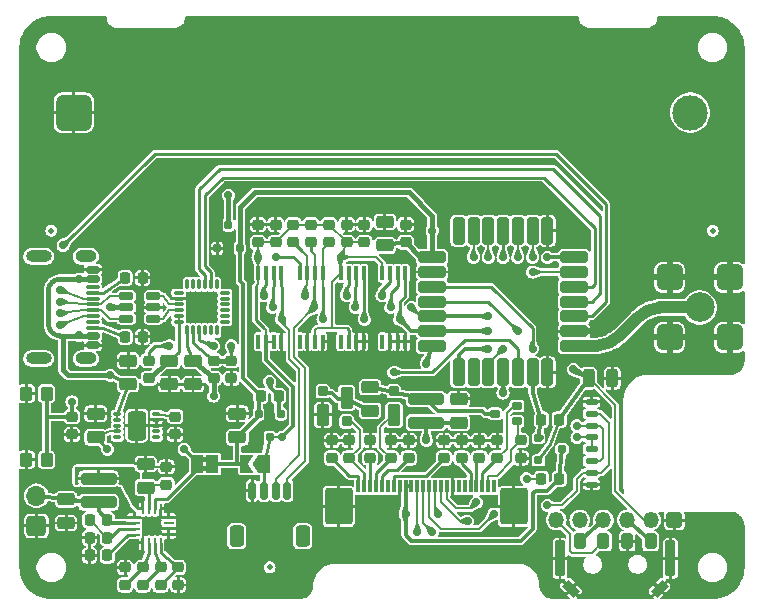
<source format=gbr>
%TF.GenerationSoftware,KiCad,Pcbnew,8.0.8+1*%
%TF.CreationDate,Date%
%TF.ProjectId,LoRa-V3-PCB,4c6f5261-2d56-4332-9d50-43422e6b6963,rev?*%
%TF.SameCoordinates,Original*%
%TF.FileFunction,Copper,L1,Top*%
%TF.FilePolarity,Positive*%
%FSLAX46Y46*%
G04 Gerber Fmt 4.6, Leading zero omitted, Abs format (unit mm)*
G04 Created by KiCad*
%MOMM*%
%LPD*%
G01*
G04 APERTURE LIST*
G04 Aperture macros list*
%AMRoundRect*
0 Rectangle with rounded corners*
0 $1 Rounding radius*
0 $2 $3 $4 $5 $6 $7 $8 $9 X,Y pos of 4 corners*
0 Add a 4 corners polygon primitive as box body*
4,1,4,$2,$3,$4,$5,$6,$7,$8,$9,$2,$3,0*
0 Add four circle primitives for the rounded corners*
1,1,$1+$1,$2,$3*
1,1,$1+$1,$4,$5*
1,1,$1+$1,$6,$7*
1,1,$1+$1,$8,$9*
0 Add four rect primitives between the rounded corners*
20,1,$1+$1,$2,$3,$4,$5,0*
20,1,$1+$1,$4,$5,$6,$7,0*
20,1,$1+$1,$6,$7,$8,$9,0*
20,1,$1+$1,$8,$9,$2,$3,0*%
%AMFreePoly0*
4,1,6,1.000000,0.000000,0.500000,-0.750000,-0.500000,-0.750000,-0.500000,0.750000,0.500000,0.750000,1.000000,0.000000,1.000000,0.000000,$1*%
%AMFreePoly1*
4,1,6,0.500000,-0.750000,-0.650000,-0.750000,-0.150000,0.000000,-0.650000,0.750000,0.500000,0.750000,0.500000,-0.750000,0.500000,-0.750000,$1*%
G04 Aperture macros list end*
%TA.AperFunction,EtchedComponent*%
%ADD10C,0.000000*%
%TD*%
%TA.AperFunction,SMDPad,CuDef*%
%ADD11RoundRect,0.070000X0.105000X-0.530000X0.105000X0.530000X-0.105000X0.530000X-0.105000X-0.530000X0*%
%TD*%
%TA.AperFunction,SMDPad,CuDef*%
%ADD12R,1.000000X1.500000*%
%TD*%
%TA.AperFunction,SMDPad,CuDef*%
%ADD13RoundRect,0.200000X-0.300000X0.400000X-0.300000X-0.400000X0.300000X-0.400000X0.300000X0.400000X0*%
%TD*%
%TA.AperFunction,SMDPad,CuDef*%
%ADD14RoundRect,0.200000X0.550000X-0.300000X0.550000X0.300000X-0.550000X0.300000X-0.550000X-0.300000X0*%
%TD*%
%TA.AperFunction,SMDPad,CuDef*%
%ADD15RoundRect,0.220000X-0.220000X-0.270000X0.220000X-0.270000X0.220000X0.270000X-0.220000X0.270000X0*%
%TD*%
%TA.AperFunction,SMDPad,CuDef*%
%ADD16RoundRect,0.220000X0.220000X0.270000X-0.220000X0.270000X-0.220000X-0.270000X0.220000X-0.270000X0*%
%TD*%
%TA.AperFunction,SMDPad,CuDef*%
%ADD17RoundRect,0.220000X-0.270000X0.220000X-0.270000X-0.220000X0.270000X-0.220000X0.270000X0.220000X0*%
%TD*%
%TA.AperFunction,SMDPad,CuDef*%
%ADD18RoundRect,0.120000X-0.180000X-0.255000X0.180000X-0.255000X0.180000X0.255000X-0.180000X0.255000X0*%
%TD*%
%TA.AperFunction,SMDPad,CuDef*%
%ADD19RoundRect,0.220000X0.270000X-0.220000X0.270000X0.220000X-0.270000X0.220000X-0.270000X-0.220000X0*%
%TD*%
%TA.AperFunction,SMDPad,CuDef*%
%ADD20RoundRect,0.120000X0.180000X0.255000X-0.180000X0.255000X-0.180000X-0.255000X0.180000X-0.255000X0*%
%TD*%
%TA.AperFunction,SMDPad,CuDef*%
%ADD21RoundRect,0.200000X-0.550000X0.300000X-0.550000X-0.300000X0.550000X-0.300000X0.550000X0.300000X0*%
%TD*%
%TA.AperFunction,SMDPad,CuDef*%
%ADD22RoundRect,0.200000X-1.300000X0.300000X-1.300000X-0.300000X1.300000X-0.300000X1.300000X0.300000X0*%
%TD*%
%TA.AperFunction,SMDPad,CuDef*%
%ADD23C,0.500000*%
%TD*%
%TA.AperFunction,SMDPad,CuDef*%
%ADD24RoundRect,0.062500X-0.375000X-0.062500X0.375000X-0.062500X0.375000X0.062500X-0.375000X0.062500X0*%
%TD*%
%TA.AperFunction,SMDPad,CuDef*%
%ADD25RoundRect,0.062500X-0.062500X-0.375000X0.062500X-0.375000X0.062500X0.375000X-0.062500X0.375000X0*%
%TD*%
%TA.AperFunction,HeatsinkPad*%
%ADD26RoundRect,0.240000X-0.560000X-0.560000X0.560000X-0.560000X0.560000X0.560000X-0.560000X0.560000X0*%
%TD*%
%TA.AperFunction,SMDPad,CuDef*%
%ADD27RoundRect,0.120000X0.480000X0.180000X-0.480000X0.180000X-0.480000X-0.180000X0.480000X-0.180000X0*%
%TD*%
%TA.AperFunction,SMDPad,CuDef*%
%ADD28RoundRect,0.060000X-0.265000X0.090000X-0.265000X-0.090000X0.265000X-0.090000X0.265000X0.090000X0*%
%TD*%
%TA.AperFunction,SMDPad,CuDef*%
%ADD29RoundRect,0.310000X-0.465000X0.930000X-0.465000X-0.930000X0.465000X-0.930000X0.465000X0.930000X0*%
%TD*%
%TA.AperFunction,SMDPad,CuDef*%
%ADD30RoundRect,0.132000X0.298000X-0.198000X0.298000X0.198000X-0.298000X0.198000X-0.298000X-0.198000X0*%
%TD*%
%TA.AperFunction,SMDPad,CuDef*%
%ADD31RoundRect,0.165000X0.385000X-0.735000X0.385000X0.735000X-0.385000X0.735000X-0.385000X-0.735000X0*%
%TD*%
%TA.AperFunction,SMDPad,CuDef*%
%ADD32RoundRect,0.120000X0.280000X-0.280000X0.280000X0.280000X-0.280000X0.280000X-0.280000X-0.280000X0*%
%TD*%
%TA.AperFunction,SMDPad,CuDef*%
%ADD33RoundRect,0.200000X1.300000X-0.300000X1.300000X0.300000X-1.300000X0.300000X-1.300000X-0.300000X0*%
%TD*%
%TA.AperFunction,ComponentPad*%
%ADD34RoundRect,0.490196X-1.009804X-1.009804X1.009804X-1.009804X1.009804X1.009804X-1.009804X1.009804X0*%
%TD*%
%TA.AperFunction,ComponentPad*%
%ADD35C,3.000000*%
%TD*%
%TA.AperFunction,ComponentPad*%
%ADD36RoundRect,0.250000X-0.425000X0.425000X-0.425000X-0.425000X0.425000X-0.425000X0.425000X0.425000X0*%
%TD*%
%TA.AperFunction,ComponentPad*%
%ADD37O,1.350000X1.350000*%
%TD*%
%TA.AperFunction,SMDPad,CuDef*%
%ADD38RoundRect,0.060000X-0.365000X-0.090000X0.365000X-0.090000X0.365000X0.090000X-0.365000X0.090000X0*%
%TD*%
%TA.AperFunction,SMDPad,CuDef*%
%ADD39RoundRect,0.060000X-0.090000X-0.365000X0.090000X-0.365000X0.090000X0.365000X-0.090000X0.365000X0*%
%TD*%
%TA.AperFunction,HeatsinkPad*%
%ADD40RoundRect,0.235000X-0.940000X-0.940000X0.940000X-0.940000X0.940000X0.940000X-0.940000X0.940000X0*%
%TD*%
%TA.AperFunction,SMDPad,CuDef*%
%ADD41RoundRect,0.150000X0.350000X0.500000X-0.350000X0.500000X-0.350000X-0.500000X0.350000X-0.500000X0*%
%TD*%
%TA.AperFunction,SMDPad,CuDef*%
%ADD42RoundRect,0.127500X0.297500X1.372500X-0.297500X1.372500X-0.297500X-1.372500X0.297500X-1.372500X0*%
%TD*%
%TA.AperFunction,SMDPad,CuDef*%
%ADD43RoundRect,0.120000X0.608112X0.212132X0.212132X0.608112X-0.608112X-0.212132X-0.212132X-0.608112X0*%
%TD*%
%TA.AperFunction,SMDPad,CuDef*%
%ADD44RoundRect,0.120000X-0.212132X0.608112X-0.608112X0.212132X0.212132X-0.608112X0.608112X-0.212132X0*%
%TD*%
%TA.AperFunction,SMDPad,CuDef*%
%ADD45RoundRect,0.120000X-0.255000X0.180000X-0.255000X-0.180000X0.255000X-0.180000X0.255000X0.180000X0*%
%TD*%
%TA.AperFunction,ComponentPad*%
%ADD46C,2.500000*%
%TD*%
%TA.AperFunction,ComponentPad*%
%ADD47RoundRect,0.440000X0.660000X0.660000X-0.660000X0.660000X-0.660000X-0.660000X0.660000X-0.660000X0*%
%TD*%
%TA.AperFunction,SMDPad,CuDef*%
%ADD48RoundRect,0.200000X-0.300000X-0.550000X0.300000X-0.550000X0.300000X0.550000X-0.300000X0.550000X0*%
%TD*%
%TA.AperFunction,SMDPad,CuDef*%
%ADD49RoundRect,0.150000X-0.150000X-0.625000X0.150000X-0.625000X0.150000X0.625000X-0.150000X0.625000X0*%
%TD*%
%TA.AperFunction,SMDPad,CuDef*%
%ADD50RoundRect,0.250000X-0.350000X-0.650000X0.350000X-0.650000X0.350000X0.650000X-0.350000X0.650000X0*%
%TD*%
%TA.AperFunction,SMDPad,CuDef*%
%ADD51RoundRect,0.230000X-0.920000X-1.320000X0.920000X-1.320000X0.920000X1.320000X-0.920000X1.320000X0*%
%TD*%
%TA.AperFunction,SMDPad,CuDef*%
%ADD52RoundRect,0.060000X-0.090000X-0.490000X0.090000X-0.490000X0.090000X0.490000X-0.090000X0.490000X0*%
%TD*%
%TA.AperFunction,ComponentPad*%
%ADD53RoundRect,0.340000X0.510000X0.510000X-0.510000X0.510000X-0.510000X-0.510000X0.510000X-0.510000X0*%
%TD*%
%TA.AperFunction,ComponentPad*%
%ADD54O,1.700000X1.700000*%
%TD*%
%TA.AperFunction,SMDPad,CuDef*%
%ADD55RoundRect,0.165000X-0.385000X0.735000X-0.385000X-0.735000X0.385000X-0.735000X0.385000X0.735000X0*%
%TD*%
%TA.AperFunction,SMDPad,CuDef*%
%ADD56RoundRect,0.120000X-0.280000X0.280000X-0.280000X-0.280000X0.280000X-0.280000X0.280000X0.280000X0*%
%TD*%
%TA.AperFunction,SMDPad,CuDef*%
%ADD57RoundRect,0.120000X-0.455000X0.180000X-0.455000X-0.180000X0.455000X-0.180000X0.455000X0.180000X0*%
%TD*%
%TA.AperFunction,SMDPad,CuDef*%
%ADD58RoundRect,0.075000X-0.500000X0.075000X-0.500000X-0.075000X0.500000X-0.075000X0.500000X0.075000X0*%
%TD*%
%TA.AperFunction,ComponentPad*%
%ADD59O,1.800000X1.000000*%
%TD*%
%TA.AperFunction,ComponentPad*%
%ADD60O,2.200000X1.000000*%
%TD*%
%TA.AperFunction,SMDPad,CuDef*%
%ADD61RoundRect,0.125000X0.425000X-0.125000X0.425000X0.125000X-0.425000X0.125000X-0.425000X-0.125000X0*%
%TD*%
%TA.AperFunction,SMDPad,CuDef*%
%ADD62RoundRect,0.200000X0.950000X-0.300000X0.950000X0.300000X-0.950000X0.300000X-0.950000X-0.300000X0*%
%TD*%
%TA.AperFunction,SMDPad,CuDef*%
%ADD63RoundRect,0.200000X0.300000X0.950000X-0.300000X0.950000X-0.300000X-0.950000X0.300000X-0.950000X0*%
%TD*%
%TA.AperFunction,SMDPad,CuDef*%
%ADD64RoundRect,0.200000X-0.950000X0.300000X-0.950000X-0.300000X0.950000X-0.300000X0.950000X0.300000X0*%
%TD*%
%TA.AperFunction,SMDPad,CuDef*%
%ADD65RoundRect,0.200000X-0.300000X-0.950000X0.300000X-0.950000X0.300000X0.950000X-0.300000X0.950000X0*%
%TD*%
%TA.AperFunction,SMDPad,CuDef*%
%ADD66FreePoly0,180.000000*%
%TD*%
%TA.AperFunction,SMDPad,CuDef*%
%ADD67FreePoly1,180.000000*%
%TD*%
%TA.AperFunction,ViaPad*%
%ADD68C,0.700000*%
%TD*%
%TA.AperFunction,Conductor*%
%ADD69C,0.200000*%
%TD*%
%TA.AperFunction,Conductor*%
%ADD70C,0.250000*%
%TD*%
%TA.AperFunction,Conductor*%
%ADD71C,0.300000*%
%TD*%
%TA.AperFunction,Conductor*%
%ADD72C,0.400000*%
%TD*%
%TA.AperFunction,Conductor*%
%ADD73C,0.220000*%
%TD*%
%TA.AperFunction,Conductor*%
%ADD74C,1.000000*%
%TD*%
G04 APERTURE END LIST*
D10*
%TA.AperFunction,EtchedComponent*%
%TO.C,JP1*%
G36*
X130250000Y-110050000D02*
G01*
X129750000Y-110050000D01*
X129750000Y-109650000D01*
X130250000Y-109650000D01*
X130250000Y-110050000D01*
G37*
%TD.AperFunction*%
%TA.AperFunction,EtchedComponent*%
G36*
X130250000Y-110850000D02*
G01*
X129750000Y-110850000D01*
X129750000Y-110450000D01*
X130250000Y-110450000D01*
X130250000Y-110850000D01*
G37*
%TD.AperFunction*%
%TD*%
D11*
%TO.P,IC9,1,A0*%
%TO.N,unconnected-(IC9-A0-Pad1)*%
X141525000Y-99900000D03*
%TO.P,IC9,2,A1*%
%TO.N,VDD-SENSORS-EEPROM*%
X142175000Y-99900000D03*
%TO.P,IC9,3,A2*%
%TO.N,GND*%
X142825000Y-99900000D03*
%TO.P,IC9,4,GND*%
X143475000Y-99900000D03*
%TO.P,IC9,5,SDA*%
%TO.N,I2C2-SDA*%
X143475000Y-94100000D03*
%TO.P,IC9,6,SCL*%
%TO.N,I2C2-SCL*%
X142825000Y-94100000D03*
%TO.P,IC9,7,WP*%
%TO.N,~{WRITE-PROTECT}*%
X142175000Y-94100000D03*
%TO.P,IC9,8,VCC*%
%TO.N,VDD-SENSORS-EEPROM*%
X141525000Y-94100000D03*
%TD*%
D12*
%TO.P,JP1,1,A*%
%TO.N,CHG-OUT*%
X129350000Y-110250000D03*
%TO.P,JP1,2,B*%
%TO.N,+3.3V*%
X130650000Y-110250000D03*
%TD*%
D13*
%TO.P,SW1,1,1*%
%TO.N,~{MCU-RESET}*%
X116600000Y-109900000D03*
%TO.P,SW1,2,2*%
%TO.N,GND*%
X114900000Y-109900000D03*
%TO.P,SW1,3,3*%
%TO.N,~{MCU-RESET}*%
X116600000Y-104300000D03*
%TO.P,SW1,4,4*%
%TO.N,GND*%
X114900000Y-104300000D03*
%TD*%
D14*
%TO.P,C15,1*%
%TO.N,Net-(D1-K)*%
X144000000Y-105750000D03*
%TO.P,C15,2*%
%TO.N,Net-(D2-A)*%
X144000000Y-103750000D03*
%TD*%
D15*
%TO.P,R19,1*%
%TO.N,GND*%
X120250000Y-116500000D03*
%TO.P,R19,2*%
%TO.N,Net-(IC4-VOC_SAMP)*%
X121750000Y-116500000D03*
%TD*%
D14*
%TO.P,C25,1*%
%TO.N,+3.3V*%
X132750000Y-108000000D03*
%TO.P,C25,2*%
%TO.N,GND*%
X132750000Y-106000000D03*
%TD*%
D16*
%TO.P,C9,1*%
%TO.N,Net-(IC4-VREF_SAMP)*%
X121750000Y-118000000D03*
%TO.P,C9,2*%
%TO.N,GND*%
X120250000Y-118000000D03*
%TD*%
D17*
%TO.P,R10,1*%
%TO.N,VDD-SENSORS-EEPROM*%
X139000000Y-90000000D03*
%TO.P,R10,2*%
%TO.N,I2C2-SCL*%
X139000000Y-91500000D03*
%TD*%
D18*
%TO.P,Q4,1,G*%
%TO.N,GND*%
X131050000Y-92000000D03*
%TO.P,Q4,2,S*%
%TO.N,+3.3V*%
X132950000Y-92000000D03*
%TO.P,Q4,3,D*%
%TO.N,VBAT*%
X132000000Y-90000000D03*
%TD*%
D19*
%TO.P,R14,1*%
%TO.N,Net-(IC4-VBAT_UV)*%
X126250000Y-120500000D03*
%TO.P,R14,2*%
%TO.N,Net-(IC4-VRDIV)*%
X126250000Y-119000000D03*
%TD*%
D20*
%TO.P,Q3,1,G*%
%TO.N,~{Enable-3.3V-Switched-1}*%
X136450000Y-106000000D03*
%TO.P,Q3,2,S*%
%TO.N,+3.3V*%
X134550000Y-106000000D03*
%TO.P,Q3,3,D*%
%TO.N,VDD-SENSORS-EEPROM*%
X135500000Y-108000000D03*
%TD*%
D19*
%TO.P,R5,1*%
%TO.N,GND*%
X127500000Y-107750000D03*
%TO.P,R5,2*%
%TO.N,Net-(IC12-PROG)*%
X127500000Y-106250000D03*
%TD*%
D17*
%TO.P,C32,1*%
%TO.N,GND*%
X145750000Y-108250000D03*
%TO.P,C32,2*%
%TO.N,PREVGH*%
X145750000Y-109750000D03*
%TD*%
%TO.P,C35,1*%
%TO.N,GND*%
X147250000Y-108250000D03*
%TO.P,C35,2*%
%TO.N,VSH*%
X147250000Y-109750000D03*
%TD*%
D19*
%TO.P,R13,1*%
%TO.N,+5V*%
X130750000Y-103000000D03*
%TO.P,R13,2*%
%TO.N,VBUS*%
X130750000Y-101500000D03*
%TD*%
D21*
%TO.P,C14,1*%
%TO.N,3V*%
X127000000Y-101500000D03*
%TO.P,C14,2*%
%TO.N,GND*%
X127000000Y-103500000D03*
%TD*%
D16*
%TO.P,R7,1*%
%TO.N,GND*%
X124750000Y-94500000D03*
%TO.P,R7,2*%
%TO.N,Net-(CONN1-CC1)*%
X123250000Y-94500000D03*
%TD*%
D22*
%TO.P,L1,1,1*%
%TO.N,Net-(D2-A)*%
X148750000Y-104750000D03*
%TO.P,L1,2,2*%
%TO.N,VDD-Display*%
X148750000Y-106750000D03*
%TD*%
D19*
%TO.P,C6,1*%
%TO.N,VDD-SENSORS-EEPROM*%
X136000000Y-91500000D03*
%TO.P,C6,2*%
%TO.N,GND*%
X136000000Y-90000000D03*
%TD*%
D15*
%TO.P,R2,1*%
%TO.N,Net-(IC4-VOC_SAMP)*%
X120250000Y-115000000D03*
%TO.P,R2,2*%
%TO.N,Solar+*%
X121750000Y-115000000D03*
%TD*%
D11*
%TO.P,IC11,1,A0*%
%TO.N,unconnected-(IC11-A0-Pad1)*%
X134525000Y-99900000D03*
%TO.P,IC11,2,A1*%
%TO.N,VDD-SENSORS-EEPROM*%
X135175000Y-99900000D03*
%TO.P,IC11,3,A2*%
X135825000Y-99900000D03*
%TO.P,IC11,4,GND*%
%TO.N,GND*%
X136475000Y-99900000D03*
%TO.P,IC11,5,SDA*%
%TO.N,I2C2-SDA*%
X136475000Y-94100000D03*
%TO.P,IC11,6,SCL*%
%TO.N,I2C2-SCL*%
X135825000Y-94100000D03*
%TO.P,IC11,7,WP*%
%TO.N,~{WRITE-PROTECT}*%
X135175000Y-94100000D03*
%TO.P,IC11,8,VCC*%
%TO.N,VDD-SENSORS-EEPROM*%
X134525000Y-94100000D03*
%TD*%
D23*
%TO.P,F2,*%
%TO.N,*%
X117000000Y-90500000D03*
%TD*%
D24*
%TO.P,IC4,1,VSS*%
%TO.N,GND*%
X124062500Y-114750000D03*
%TO.P,IC4,2,VIN_DC*%
%TO.N,Solar+*%
X124062500Y-115250000D03*
%TO.P,IC4,3,VOC_SAMP*%
%TO.N,Net-(IC4-VOC_SAMP)*%
X124062500Y-115750000D03*
%TO.P,IC4,4,VREF_SAMP*%
%TO.N,Net-(IC4-VREF_SAMP)*%
X124062500Y-116250000D03*
D25*
%TO.P,IC4,5,OT_PROG*%
%TO.N,GND*%
X124750000Y-116937500D03*
%TO.P,IC4,6,VBAT_OV*%
%TO.N,Net-(IC4-VBAT_OV)*%
X125250000Y-116937500D03*
%TO.P,IC4,7,VRDIV*%
%TO.N,Net-(IC4-VRDIV)*%
X125750000Y-116937500D03*
%TO.P,IC4,8,VBAT_UV*%
%TO.N,Net-(IC4-VBAT_UV)*%
X126250000Y-116937500D03*
D24*
%TO.P,IC4,9,OK_HYST*%
%TO.N,GND*%
X126937500Y-116250000D03*
%TO.P,IC4,10,OK_PROG*%
X126937500Y-115750000D03*
%TO.P,IC4,11,VBAT_OK*%
%TO.N,unconnected-(IC4-VBAT_OK-Pad11)*%
X126937500Y-115250000D03*
%TO.P,IC4,12,AVSS*%
%TO.N,GND*%
X126937500Y-114750000D03*
D25*
%TO.P,IC4,13,VSS*%
X126250000Y-114062500D03*
%TO.P,IC4,14,VBAT*%
%TO.N,CHG-OUT*%
X125750000Y-114062500D03*
%TO.P,IC4,15,VSTOR*%
%TO.N,Net-(IC4-VSTOR)*%
X125250000Y-114062500D03*
%TO.P,IC4,16,LBST*%
%TO.N,Net-(IC4-LBST)*%
X124750000Y-114062500D03*
D26*
%TO.P,IC4,17,EP*%
%TO.N,GND*%
X125500000Y-115500000D03*
%TD*%
D27*
%TO.P,IC3,1,I/O1_1*%
%TO.N,D-*%
X125650000Y-97950000D03*
%TO.P,IC3,2,GND*%
%TO.N,GND*%
X125650000Y-97000000D03*
%TO.P,IC3,3,I/O2_1*%
%TO.N,D+*%
X125650000Y-96050000D03*
%TO.P,IC3,4,I/O2_2*%
%TO.N,D+CONN*%
X123350000Y-96050000D03*
%TO.P,IC3,5,VBUS*%
%TO.N,+5V*%
X123350000Y-97000000D03*
%TO.P,IC3,6,I/O1_2*%
%TO.N,D-CONN*%
X123350000Y-97950000D03*
%TD*%
D17*
%TO.P,C31,1*%
%TO.N,GND*%
X151750000Y-108250000D03*
%TO.P,C31,2*%
%TO.N,VGH*%
X151750000Y-109750000D03*
%TD*%
D28*
%TO.P,IC12,1,VDD*%
%TO.N,+5V*%
X122600000Y-106000000D03*
%TO.P,IC12,2,VDD*%
X122600000Y-106500000D03*
%TO.P,IC12,3,VBAT*%
%TO.N,CHG-OUT*%
X122600000Y-107000000D03*
%TO.P,IC12,4,VBAT*%
X122600000Y-107500000D03*
%TO.P,IC12,5,NC1*%
%TO.N,unconnected-(IC12-NC1-Pad5)*%
X122600000Y-108000000D03*
%TO.P,IC12,6,NC2*%
%TO.N,unconnected-(IC12-NC2-Pad6)*%
X125900000Y-108000000D03*
%TO.P,IC12,7,STAT*%
%TO.N,unconnected-(IC12-STAT-Pad7)*%
X125900000Y-107500000D03*
%TO.P,IC12,8,GND*%
%TO.N,GND*%
X125900000Y-107000000D03*
%TO.P,IC12,9,GND*%
X125900000Y-106500000D03*
%TO.P,IC12,10,PROG*%
%TO.N,Net-(IC12-PROG)*%
X125900000Y-106000000D03*
D29*
%TO.P,IC12,EP,EP*%
%TO.N,GND*%
X124250000Y-107000000D03*
%TD*%
D17*
%TO.P,R21,1*%
%TO.N,GND*%
X123250000Y-119000000D03*
%TO.P,R21,2*%
%TO.N,Net-(IC4-VBAT_OV)*%
X123250000Y-120500000D03*
%TD*%
D30*
%TO.P,Q1,1,G*%
%TO.N,GATE-DRIVE*%
X156425000Y-106650000D03*
%TO.P,Q1,2,S*%
%TO.N,CURRENT-SENSE*%
X156425000Y-105350000D03*
%TO.P,Q1,3,D*%
%TO.N,Net-(D2-A)*%
X154575000Y-106000000D03*
%TD*%
D19*
%TO.P,R3,1*%
%TO.N,3V*%
X125250000Y-103000000D03*
%TO.P,R3,2*%
%TO.N,RST*%
X125250000Y-101500000D03*
%TD*%
D31*
%TO.P,D3,1,K*%
%TO.N,GND*%
X140000000Y-106100000D03*
D32*
%TO.P,D3,2,A*%
%TO.N,Net-(D1-K)*%
X140000000Y-104100000D03*
%TD*%
D33*
%TO.P,L2,1,1*%
%TO.N,Solar+*%
X121000000Y-113500000D03*
%TO.P,L2,2,2*%
%TO.N,Net-(IC4-LBST)*%
X121000000Y-111500000D03*
%TD*%
D14*
%TO.P,C26,1*%
%TO.N,+3.3V*%
X145250000Y-91750000D03*
%TO.P,C26,2*%
%TO.N,GND*%
X145250000Y-89750000D03*
%TD*%
D11*
%TO.P,IC10,1,A0*%
%TO.N,unconnected-(IC10-A0-Pad1)*%
X138025000Y-99900000D03*
%TO.P,IC10,2,A1*%
%TO.N,GND*%
X138675000Y-99900000D03*
%TO.P,IC10,3,A2*%
%TO.N,VDD-SENSORS-EEPROM*%
X139325000Y-99900000D03*
%TO.P,IC10,4,GND*%
%TO.N,GND*%
X139975000Y-99900000D03*
%TO.P,IC10,5,SDA*%
%TO.N,I2C2-SDA*%
X139975000Y-94100000D03*
%TO.P,IC10,6,SCL*%
%TO.N,I2C2-SCL*%
X139325000Y-94100000D03*
%TO.P,IC10,7,WP*%
%TO.N,~{WRITE-PROTECT}*%
X138675000Y-94100000D03*
%TO.P,IC10,8,VCC*%
%TO.N,VDD-SENSORS-EEPROM*%
X138025000Y-94100000D03*
%TD*%
%TO.P,IC8,1,A0*%
%TO.N,unconnected-(IC8-A0-Pad1)*%
X145025000Y-99900000D03*
%TO.P,IC8,2,A1*%
%TO.N,GND*%
X145675000Y-99900000D03*
%TO.P,IC8,3,A2*%
X146325000Y-99900000D03*
%TO.P,IC8,4,GND*%
X146975000Y-99900000D03*
%TO.P,IC8,5,SDA*%
%TO.N,I2C2-SDA*%
X146975000Y-94100000D03*
%TO.P,IC8,6,SCL*%
%TO.N,I2C2-SCL*%
X146325000Y-94100000D03*
%TO.P,IC8,7,WP*%
%TO.N,~{WRITE-PROTECT}*%
X145675000Y-94100000D03*
%TO.P,IC8,8,VCC*%
%TO.N,VDD-SENSORS-EEPROM*%
X145025000Y-94100000D03*
%TD*%
D16*
%TO.P,R23,1*%
%TO.N,VDD-Display*%
X160000000Y-111500000D03*
%TO.P,R23,2*%
%TO.N,VDD-Display-Charge*%
X158500000Y-111500000D03*
%TD*%
D17*
%TO.P,C2,1*%
%TO.N,~{MCU-RESET}*%
X118750000Y-106250000D03*
%TO.P,C2,2*%
%TO.N,GND*%
X118750000Y-107750000D03*
%TD*%
D19*
%TO.P,C10,1*%
%TO.N,Net-(IC4-VSTOR)*%
X126750000Y-112000000D03*
%TO.P,C10,2*%
%TO.N,GND*%
X126750000Y-110500000D03*
%TD*%
D34*
%TO.P,CONN2,1,-*%
%TO.N,GND*%
X118900000Y-80500000D03*
D35*
%TO.P,CONN2,2,+*%
%TO.N,VBAT*%
X171100000Y-80500000D03*
%TD*%
D36*
%TO.P,CONN8,1,Pin_1*%
%TO.N,GND*%
X169750000Y-115000000D03*
D37*
%TO.P,CONN8,2,Pin_2*%
%TO.N,+3.3V*%
X167750000Y-115000000D03*
%TO.P,CONN8,3,Pin_3*%
%TO.N,SWCLK*%
X165750000Y-115000000D03*
%TO.P,CONN8,4,Pin_4*%
%TO.N,SWDIO*%
X163750000Y-115000000D03*
%TO.P,CONN8,5,Pin_5*%
%TO.N,UART1-TX*%
X161750000Y-115000000D03*
%TO.P,CONN8,6,Pin_6*%
%TO.N,SWO*%
X159750000Y-115000000D03*
%TD*%
D17*
%TO.P,C36,1*%
%TO.N,GND*%
X144000000Y-108250000D03*
%TO.P,C36,2*%
%TO.N,VSL*%
X144000000Y-109750000D03*
%TD*%
D23*
%TO.P,F1,*%
%TO.N,*%
X135500000Y-119000000D03*
%TD*%
D38*
%TO.P,IC2,1,~{RI}/CLK*%
%TO.N,unconnected-(IC2-~{RI}{slash}CLK-Pad1)*%
X127800000Y-95750000D03*
%TO.P,IC2,2,GND*%
%TO.N,GND*%
X127800000Y-96250000D03*
%TO.P,IC2,3,D+*%
%TO.N,D+*%
X127800000Y-96750000D03*
%TO.P,IC2,4,D-*%
%TO.N,D-*%
X127800000Y-97250000D03*
%TO.P,IC2,5,VIO*%
%TO.N,3V*%
X127800000Y-97750000D03*
%TO.P,IC2,6,VDD*%
X127800000Y-98250000D03*
D39*
%TO.P,IC2,7,VREGIN*%
%TO.N,+5V*%
X128500000Y-98950000D03*
%TO.P,IC2,8,VBUS*%
%TO.N,VBUS*%
X129000000Y-98950000D03*
%TO.P,IC2,9,~{RST}*%
%TO.N,RST*%
X129500000Y-98950000D03*
%TO.P,IC2,10,NC*%
%TO.N,unconnected-(IC2-NC-Pad10)*%
X130000000Y-98950000D03*
%TO.P,IC2,11,~{WAKEUP}/GPIO.3*%
%TO.N,unconnected-(IC2-~{WAKEUP}{slash}GPIO.3-Pad11)*%
X130500000Y-98950000D03*
%TO.P,IC2,12,RS485/GPIO.2*%
%TO.N,unconnected-(IC2-RS485{slash}GPIO.2-Pad12)*%
X131000000Y-98950000D03*
D38*
%TO.P,IC2,13,~{RXT}/GPIO.1*%
%TO.N,unconnected-(IC2-~{RXT}{slash}GPIO.1-Pad13)*%
X131700000Y-98250000D03*
%TO.P,IC2,14,~{TXT}/GPIO.0*%
%TO.N,unconnected-(IC2-~{TXT}{slash}GPIO.0-Pad14)*%
X131700000Y-97750000D03*
%TO.P,IC2,15,~{SUSPEND}*%
%TO.N,unconnected-(IC2-~{SUSPEND}-Pad15)*%
X131700000Y-97250000D03*
%TO.P,IC2,16,NC*%
%TO.N,unconnected-(IC2-NC-Pad16)*%
X131700000Y-96750000D03*
%TO.P,IC2,17,SUSPEND*%
%TO.N,unconnected-(IC2-SUSPEND-Pad17)*%
X131700000Y-96250000D03*
%TO.P,IC2,18,~{CTS}*%
%TO.N,unconnected-(IC2-~{CTS}-Pad18)*%
X131700000Y-95750000D03*
D39*
%TO.P,IC2,19,~{RTS}*%
%TO.N,unconnected-(IC2-~{RTS}-Pad19)*%
X131000000Y-95050000D03*
%TO.P,IC2,20,RXD*%
%TO.N,UART2-TX*%
X130500000Y-95050000D03*
%TO.P,IC2,21,TXD*%
%TO.N,UART2-RX*%
X130000000Y-95050000D03*
%TO.P,IC2,22,~{DSR}*%
%TO.N,unconnected-(IC2-~{DSR}-Pad22)*%
X129500000Y-95050000D03*
%TO.P,IC2,23,~{DTR}*%
%TO.N,unconnected-(IC2-~{DTR}-Pad23)*%
X129000000Y-95050000D03*
%TO.P,IC2,24,~{DCD}*%
%TO.N,unconnected-(IC2-~{DCD}-Pad24)*%
X128500000Y-95050000D03*
D40*
%TO.P,IC2,25,EP*%
%TO.N,GND*%
X129750000Y-97000000D03*
%TD*%
D41*
%TO.P,SW2,1,1*%
%TO.N,SWCLK*%
X167750000Y-116800000D03*
%TO.P,SW2,2,2*%
%TO.N,SWDIO*%
X161750000Y-116800000D03*
%TO.P,SW2,C,C*%
%TO.N,GND*%
X165750000Y-116800000D03*
D42*
%TO.P,SW2,EP,EP*%
X169425000Y-118250000D03*
D43*
X168500000Y-120800000D03*
D44*
X161000000Y-120800000D03*
D42*
X160075000Y-118250000D03*
D41*
%TO.P,SW2,T,T*%
%TO.N,SWO*%
X163750000Y-116800000D03*
%TD*%
D17*
%TO.P,R20,1*%
%TO.N,Net-(IC4-VBAT_OV)*%
X124750000Y-119000000D03*
%TO.P,R20,2*%
%TO.N,Net-(IC4-VRDIV)*%
X124750000Y-120500000D03*
%TD*%
D45*
%TO.P,Q2,1,G*%
%TO.N,~{Enable-3.3V-Switched-0}*%
X158250000Y-108050000D03*
%TO.P,Q2,2,S*%
%TO.N,+3.3V*%
X158250000Y-109950000D03*
%TO.P,Q2,3,D*%
%TO.N,VDD-Display*%
X160250000Y-109000000D03*
%TD*%
D46*
%TO.P,CONN5,1,In*%
%TO.N,RF*%
X171900000Y-97000000D03*
D47*
%TO.P,CONN5,2,Ext*%
%TO.N,GND*%
X174440000Y-99540000D03*
X174440000Y-94460000D03*
X169360000Y-99540000D03*
X169360000Y-94460000D03*
%TD*%
D31*
%TO.P,D2,1,K*%
%TO.N,PREVGH*%
X146000000Y-106100000D03*
D32*
%TO.P,D2,2,A*%
%TO.N,Net-(D2-A)*%
X146000000Y-104100000D03*
%TD*%
D48*
%TO.P,C27,1*%
%TO.N,+3.3V*%
X162500000Y-103000000D03*
%TO.P,C27,2*%
%TO.N,GND*%
X164500000Y-103000000D03*
%TD*%
D49*
%TO.P,CONN3,1,GND*%
%TO.N,GND*%
X134000000Y-112500000D03*
%TO.P,CONN3,2,VCC*%
%TO.N,VDD-SENSORS-EEPROM*%
X135000000Y-112500000D03*
%TO.P,CONN3,3,SDA*%
%TO.N,I2C2-SDA*%
X136000000Y-112500000D03*
%TO.P,CONN3,4,SCL*%
%TO.N,I2C2-SCL*%
X137000000Y-112500000D03*
D50*
%TO.P,CONN3,MP1,MP1*%
%TO.N,unconnected-(CONN3-PadMP1)*%
X132700000Y-116375000D03*
%TO.P,CONN3,MP2,MP2*%
%TO.N,unconnected-(CONN3-PadMP2)*%
X138300000Y-116375000D03*
%TD*%
D19*
%TO.P,C1,1*%
%TO.N,+3.3V*%
X147000000Y-91500000D03*
%TO.P,C1,2*%
%TO.N,GND*%
X147000000Y-90000000D03*
%TD*%
D17*
%TO.P,C34,1*%
%TO.N,GND*%
X150250000Y-108250000D03*
%TO.P,C34,2*%
%TO.N,VDD*%
X150250000Y-109750000D03*
%TD*%
%TO.P,C33,1*%
%TO.N,GND*%
X142250000Y-108250000D03*
%TO.P,C33,2*%
%TO.N,PREVGL*%
X142250000Y-109750000D03*
%TD*%
%TO.P,R9,1*%
%TO.N,VDD-SENSORS-EEPROM*%
X140500000Y-90000000D03*
%TO.P,R9,2*%
%TO.N,I2C2-SDA*%
X140500000Y-91500000D03*
%TD*%
D19*
%TO.P,C8,1*%
%TO.N,VDD-SENSORS-EEPROM*%
X143500000Y-91500000D03*
%TO.P,C8,2*%
%TO.N,GND*%
X143500000Y-90000000D03*
%TD*%
D21*
%TO.P,C13,1*%
%TO.N,+5V*%
X129000000Y-101500000D03*
%TO.P,C13,2*%
%TO.N,GND*%
X129000000Y-103500000D03*
%TD*%
D14*
%TO.P,C11,1*%
%TO.N,+5V*%
X123500000Y-103500000D03*
%TO.P,C11,2*%
%TO.N,GND*%
X123500000Y-101500000D03*
%TD*%
D17*
%TO.P,C37,1*%
%TO.N,GND*%
X140750000Y-108250000D03*
%TO.P,C37,2*%
%TO.N,VCOM*%
X140750000Y-109750000D03*
%TD*%
D16*
%TO.P,R18,1*%
%TO.N,~{Enable-3.3V-Switched-1}*%
X136250000Y-104500000D03*
%TO.P,R18,2*%
%TO.N,+3.3V*%
X134750000Y-104500000D03*
%TD*%
%TO.P,R6,1*%
%TO.N,GND*%
X124750000Y-99500000D03*
%TO.P,R6,2*%
%TO.N,Net-(CONN1-CC2)*%
X123250000Y-99500000D03*
%TD*%
D51*
%TO.P,CONN6,0,GND*%
%TO.N,GND*%
X141330000Y-113850000D03*
X156170000Y-113850000D03*
D52*
%TO.P,CONN6,1,Pin_1*%
%TO.N,unconnected-(CONN6-Pin_1-Pad1)*%
X154500000Y-112150000D03*
%TO.P,CONN6,2,Pin_2*%
%TO.N,GATE-DRIVE*%
X154000000Y-112150000D03*
%TO.P,CONN6,3,Pin_3*%
%TO.N,CURRENT-SENSE*%
X153500000Y-112150000D03*
%TO.P,CONN6,4,Pin_4*%
%TO.N,VGL*%
X153000000Y-112150000D03*
%TO.P,CONN6,5,Pin_5*%
%TO.N,VGH*%
X152500000Y-112150000D03*
%TO.P,CONN6,6,Pin_6*%
%TO.N,unconnected-(CONN6-Pin_6-Pad6)*%
X152000000Y-112150000D03*
%TO.P,CONN6,7,Pin_7*%
%TO.N,unconnected-(CONN6-Pin_7-Pad7)*%
X151500000Y-112150000D03*
%TO.P,CONN6,8,Pin_8*%
%TO.N,GND*%
X151000000Y-112150000D03*
%TO.P,CONN6,9,Pin_9*%
%TO.N,DISPLAY-BUSY*%
X150500000Y-112150000D03*
%TO.P,CONN6,10,Pin_10*%
%TO.N,~{DISPLAY-RESET}*%
X150000000Y-112150000D03*
%TO.P,CONN6,11,Pin_11*%
%TO.N,DISPLAY-D{slash}C*%
X149500000Y-112150000D03*
%TO.P,CONN6,12,Pin_12*%
%TO.N,~{DISPLAY-CS}*%
X149000000Y-112150000D03*
%TO.P,CONN6,13,Pin_13*%
%TO.N,SPI2-SCK*%
X148500000Y-112150000D03*
%TO.P,CONN6,14,Pin_14*%
%TO.N,SPI2-MOSI*%
X148000000Y-112150000D03*
%TO.P,CONN6,15,Pin_15*%
%TO.N,VDD-Display*%
X147500000Y-112150000D03*
%TO.P,CONN6,16,Pin_16*%
X147000000Y-112150000D03*
%TO.P,CONN6,17,Pin_17*%
%TO.N,GND*%
X146500000Y-112150000D03*
%TO.P,CONN6,18,Pin_18*%
%TO.N,VDD*%
X146000000Y-112150000D03*
%TO.P,CONN6,19,Pin_19*%
%TO.N,unconnected-(CONN6-Pin_19-Pad19)*%
X145500000Y-112150000D03*
%TO.P,CONN6,20,Pin_20*%
%TO.N,VSH*%
X145000000Y-112150000D03*
%TO.P,CONN6,21,Pin_21*%
%TO.N,PREVGH*%
X144500000Y-112150000D03*
%TO.P,CONN6,22,Pin_22*%
%TO.N,VSL*%
X144000000Y-112150000D03*
%TO.P,CONN6,23,Pin_23*%
%TO.N,PREVGL*%
X143500000Y-112150000D03*
%TO.P,CONN6,24,Pin_24*%
%TO.N,VCOM*%
X143000000Y-112150000D03*
%TD*%
D53*
%TO.P,CONN4,1,-*%
%TO.N,GND*%
X115750000Y-115500000D03*
D54*
%TO.P,CONN4,2,+*%
%TO.N,Solar+*%
X115750000Y-112960000D03*
%TD*%
D55*
%TO.P,D1,1,K*%
%TO.N,Net-(D1-K)*%
X142000000Y-104650000D03*
D56*
%TO.P,D1,2,A*%
%TO.N,PREVGL*%
X142000000Y-106650000D03*
%TD*%
D14*
%TO.P,C18,1*%
%TO.N,VDD-Display*%
X151500000Y-106750000D03*
%TO.P,C18,2*%
%TO.N,GND*%
X151500000Y-104750000D03*
%TD*%
D19*
%TO.P,C5,1*%
%TO.N,VDD-SENSORS-EEPROM*%
X142000000Y-91500000D03*
%TO.P,C5,2*%
%TO.N,GND*%
X142000000Y-90000000D03*
%TD*%
D57*
%TO.P,CONN1,A1-B12,GND*%
%TO.N,GND*%
X120505000Y-93800000D03*
%TO.P,CONN1,A4-B9,VBUS*%
%TO.N,+5V*%
X120505000Y-94600000D03*
D58*
%TO.P,CONN1,A5,CC1*%
%TO.N,Net-(CONN1-CC1)*%
X120505000Y-95750000D03*
%TO.P,CONN1,A6,D+*%
%TO.N,D+CONN*%
X120505000Y-96750000D03*
%TO.P,CONN1,A7,D-*%
%TO.N,D-CONN*%
X120505000Y-97250000D03*
%TO.P,CONN1,A8,SBU1*%
%TO.N,unconnected-(CONN1-SBU1-PadA8)*%
X120505000Y-98250000D03*
D57*
%TO.P,CONN1,B1-A12,GND*%
%TO.N,GND*%
X120505000Y-100200000D03*
%TO.P,CONN1,B4-A9,VBUS*%
%TO.N,+5V*%
X120505000Y-99400000D03*
D58*
%TO.P,CONN1,B5,CC2*%
%TO.N,Net-(CONN1-CC2)*%
X120505000Y-98750000D03*
%TO.P,CONN1,B6,D+*%
%TO.N,D+CONN*%
X120505000Y-97750000D03*
%TO.P,CONN1,B7,D-*%
%TO.N,D-CONN*%
X120505000Y-96250000D03*
%TO.P,CONN1,B8,SBU2*%
%TO.N,unconnected-(CONN1-SBU2-PadB8)*%
X120505000Y-95250000D03*
D59*
%TO.P,CONN1,S1,Shield*%
%TO.N,unconnected-(CONN1-Shield-PadS1)*%
X119930000Y-92680000D03*
%TO.P,CONN1,S2,Shield*%
%TO.N,unconnected-(CONN1-Shield-PadS2)*%
X119930000Y-101320000D03*
D60*
%TO.P,CONN1,S3,Shield*%
%TO.N,unconnected-(CONN1-Shield-PadS3)*%
X115930000Y-92680000D03*
%TO.P,CONN1,S4,Shield*%
%TO.N,unconnected-(CONN1-Shield-PadS4)*%
X115930000Y-101320000D03*
%TD*%
D17*
%TO.P,R8,1*%
%TO.N,VDD-SENSORS-EEPROM*%
X137500000Y-90000000D03*
%TO.P,R8,2*%
%TO.N,~{WRITE-PROTECT}*%
X137500000Y-91500000D03*
%TD*%
D19*
%TO.P,R11,1*%
%TO.N,GND*%
X127750000Y-120500000D03*
%TO.P,R11,2*%
%TO.N,Net-(IC4-VBAT_UV)*%
X127750000Y-119000000D03*
%TD*%
D61*
%TO.P,CONN7,1,GND__*%
%TO.N,GND*%
X162750000Y-112000000D03*
%TO.P,CONN7,2,VDD__*%
%TO.N,VDD-SENSORS-EEPROM*%
X162750000Y-111000000D03*
%TO.P,CONN7,3,SDA__*%
%TO.N,I2C2-SDA*%
X162750000Y-110000000D03*
%TO.P,CONN7,4,SCL__*%
%TO.N,I2C2-SCL*%
X162750000Y-109000000D03*
%TO.P,CONN7,5,SCL__*%
X162750000Y-108000000D03*
%TO.P,CONN7,6,SDA__*%
%TO.N,I2C2-SDA*%
X162750000Y-107000000D03*
%TO.P,CONN7,7,VDD__*%
%TO.N,VDD-SENSORS-EEPROM*%
X162750000Y-106000000D03*
%TO.P,CONN7,8,GND__*%
%TO.N,GND*%
X162750000Y-105000000D03*
%TD*%
D17*
%TO.P,C30,1*%
%TO.N,GND*%
X153250000Y-108250000D03*
%TO.P,C30,2*%
%TO.N,VGL*%
X153250000Y-109750000D03*
%TD*%
D19*
%TO.P,C7,1*%
%TO.N,VDD-SENSORS-EEPROM*%
X134500000Y-91500000D03*
%TO.P,C7,2*%
%TO.N,GND*%
X134500000Y-90000000D03*
%TD*%
D21*
%TO.P,C17,1*%
%TO.N,Solar+*%
X118250000Y-113250000D03*
%TO.P,C17,2*%
%TO.N,GND*%
X118250000Y-115250000D03*
%TD*%
D23*
%TO.P,F3,*%
%TO.N,*%
X173000000Y-90500000D03*
%TD*%
D62*
%TO.P,IC1,1,VCC*%
%TO.N,+3.3V*%
X149250000Y-92750000D03*
%TO.P,IC1,2,GND*%
%TO.N,GND*%
X149250000Y-94000000D03*
%TO.P,IC1,3,PA13*%
%TO.N,SWDIO*%
X149250000Y-95250000D03*
%TO.P,IC1,4,PA14*%
%TO.N,SWCLK*%
X149250000Y-96500000D03*
%TO.P,IC1,5,PB15*%
%TO.N,I2C2-SCL*%
X149250000Y-97750000D03*
%TO.P,IC1,6,PA15*%
%TO.N,I2C2-SDA*%
X149250000Y-99000000D03*
%TO.P,IC1,7,PB4*%
%TO.N,VBUS*%
X149250000Y-100250000D03*
D63*
%TO.P,IC1,8,PB3*%
%TO.N,SWO*%
X151500000Y-102500000D03*
%TO.P,IC1,9,PB7*%
%TO.N,unconnected-(IC1-PB7-Pad9)*%
X152750000Y-102500000D03*
%TO.P,IC1,10,PB6*%
%TO.N,UART1-TX*%
X154000000Y-102500000D03*
%TO.P,IC1,11,PB5*%
%TO.N,~{DISPLAY-CS}*%
X155250000Y-102500000D03*
%TO.P,IC1,12,PC1*%
%TO.N,~{Enable-3.3V-Switched-1}*%
X156500000Y-102500000D03*
%TO.P,IC1,13,PC0*%
%TO.N,~{Enable-3.3V-Switched-0}*%
X157750000Y-102500000D03*
%TO.P,IC1,14,GND*%
%TO.N,GND*%
X159000000Y-102500000D03*
D64*
%TO.P,IC1,15,RFIO*%
%TO.N,RF*%
X161250000Y-100250000D03*
%TO.P,IC1,16,GND*%
%TO.N,GND*%
X161250000Y-99000000D03*
%TO.P,IC1,17,RST*%
%TO.N,~{MCU-RESET}*%
X161250000Y-97750000D03*
%TO.P,IC1,18,PA3*%
%TO.N,UART2-RX*%
X161250000Y-96500000D03*
%TO.P,IC1,19,PA2*%
%TO.N,UART2-TX*%
X161250000Y-95250000D03*
%TO.P,IC1,20,PB10*%
%TO.N,DISPLAY-BUSY*%
X161250000Y-94000000D03*
%TO.P,IC1,21,PA9*%
%TO.N,VDD-Display-Charge*%
X161250000Y-92750000D03*
D65*
%TO.P,IC1,22,GND*%
%TO.N,GND*%
X159000000Y-90500000D03*
%TO.P,IC1,23,PA0*%
%TO.N,~{DISPLAY-RESET}*%
X157750000Y-90500000D03*
%TO.P,IC1,24,PB13~{}*%
%TO.N,SPI2-SCK*%
X156500000Y-90500000D03*
%TO.P,IC1,25,PB9*%
%TO.N,~{WRITE-PROTECT}*%
X155250000Y-90500000D03*
%TO.P,IC1,26,PB14*%
%TO.N,DISPLAY-D{slash}C*%
X154000000Y-90500000D03*
%TO.P,IC1,27,PA10*%
%TO.N,SPI2-MOSI*%
X152750000Y-90500000D03*
%TO.P,IC1,28,PB0*%
%TO.N,unconnected-(IC1-PB0-Pad28)*%
X151500000Y-90500000D03*
%TD*%
D14*
%TO.P,C16,1*%
%TO.N,Net-(IC4-VSTOR)*%
X125000000Y-112250000D03*
%TO.P,C16,2*%
%TO.N,GND*%
X125000000Y-110250000D03*
%TD*%
D15*
%TO.P,R17,1*%
%TO.N,~{Enable-3.3V-Switched-0}*%
X158500000Y-106500000D03*
%TO.P,R17,2*%
%TO.N,+3.3V*%
X160000000Y-106500000D03*
%TD*%
D19*
%TO.P,R1,1*%
%TO.N,CURRENT-SENSE*%
X154750000Y-109750000D03*
%TO.P,R1,2*%
%TO.N,GND*%
X154750000Y-108250000D03*
%TD*%
D66*
%TO.P,JP2,1,A*%
%TO.N,VDD-SENSORS-EEPROM*%
X134975000Y-110250000D03*
D67*
%TO.P,JP2,2,B*%
%TO.N,+3.3V*%
X133525000Y-110250000D03*
%TD*%
D14*
%TO.P,C12,1*%
%TO.N,CHG-OUT*%
X120750000Y-108000000D03*
%TO.P,C12,2*%
%TO.N,GND*%
X120750000Y-106000000D03*
%TD*%
D17*
%TO.P,R15,1*%
%TO.N,VBUS*%
X132250000Y-101500000D03*
%TO.P,R15,2*%
%TO.N,GND*%
X132250000Y-103000000D03*
%TD*%
D19*
%TO.P,R12,1*%
%TO.N,GND*%
X156750000Y-109750000D03*
%TO.P,R12,2*%
%TO.N,GATE-DRIVE*%
X156750000Y-108250000D03*
%TD*%
D68*
%TO.N,GND*%
X137000000Y-121000000D03*
X139500000Y-108000000D03*
X167380274Y-98674914D03*
X115000000Y-107000000D03*
X128250000Y-115500000D03*
X115000000Y-85000000D03*
X153750000Y-107000000D03*
X121000000Y-104750000D03*
X165750000Y-103000000D03*
X150000000Y-111000000D03*
X130300000Y-97525000D03*
X119000000Y-121000000D03*
X132250000Y-104250000D03*
X164369744Y-98575069D03*
X129000000Y-73000000D03*
X161000000Y-73000000D03*
X134500000Y-102250000D03*
X126000000Y-99500000D03*
X148750000Y-109750000D03*
X143500000Y-88750000D03*
X137000000Y-73000000D03*
X159000000Y-88500000D03*
X128750000Y-107750000D03*
X163266473Y-101344388D03*
X134000000Y-114000000D03*
X167067018Y-96258049D03*
X118750000Y-109000000D03*
X143000000Y-101250000D03*
X160500000Y-90000000D03*
X127000000Y-104750000D03*
X165862368Y-97082444D03*
X129200000Y-97525000D03*
X119000000Y-116500000D03*
X175000000Y-117000000D03*
X169000000Y-73000000D03*
X123500000Y-109750000D03*
X122000000Y-93800000D03*
X136000000Y-88750000D03*
X143250000Y-113850000D03*
X128000000Y-110500000D03*
X115000000Y-99750000D03*
X123250000Y-117750000D03*
X129000000Y-104750000D03*
X161500000Y-109500000D03*
X153000000Y-73000000D03*
X165887616Y-100167571D03*
X175000000Y-87000000D03*
X147000000Y-101250000D03*
X145250000Y-88500000D03*
X144000000Y-107000000D03*
X134500000Y-88750000D03*
X156250000Y-111250000D03*
X147000000Y-88750000D03*
X136250000Y-101250000D03*
X151500000Y-113250000D03*
X130300000Y-96475000D03*
X135500000Y-107000000D03*
X126000000Y-94500000D03*
X122000000Y-100200000D03*
X164682986Y-100991946D03*
X125500000Y-115500000D03*
X147000000Y-92750000D03*
X171000000Y-121000000D03*
X138500000Y-101250000D03*
X131250000Y-106000000D03*
X153750000Y-104500000D03*
X115000000Y-77000000D03*
X132000000Y-93500000D03*
X175000000Y-79000000D03*
X129000000Y-120500000D03*
X121000000Y-73000000D03*
X163000000Y-121000000D03*
X119000000Y-118000000D03*
X122000000Y-101500000D03*
X159000000Y-104250000D03*
X124250000Y-107000000D03*
X142000000Y-88750000D03*
X151000000Y-94000000D03*
X129200000Y-96475000D03*
X145000000Y-73000000D03*
X115000000Y-94250000D03*
X159250000Y-97750000D03*
X163175732Y-99148137D03*
%TO.N,I2C2-SDA*%
X161500000Y-107000000D03*
X143500000Y-98000000D03*
X140000000Y-98000000D03*
X146500000Y-98000000D03*
X136500000Y-98000000D03*
X154000000Y-99000000D03*
%TO.N,I2C2-SCL*%
X139250000Y-97000000D03*
X142750000Y-97000000D03*
X135750000Y-97000000D03*
X154000000Y-97750000D03*
X161500000Y-108000000D03*
X145750000Y-97000000D03*
X147500000Y-97000000D03*
%TO.N,SWDIO*%
X157750000Y-100500000D03*
%TO.N,SWCLK*%
X156500000Y-99000000D03*
%TO.N,SWO*%
X154000000Y-100500000D03*
%TO.N,CHG-OUT*%
X121750000Y-109000000D03*
X128250000Y-109000000D03*
%TO.N,+3.3V*%
X161200000Y-102250000D03*
X149250000Y-90500000D03*
%TO.N,+5V*%
X130750000Y-104500000D03*
X119350000Y-99375000D03*
X122000000Y-97000000D03*
X122000000Y-102750000D03*
X119350000Y-94600000D03*
%TO.N,VBUS*%
X132250000Y-100250000D03*
X148750000Y-101750000D03*
%TO.N,RST*%
X130750000Y-100250000D03*
X127000000Y-100250000D03*
%TO.N,UART1-TX*%
X155250000Y-100500000D03*
%TO.N,DISPLAY-BUSY*%
X157750000Y-94000000D03*
X153000000Y-113500000D03*
%TO.N,SPI2-SCK*%
X156500000Y-92750000D03*
X149250000Y-116000000D03*
%TO.N,DISPLAY-D{slash}C*%
X154000000Y-92750000D03*
X149750000Y-114500000D03*
%TO.N,SPI2-MOSI*%
X152750000Y-92750000D03*
X148000000Y-116000000D03*
%TO.N,VDD-Display-Charge*%
X157250000Y-111500000D03*
X159000000Y-92750000D03*
%TO.N,VDD-SENSORS-EEPROM*%
X136500000Y-108000000D03*
X141500000Y-92750000D03*
X159000000Y-113750000D03*
X134500000Y-92750000D03*
X136000000Y-92750000D03*
%TO.N,~{Enable-3.3V-Switched-1}*%
X135500000Y-103250000D03*
X146000000Y-102500000D03*
%TO.N,VDD-Display*%
X147000000Y-114500000D03*
X148750000Y-108250000D03*
%TO.N,~{MCU-RESET}*%
X118750000Y-105000000D03*
X118000000Y-91750000D03*
%TO.N,~{DISPLAY-RESET}*%
X152250000Y-115100000D03*
X157750000Y-92750000D03*
%TO.N,~{DISPLAY-CS}*%
X155250000Y-104250000D03*
X154470001Y-114500000D03*
%TO.N,~{WRITE-PROTECT}*%
X145000000Y-96000000D03*
X135000000Y-96000000D03*
X142000000Y-96000000D03*
X138500000Y-96000000D03*
X155250000Y-92750000D03*
%TO.N,D+CONN*%
X117750000Y-96500447D03*
X117750000Y-98500447D03*
%TO.N,D-CONN*%
X117750000Y-97500447D03*
X117750000Y-95500447D03*
%TO.N,VBAT*%
X132000000Y-87500000D03*
%TD*%
D69*
%TO.N,GND*%
X129000000Y-96250000D02*
X127800000Y-96250000D01*
X125250000Y-110500000D02*
X126750000Y-110500000D01*
X125000000Y-110250000D02*
X125250000Y-110500000D01*
D70*
%TO.N,I2C2-SDA*%
X140000000Y-98000000D02*
X140000000Y-95250000D01*
D69*
X139975000Y-95225000D02*
X140000000Y-95250000D01*
X163750000Y-107250000D02*
X163500000Y-107000000D01*
D71*
X154000000Y-99000000D02*
X147500000Y-99000000D01*
D69*
X162750000Y-110000000D02*
X163500000Y-110000000D01*
X136500000Y-98000000D02*
X136500000Y-98250000D01*
D70*
X136475000Y-95225000D02*
X136500000Y-95250000D01*
D69*
X136500000Y-98250000D02*
X137150000Y-98900000D01*
X162750000Y-107000000D02*
X161500000Y-107000000D01*
X163500000Y-110000000D02*
X163750000Y-109750000D01*
D70*
X143475000Y-94100000D02*
X143475000Y-95225000D01*
X136500000Y-98000000D02*
X136500000Y-95250000D01*
X146975000Y-96025000D02*
X146500000Y-96500000D01*
D69*
X139975000Y-92025000D02*
X140500000Y-91500000D01*
X163500000Y-107000000D02*
X162750000Y-107000000D01*
X137150000Y-101384925D02*
X138000000Y-102234925D01*
X139975000Y-94100000D02*
X139975000Y-92025000D01*
X137150000Y-98900000D02*
X137150000Y-101384925D01*
D70*
X136475000Y-94100000D02*
X136475000Y-95225000D01*
D69*
X138000000Y-109500000D02*
X136000000Y-111500000D01*
D70*
X146975000Y-94100000D02*
X146975000Y-96025000D01*
D69*
X136000000Y-111500000D02*
X136000000Y-112500000D01*
X139975000Y-94100000D02*
X139975000Y-95225000D01*
D70*
X143500000Y-98000000D02*
X143500000Y-95250000D01*
X146500000Y-98000000D02*
X146500000Y-96500000D01*
D69*
X163750000Y-109750000D02*
X163750000Y-107250000D01*
D71*
X147500000Y-99000000D02*
X146500000Y-98000000D01*
D69*
X138000000Y-102234925D02*
X138000000Y-109500000D01*
D70*
X143475000Y-95225000D02*
X143500000Y-95250000D01*
%TO.N,I2C2-SCL*%
X135825000Y-94100000D02*
X135825000Y-95175000D01*
D69*
X139325000Y-92575000D02*
X139000000Y-92250000D01*
X137550000Y-98700000D02*
X137550000Y-101219239D01*
D70*
X139000000Y-91500000D02*
X139000000Y-92250000D01*
D69*
X138500000Y-110000000D02*
X137000000Y-111500000D01*
D70*
X142825000Y-95175000D02*
X142750000Y-95250000D01*
D69*
X162750000Y-108000000D02*
X161500000Y-108000000D01*
D70*
X135825000Y-95175000D02*
X135750000Y-95250000D01*
X146325000Y-95175000D02*
X145750000Y-95750000D01*
X142750000Y-97000000D02*
X142750000Y-95250000D01*
D69*
X137000000Y-111500000D02*
X137000000Y-112500000D01*
D70*
X146325000Y-94100000D02*
X146325000Y-95175000D01*
D69*
X138500000Y-102169239D02*
X138500000Y-110000000D01*
D70*
X142825000Y-94100000D02*
X142825000Y-95175000D01*
X139250000Y-97000000D02*
X139250000Y-95250000D01*
D69*
X137550000Y-101219239D02*
X138500000Y-102169239D01*
X139325000Y-95175000D02*
X139250000Y-95250000D01*
D70*
X145750000Y-97000000D02*
X145750000Y-95750000D01*
X135750000Y-97000000D02*
X135750000Y-95250000D01*
D71*
X148250000Y-97750000D02*
X154000000Y-97750000D01*
D69*
X162750000Y-109000000D02*
X162750000Y-108000000D01*
X139250000Y-97000000D02*
X137550000Y-98700000D01*
X139325000Y-94100000D02*
X139325000Y-92575000D01*
X147500000Y-97000000D02*
X148250000Y-97750000D01*
X148250000Y-97750000D02*
X149000000Y-97750000D01*
X139325000Y-94100000D02*
X139325000Y-95175000D01*
D70*
%TO.N,SWDIO*%
X154250000Y-95250000D02*
X149250000Y-95250000D01*
D71*
X163750000Y-115000000D02*
X161750000Y-116800000D01*
D70*
X157750000Y-98750000D02*
X154250000Y-95250000D01*
X157750000Y-100500000D02*
X157750000Y-98750000D01*
%TO.N,SWCLK*%
X154000000Y-96500000D02*
X149250000Y-96500000D01*
X156500000Y-99000000D02*
X154000000Y-96500000D01*
D71*
X165750000Y-115000000D02*
X167750000Y-116800000D01*
D69*
%TO.N,SWO*%
X161100000Y-117800000D02*
X160900000Y-117600000D01*
D71*
X151500000Y-101000000D02*
X151500000Y-102500000D01*
D69*
X160900000Y-116150000D02*
X159750000Y-115000000D01*
D71*
X154000000Y-100500000D02*
X152000000Y-100500000D01*
D69*
X160900000Y-117600000D02*
X160900000Y-116150000D01*
X163750000Y-116800000D02*
X162750000Y-117800000D01*
D71*
X152000000Y-100500000D02*
X151500000Y-101000000D01*
D69*
X162750000Y-117800000D02*
X161100000Y-117800000D01*
D70*
%TO.N,PREVGH*%
X144500000Y-112150000D02*
X144500000Y-111000000D01*
D69*
X144875000Y-107125000D02*
X146000000Y-106000000D01*
X144875000Y-108875000D02*
X144875000Y-107125000D01*
D70*
X144500000Y-111000000D02*
X145750000Y-109750000D01*
D69*
X145750000Y-109750000D02*
X144875000Y-108875000D01*
D71*
%TO.N,Net-(D2-A)*%
X146000000Y-104100000D02*
X146050000Y-104100000D01*
X146000000Y-104100000D02*
X146150000Y-104250000D01*
X145975000Y-104125000D02*
X146000000Y-104100000D01*
X144000000Y-103750000D02*
X145975000Y-104125000D01*
X153750000Y-106000000D02*
X154575000Y-106000000D01*
X149750000Y-105750000D02*
X153500000Y-105750000D01*
X148750000Y-104750000D02*
X149750000Y-105750000D01*
X146150000Y-104250000D02*
X148750000Y-104750000D01*
X153500000Y-105750000D02*
X153750000Y-106000000D01*
%TO.N,Net-(D1-K)*%
X140750000Y-104250000D02*
X141250000Y-104750000D01*
X141250000Y-104750000D02*
X142000000Y-104750000D01*
X140000000Y-104100000D02*
X140150000Y-104250000D01*
X140150000Y-104250000D02*
X140750000Y-104250000D01*
X142000000Y-104750000D02*
X144000000Y-105750000D01*
D69*
%TO.N,PREVGL*%
X142250000Y-109750000D02*
X143125000Y-108875000D01*
X142250000Y-109750000D02*
X142250000Y-110000000D01*
X142400000Y-106650000D02*
X142000000Y-106650000D01*
X142250000Y-109750000D02*
X143500000Y-111000000D01*
X143125000Y-108875000D02*
X143125000Y-107375000D01*
X143125000Y-107375000D02*
X142400000Y-106650000D01*
D70*
X143500000Y-112150000D02*
X143500000Y-111000000D01*
D69*
%TO.N,CHG-OUT*%
X122600000Y-107500000D02*
X122600000Y-107000000D01*
D70*
X120750000Y-108000000D02*
X121750000Y-109000000D01*
X129350000Y-110100000D02*
X129350000Y-110250000D01*
X125750000Y-113250000D02*
X125750000Y-114062500D01*
X129350000Y-110666842D02*
X126766842Y-113250000D01*
X128250000Y-109000000D02*
X129350000Y-110100000D01*
X126766842Y-113250000D02*
X125750000Y-113250000D01*
X129350000Y-110250000D02*
X129350000Y-110666842D01*
D69*
X121984222Y-107500000D02*
X122600000Y-107500000D01*
X120750000Y-108000000D02*
X121984222Y-107500000D01*
%TO.N,GATE-DRIVE*%
X155960000Y-110040000D02*
X155960000Y-109040000D01*
X154750000Y-111250000D02*
X155960000Y-110040000D01*
X154000000Y-112150000D02*
X154000000Y-111250000D01*
X156500000Y-108156537D02*
X156500000Y-106725000D01*
X155960000Y-109040000D02*
X156750000Y-108250000D01*
X156500000Y-106725000D02*
X156425000Y-106650000D01*
X154000000Y-111250000D02*
X154750000Y-111250000D01*
D70*
%TO.N,CURRENT-SENSE*%
X153500000Y-112150000D02*
X153500000Y-111000000D01*
D69*
X154750000Y-109750000D02*
X155550000Y-108950000D01*
X156150000Y-105350000D02*
X156425000Y-105350000D01*
D70*
X153500000Y-111000000D02*
X154750000Y-109750000D01*
D69*
X155550000Y-105950000D02*
X156150000Y-105350000D01*
X155550000Y-108950000D02*
X155550000Y-105950000D01*
D71*
%TO.N,+3.3V*%
X132750000Y-110250000D02*
X133525000Y-110250000D01*
X134750000Y-104500000D02*
X134550000Y-104700000D01*
D72*
X161200000Y-102250000D02*
X162500000Y-103000000D01*
D69*
X167200000Y-115000000D02*
X167750000Y-115000000D01*
D73*
X159250000Y-108550000D02*
X160000000Y-106500000D01*
D72*
X149250000Y-89232054D02*
X149250000Y-92750000D01*
X147000000Y-91500000D02*
X148250000Y-92750000D01*
D71*
X132950000Y-94750000D02*
X133250000Y-95050000D01*
D73*
X158250000Y-109950000D02*
X159250000Y-108550000D01*
D71*
X132950000Y-92000000D02*
X132950000Y-94750000D01*
X134550000Y-106200000D02*
X132750000Y-108000000D01*
D69*
X164750000Y-112550000D02*
X167200000Y-115000000D01*
D71*
X134550000Y-106000000D02*
X134550000Y-106200000D01*
X133250000Y-103000000D02*
X134750000Y-104500000D01*
D72*
X133000000Y-88500000D02*
X134250000Y-87250000D01*
X147267946Y-87250000D02*
X149250000Y-89232054D01*
D69*
X164750000Y-105250000D02*
X164750000Y-112550000D01*
D72*
X133000000Y-91950000D02*
X133000000Y-88500000D01*
D71*
X145250000Y-91750000D02*
X147000000Y-91500000D01*
X130650000Y-110250000D02*
X132750000Y-110250000D01*
X134550000Y-104700000D02*
X134550000Y-106000000D01*
D69*
X162500000Y-103000000D02*
X164750000Y-105250000D01*
D71*
X133250000Y-95050000D02*
X133250000Y-103000000D01*
D72*
X148250000Y-92750000D02*
X149250000Y-92750000D01*
D71*
X162500000Y-103000000D02*
X160000000Y-106500000D01*
D72*
X132950000Y-92000000D02*
X133000000Y-91950000D01*
D71*
X132750000Y-108000000D02*
X132750000Y-110250000D01*
D72*
X134250000Y-87250000D02*
X147267946Y-87250000D01*
D71*
%TO.N,+5V*%
X123500000Y-103500000D02*
X122000000Y-102750000D01*
D72*
X117750000Y-99400000D02*
X120505000Y-99400000D01*
D71*
X123500000Y-103500000D02*
X123500000Y-103250000D01*
D69*
X122600000Y-106500000D02*
X122600000Y-106000000D01*
D70*
X123500000Y-103500000D02*
X122600000Y-106000000D01*
D72*
X116750000Y-95600000D02*
X116750000Y-98400000D01*
X120505000Y-94600000D02*
X117750000Y-94600000D01*
X122000000Y-102750000D02*
X118450000Y-102750000D01*
X130750000Y-104500000D02*
X130750000Y-103000000D01*
X118000000Y-102300000D02*
X118000000Y-99400000D01*
D70*
X128500000Y-100250000D02*
X128500000Y-98950000D01*
D72*
X118450000Y-102750000D02*
X118000000Y-102300000D01*
D70*
X129000000Y-101500000D02*
X128500000Y-100250000D01*
D72*
X129000000Y-101500000D02*
X130750000Y-103000000D01*
X122000000Y-97000000D02*
X123350000Y-97000000D01*
X117750000Y-99400000D02*
G75*
G02*
X116750000Y-98400000I0J1000000D01*
G01*
X117750000Y-94600000D02*
G75*
G03*
X116750000Y-95600000I0J-1000000D01*
G01*
D69*
%TO.N,3V*%
X127800000Y-97750000D02*
X127800000Y-98250000D01*
D70*
X127800000Y-99750000D02*
X127800000Y-98250000D01*
D72*
X125250000Y-103000000D02*
X127000000Y-101500000D01*
D70*
X127800000Y-100750000D02*
X127800000Y-99750000D01*
X127000000Y-101500000D02*
X127800000Y-100750000D01*
%TO.N,VSH*%
X146250000Y-110750000D02*
X147250000Y-109750000D01*
X146250000Y-110750000D02*
X145500000Y-110750000D01*
X145000000Y-112150000D02*
X145000000Y-111250000D01*
X145500000Y-110750000D02*
X145000000Y-111250000D01*
%TO.N,VSL*%
X144000000Y-112150000D02*
X144000000Y-109750000D01*
%TO.N,VCOM*%
X143000000Y-112150000D02*
X143000000Y-111250000D01*
X143000000Y-111250000D02*
X142250000Y-111250000D01*
X142250000Y-111250000D02*
X140750000Y-109750000D01*
%TO.N,VGL*%
X153000000Y-110000000D02*
X153250000Y-109750000D01*
X153000000Y-112150000D02*
X153000000Y-111000000D01*
X153000000Y-111000000D02*
X153000000Y-110000000D01*
%TO.N,VGH*%
X152500000Y-112150000D02*
X152500000Y-111000000D01*
X152500000Y-111000000D02*
X151750000Y-110250000D01*
X151750000Y-110250000D02*
X151750000Y-109750000D01*
%TO.N,VBUS*%
X129000000Y-100000000D02*
X130750000Y-101500000D01*
D72*
X132250000Y-101500000D02*
X130750000Y-101500000D01*
D70*
X129000000Y-98950000D02*
X129000000Y-100000000D01*
X132250000Y-100250000D02*
X132250000Y-101500000D01*
D71*
X148750000Y-101750000D02*
X149250000Y-100250000D01*
D70*
%TO.N,RST*%
X130750000Y-100250000D02*
X130325260Y-100250000D01*
X129500000Y-99750000D02*
X129500000Y-98950000D01*
X125250000Y-100750000D02*
X125250000Y-101500000D01*
X130750000Y-100250000D02*
X129500000Y-99750000D01*
X127000000Y-100250000D02*
X125750000Y-100250000D01*
X125750000Y-100250000D02*
X125250000Y-100750000D01*
D69*
%TO.N,UART1-TX*%
X154000000Y-101750000D02*
X155250000Y-100500000D01*
X154000000Y-102500000D02*
X154000000Y-101750000D01*
D70*
%TO.N,UART2-RX*%
X130000000Y-94250000D02*
X129500000Y-93750000D01*
X163500000Y-95750000D02*
X162750000Y-96500000D01*
X163500000Y-89250000D02*
X163500000Y-95750000D01*
X129500000Y-87000000D02*
X131250000Y-85250000D01*
X159500000Y-85250000D02*
X163500000Y-89250000D01*
X131250000Y-85250000D02*
X159500000Y-85250000D01*
X129500000Y-93750000D02*
X129500000Y-87000000D01*
X130000000Y-95050000D02*
X130000000Y-94250000D01*
X162750000Y-96500000D02*
X161000000Y-96500000D01*
%TO.N,UART2-TX*%
X130500000Y-94000000D02*
X130500000Y-95050000D01*
X162750000Y-95250000D02*
X163000000Y-95000000D01*
X163000000Y-95000000D02*
X163000000Y-90250000D01*
X130000000Y-93500000D02*
X130500000Y-94000000D01*
X163000000Y-90250000D02*
X158750000Y-86000000D01*
X161500000Y-95250000D02*
X162750000Y-95250000D01*
X131500000Y-86000000D02*
X130000000Y-87500000D01*
X158750000Y-86000000D02*
X131500000Y-86000000D01*
X130000000Y-87500000D02*
X130000000Y-93500000D01*
D69*
%TO.N,DISPLAY-BUSY*%
X157750000Y-94000000D02*
X161000000Y-94000000D01*
X153000000Y-113500000D02*
X152500000Y-114000000D01*
X152500000Y-114000000D02*
X151250000Y-114000000D01*
X151250000Y-114000000D02*
X150500000Y-113250000D01*
X150500000Y-113250000D02*
X150500000Y-112150000D01*
%TO.N,SPI2-SCK*%
X156500000Y-92750000D02*
X156500000Y-90500000D01*
X148500000Y-115250000D02*
X148500000Y-112150000D01*
X149250000Y-116000000D02*
X148500000Y-115250000D01*
%TO.N,DISPLAY-D{slash}C*%
X154000000Y-92750000D02*
X154000000Y-90500000D01*
X149500000Y-114250000D02*
X149500000Y-112150000D01*
X149750000Y-114500000D02*
X149500000Y-114250000D01*
%TO.N,SPI2-MOSI*%
X148000000Y-116000000D02*
X148000000Y-112150000D01*
X152750000Y-92750000D02*
X152750000Y-90500000D01*
%TO.N,D+*%
X127000000Y-96750000D02*
X127800000Y-96750000D01*
X125650000Y-96050000D02*
X126500000Y-96050000D01*
X126500000Y-96050000D02*
X127000000Y-96750000D01*
%TO.N,D-*%
X127000000Y-97250000D02*
X127800000Y-97250000D01*
X127000000Y-97250000D02*
X126500000Y-97950000D01*
X126500000Y-97950000D02*
X125650000Y-97950000D01*
D70*
%TO.N,VDD*%
X146000000Y-111250000D02*
X148750000Y-111250000D01*
X146000000Y-112150000D02*
X146000000Y-111250000D01*
X148750000Y-111250000D02*
X150250000Y-109750000D01*
D69*
%TO.N,VDD-Display-Charge*%
X158500000Y-111500000D02*
X157250000Y-111500000D01*
D71*
X161000000Y-92750000D02*
X159000000Y-92750000D01*
D70*
%TO.N,Net-(CONN1-CC1)*%
X120680000Y-95750000D02*
X121350000Y-95750000D01*
X121350000Y-95750000D02*
X123250000Y-94500000D01*
%TO.N,Net-(CONN1-CC2)*%
X121350000Y-98750000D02*
X123250000Y-99500000D01*
X120505000Y-98750000D02*
X121350000Y-98750000D01*
D69*
%TO.N,VDD-SENSORS-EEPROM*%
X134500000Y-92750000D02*
X134500000Y-91500000D01*
X142000000Y-91500000D02*
X143500000Y-91500000D01*
X162750000Y-106000000D02*
X163500000Y-106000000D01*
D70*
X134325000Y-95250000D02*
X134325000Y-98075000D01*
D69*
X134500000Y-92750000D02*
X134525000Y-92775000D01*
D71*
X135175000Y-101425000D02*
X135175000Y-99900000D01*
D69*
X142000000Y-91500000D02*
X141500000Y-92750000D01*
X144525000Y-92750000D02*
X141500000Y-92750000D01*
X136500000Y-108000000D02*
X135500000Y-108000000D01*
X163500000Y-106000000D02*
X164250000Y-106750000D01*
X134525000Y-95050000D02*
X134325000Y-95250000D01*
D71*
X137500000Y-107000000D02*
X137500000Y-103750000D01*
D69*
X137500000Y-90000000D02*
X136000000Y-91500000D01*
X135175000Y-98925000D02*
X135000000Y-98750000D01*
X139325000Y-99389800D02*
X139325000Y-99900000D01*
D70*
X142175000Y-99900000D02*
X142175000Y-98925000D01*
D69*
X134525000Y-94100000D02*
X134525000Y-95050000D01*
D70*
X142175000Y-98925000D02*
X142000000Y-98750000D01*
D69*
X141525000Y-94100000D02*
X141500000Y-94075000D01*
X135175000Y-99900000D02*
X135175000Y-98925000D01*
X139325000Y-99900000D02*
X139325000Y-98925000D01*
X161500000Y-111500000D02*
X162000000Y-111000000D01*
D71*
X136500000Y-108000000D02*
X137500000Y-107000000D01*
D69*
X160250000Y-113750000D02*
X161500000Y-112500000D01*
D70*
X134325000Y-98075000D02*
X135000000Y-98750000D01*
X138025000Y-93275000D02*
X138025000Y-94100000D01*
D69*
X141525000Y-94100000D02*
X140750000Y-94875000D01*
X140750000Y-94875000D02*
X140750000Y-98750000D01*
X139325000Y-98925000D02*
X139500000Y-98750000D01*
X134525000Y-92775000D02*
X134525000Y-94100000D01*
X139000000Y-90000000D02*
X140500000Y-90000000D01*
X145025000Y-94100000D02*
X145025000Y-93250000D01*
X161500000Y-112500000D02*
X161500000Y-111500000D01*
X141500000Y-92750000D02*
X141500000Y-94075000D01*
D71*
X137500000Y-103750000D02*
X135175000Y-101425000D01*
D69*
X137500000Y-90000000D02*
X139000000Y-90000000D01*
X140500000Y-90000000D02*
X142000000Y-91500000D01*
X134500000Y-91500000D02*
X136000000Y-91500000D01*
X162000000Y-111000000D02*
X162750000Y-111000000D01*
X163565686Y-111000000D02*
X162750000Y-111000000D01*
X159000000Y-113750000D02*
X160250000Y-113750000D01*
D70*
X134975000Y-110250000D02*
X135000000Y-112500000D01*
D69*
X135825000Y-99900000D02*
X135175000Y-99900000D01*
D70*
X137500000Y-92750000D02*
X138025000Y-93275000D01*
X135500000Y-108000000D02*
X134975000Y-110250000D01*
D69*
X145025000Y-93250000D02*
X144525000Y-92750000D01*
X164250000Y-110315686D02*
X163565686Y-111000000D01*
D70*
X136000000Y-92750000D02*
X137500000Y-92750000D01*
D69*
X139500000Y-98750000D02*
X142000000Y-98750000D01*
X164250000Y-106750000D02*
X164250000Y-110315686D01*
D70*
%TO.N,~{Enable-3.3V-Switched-1}*%
X156500000Y-100500000D02*
X156500000Y-102500000D01*
D71*
X135500000Y-103750000D02*
X135500000Y-103250000D01*
D70*
X146000000Y-102500000D02*
X149275000Y-102500000D01*
X155750000Y-99750000D02*
X156500000Y-100500000D01*
D71*
X136250000Y-105800000D02*
X136450000Y-106000000D01*
D70*
X149275000Y-102500000D02*
X152025000Y-99750000D01*
D71*
X136250000Y-104500000D02*
X136250000Y-105800000D01*
X136250000Y-104500000D02*
X135500000Y-103750000D01*
D70*
X152025000Y-99750000D02*
X155750000Y-99750000D01*
D71*
%TO.N,VDD-Display*%
X160000000Y-111500000D02*
X159000000Y-112500000D01*
X156750000Y-116750000D02*
X147500000Y-116750000D01*
X157750000Y-112750000D02*
X157750000Y-115750000D01*
X147000000Y-116250000D02*
X147000000Y-114500000D01*
X157750000Y-115750000D02*
X156750000Y-116750000D01*
X148750000Y-108250000D02*
X148750000Y-106750000D01*
X148750000Y-106750000D02*
X151500000Y-106750000D01*
X159000000Y-112500000D02*
X158000000Y-112500000D01*
X147000000Y-114500000D02*
X147000000Y-112150000D01*
X160250000Y-109000000D02*
X160000000Y-111500000D01*
X147000000Y-112150000D02*
X147500000Y-112150000D01*
X158000000Y-112500000D02*
X157750000Y-112750000D01*
X147500000Y-116750000D02*
X147000000Y-116250000D01*
%TO.N,Solar+*%
X122000000Y-115250000D02*
X121750000Y-115000000D01*
D70*
X124062500Y-115250000D02*
X123250000Y-115250000D01*
D71*
X123250000Y-115250000D02*
X122000000Y-115250000D01*
X118250000Y-113375000D02*
X121000000Y-113500000D01*
X121750000Y-115000000D02*
X121000000Y-114250000D01*
X115750000Y-112960000D02*
X118250000Y-113250000D01*
X118250000Y-113250000D02*
X119500000Y-113375000D01*
X121000000Y-114250000D02*
X121000000Y-113500000D01*
D74*
%TO.N,RF*%
X171898108Y-97001892D02*
X171900000Y-97000000D01*
X165128680Y-99371320D02*
X166621321Y-97878679D01*
X161251863Y-100248137D02*
X163175732Y-100248137D01*
X168574270Y-97001892D02*
X171898108Y-97001892D01*
X161250000Y-100250000D02*
X161251863Y-100248137D01*
X166621321Y-97878679D02*
G75*
G02*
X168574270Y-97001898I2133879J-2139621D01*
G01*
X163175732Y-100248137D02*
G75*
G03*
X165128654Y-99371294I-181132J3016637D01*
G01*
D70*
%TO.N,Net-(IC4-VREF_SAMP)*%
X124062500Y-116250000D02*
X123500000Y-116250000D01*
X123500000Y-116250000D02*
X121750000Y-118000000D01*
%TO.N,~{MCU-RESET}*%
X164000000Y-96500000D02*
X162750000Y-97750000D01*
X164000000Y-88250000D02*
X164000000Y-96500000D01*
X159750000Y-84000000D02*
X164000000Y-88250000D01*
D71*
X118750000Y-106250000D02*
X116600000Y-106250000D01*
D70*
X162750000Y-97750000D02*
X161000000Y-97750000D01*
X118000000Y-91750000D02*
X125750000Y-84000000D01*
X125750000Y-84000000D02*
X159750000Y-84000000D01*
D71*
X118750000Y-105000000D02*
X118750000Y-106250000D01*
X116600000Y-104300000D02*
X116600000Y-109900000D01*
D69*
%TO.N,~{DISPLAY-RESET}*%
X150000000Y-113500000D02*
X150000000Y-112150000D01*
X157750000Y-92750000D02*
X157750000Y-90500000D01*
X152250000Y-115100000D02*
X151600000Y-115100000D01*
X151600000Y-115100000D02*
X150000000Y-113500000D01*
%TO.N,~{DISPLAY-CS}*%
X150000000Y-115750000D02*
X149000000Y-114750000D01*
X154470001Y-114500000D02*
X153220001Y-115750000D01*
X153220001Y-115750000D02*
X150000000Y-115750000D01*
X149000000Y-114750000D02*
X149000000Y-112150000D01*
D70*
X155250000Y-102500000D02*
X155250000Y-104250000D01*
%TO.N,~{WRITE-PROTECT}*%
X155250000Y-92750000D02*
X155250000Y-90500000D01*
X142175000Y-95075000D02*
X142000000Y-95250000D01*
X145675000Y-94100000D02*
X145675000Y-94825000D01*
X145000000Y-96000000D02*
X145000000Y-95500000D01*
X135000000Y-96000000D02*
X135000000Y-95250000D01*
D69*
X138675000Y-94100000D02*
X138675000Y-95075000D01*
D70*
X142175000Y-94100000D02*
X142175000Y-95075000D01*
D69*
X138675000Y-92675000D02*
X138675000Y-94100000D01*
D70*
X145675000Y-94825000D02*
X145000000Y-95500000D01*
D69*
X138675000Y-95075000D02*
X138500000Y-95250000D01*
D70*
X135175000Y-94100000D02*
X135175000Y-95075000D01*
X138500000Y-96000000D02*
X138500000Y-95250000D01*
D69*
X138250000Y-92250000D02*
X138675000Y-92675000D01*
D70*
X142000000Y-96000000D02*
X142000000Y-95250000D01*
X135175000Y-95075000D02*
X135000000Y-95250000D01*
X137500000Y-91500000D02*
X138250000Y-92250000D01*
D69*
%TO.N,D+CONN*%
X121250000Y-96750000D02*
X121950000Y-96050000D01*
X119750000Y-97750000D02*
X120680000Y-97750000D01*
X119750000Y-96750000D02*
X120680000Y-96750000D01*
X117750000Y-96500447D02*
X119750000Y-96750000D01*
X121950000Y-96050000D02*
X123350000Y-96050000D01*
X117750000Y-98500447D02*
X119750000Y-97750000D01*
X120505000Y-96750000D02*
X121250000Y-96750000D01*
%TO.N,D-CONN*%
X121250000Y-97250000D02*
X121950000Y-97950000D01*
X120505000Y-97250000D02*
X121250000Y-97250000D01*
X117750000Y-97500447D02*
X119750000Y-97250000D01*
X119750000Y-97250000D02*
X120505000Y-97250000D01*
X119750000Y-96250000D02*
X120680000Y-96250000D01*
X121950000Y-97950000D02*
X123350000Y-97950000D01*
X117750000Y-95500447D02*
X119750000Y-96250000D01*
D70*
%TO.N,Net-(IC4-VSTOR)*%
X125250000Y-112500000D02*
X125000000Y-112250000D01*
D69*
X125000000Y-112250000D02*
X125250000Y-112000000D01*
D70*
X125250000Y-114062500D02*
X125250000Y-112500000D01*
D69*
X125250000Y-112000000D02*
X126750000Y-112000000D01*
%TO.N,Net-(IC4-VOC_SAMP)*%
X120250000Y-115000000D02*
X121750000Y-116500000D01*
D70*
X123250000Y-115750000D02*
X122750000Y-115750000D01*
X122750000Y-115750000D02*
X122000000Y-116500000D01*
X124062500Y-115750000D02*
X123250000Y-115750000D01*
X122000000Y-116500000D02*
X121750000Y-116500000D01*
%TO.N,Net-(IC4-VBAT_UV)*%
X126250000Y-116937500D02*
X126250000Y-117750000D01*
X126250000Y-117750000D02*
X127750000Y-119000000D01*
X126250000Y-120500000D02*
X127750000Y-119000000D01*
%TO.N,Net-(IC4-VRDIV)*%
X125750000Y-117750000D02*
X126250000Y-119000000D01*
X124750000Y-120500000D02*
X126250000Y-119000000D01*
X125750000Y-116937500D02*
X125750000Y-117750000D01*
%TO.N,Net-(IC4-VBAT_OV)*%
X125250000Y-116937500D02*
X125250000Y-117750000D01*
X125250000Y-117750000D02*
X124750000Y-119000000D01*
X123250000Y-120500000D02*
X124750000Y-119000000D01*
D72*
%TO.N,VBAT*%
X132000000Y-87500000D02*
X132000000Y-90000000D01*
D71*
%TO.N,~{Enable-3.3V-Switched-0}*%
X158500000Y-106500000D02*
X158250000Y-108050000D01*
X157750000Y-104250000D02*
X158500000Y-106500000D01*
X157750000Y-102500000D02*
X157750000Y-104250000D01*
D72*
X158423716Y-108000000D02*
X158300000Y-108000000D01*
D69*
%TO.N,Net-(IC12-PROG)*%
X125900000Y-106000000D02*
X127500000Y-106250000D01*
%TD*%
%TA.AperFunction,Conductor*%
%TO.N,I2C2-SCL*%
G36*
X153864834Y-97430601D02*
G01*
X153870144Y-97436428D01*
X153999119Y-97745494D01*
X153999142Y-97754449D01*
X153999119Y-97754506D01*
X153870144Y-98063571D01*
X153863795Y-98069886D01*
X153855920Y-98070252D01*
X153308274Y-97902533D01*
X153301367Y-97896834D01*
X153300000Y-97891346D01*
X153300000Y-97608653D01*
X153303427Y-97600380D01*
X153308274Y-97597466D01*
X153855921Y-97429747D01*
X153864834Y-97430601D01*
G37*
%TD.AperFunction*%
%TD*%
%TA.AperFunction,Conductor*%
%TO.N,SPI2-SCK*%
G36*
X148833039Y-115437485D02*
G01*
X149373415Y-115672073D01*
X149379638Y-115678510D01*
X149379576Y-115687253D01*
X149252563Y-115996191D01*
X149246248Y-116002540D01*
X149246191Y-116002563D01*
X148937253Y-116129576D01*
X148928298Y-116129553D01*
X148922073Y-116123415D01*
X148687485Y-115583039D01*
X148687334Y-115574086D01*
X148689942Y-115570109D01*
X148820108Y-115439943D01*
X148828380Y-115436517D01*
X148833039Y-115437485D01*
G37*
%TD.AperFunction*%
%TD*%
%TA.AperFunction,Conductor*%
%TO.N,I2C2-SDA*%
G36*
X136839446Y-97999978D02*
G01*
X136847711Y-98003422D01*
X136851062Y-98010501D01*
X136901048Y-98504661D01*
X136898471Y-98513237D01*
X136897680Y-98514111D01*
X136767571Y-98644220D01*
X136759298Y-98647647D01*
X136752012Y-98645101D01*
X136262734Y-98255623D01*
X136258397Y-98247790D01*
X136260868Y-98239183D01*
X136261714Y-98238232D01*
X136495853Y-98002751D01*
X136504113Y-97999302D01*
X136839446Y-97999978D01*
G37*
%TD.AperFunction*%
%TD*%
%TA.AperFunction,Conductor*%
%TO.N,~{DISPLAY-RESET}*%
G36*
X157850312Y-92053427D02*
G01*
X157852922Y-92057406D01*
X158069146Y-92605387D01*
X158068995Y-92614340D01*
X158062769Y-92620479D01*
X157754506Y-92749119D01*
X157745551Y-92749142D01*
X157745494Y-92749119D01*
X157437230Y-92620479D01*
X157430915Y-92614130D01*
X157430853Y-92605388D01*
X157647078Y-92057406D01*
X157653302Y-92050968D01*
X157657961Y-92050000D01*
X157842039Y-92050000D01*
X157850312Y-92053427D01*
G37*
%TD.AperFunction*%
%TD*%
%TA.AperFunction,Conductor*%
%TO.N,DISPLAY-BUSY*%
G36*
X152687251Y-113370422D02*
G01*
X152996191Y-113497436D01*
X153002540Y-113503751D01*
X153002563Y-113503808D01*
X153129576Y-113812746D01*
X153129553Y-113821701D01*
X153123414Y-113827927D01*
X152583039Y-114062514D01*
X152574086Y-114062665D01*
X152570107Y-114060055D01*
X152439944Y-113929892D01*
X152436517Y-113921619D01*
X152437485Y-113916960D01*
X152476136Y-113827927D01*
X152672074Y-113376582D01*
X152678510Y-113370361D01*
X152687251Y-113370422D01*
G37*
%TD.AperFunction*%
%TD*%
%TA.AperFunction,Conductor*%
%TO.N,I2C2-SDA*%
G36*
X153864834Y-98680601D02*
G01*
X153870144Y-98686428D01*
X153999119Y-98995494D01*
X153999142Y-99004449D01*
X153999119Y-99004506D01*
X153870144Y-99313571D01*
X153863795Y-99319886D01*
X153855920Y-99320252D01*
X153308274Y-99152533D01*
X153301367Y-99146834D01*
X153300000Y-99141346D01*
X153300000Y-98858653D01*
X153303427Y-98850380D01*
X153308274Y-98847466D01*
X153855921Y-98679747D01*
X153864834Y-98680601D01*
G37*
%TD.AperFunction*%
%TD*%
%TA.AperFunction,Conductor*%
%TO.N,+5V*%
G36*
X122690791Y-96797993D02*
G01*
X122698145Y-96803103D01*
X122700000Y-96809425D01*
X122700000Y-97190574D01*
X122696573Y-97198847D01*
X122690791Y-97202006D01*
X122143470Y-97321280D01*
X122134657Y-97319693D01*
X122130182Y-97314355D01*
X122000879Y-97004505D01*
X122000857Y-96995551D01*
X122000880Y-96995494D01*
X122130182Y-96685643D01*
X122136530Y-96679330D01*
X122143470Y-96678719D01*
X122690791Y-96797993D01*
G37*
%TD.AperFunction*%
%TD*%
%TA.AperFunction,Conductor*%
%TO.N,VBUS*%
G36*
X148836027Y-101045035D02*
G01*
X149104222Y-101134435D01*
X149110986Y-101140302D01*
X149112219Y-101145771D01*
X149100231Y-101738567D01*
X149096637Y-101746769D01*
X149088565Y-101750030D01*
X148754566Y-101750934D01*
X148746283Y-101747530D01*
X148746240Y-101747486D01*
X148509450Y-101509485D01*
X148506044Y-101501203D01*
X148508189Y-101494481D01*
X148822777Y-101049382D01*
X148830349Y-101044605D01*
X148836027Y-101045035D01*
G37*
%TD.AperFunction*%
%TD*%
%TA.AperFunction,Conductor*%
%TO.N,I2C2-SDA*%
G36*
X140124975Y-97303427D02*
G01*
X140127744Y-97307831D01*
X140319707Y-97855644D01*
X140319209Y-97864585D01*
X140313171Y-97870311D01*
X140004506Y-97999119D01*
X139995551Y-97999142D01*
X139995494Y-97999119D01*
X139686828Y-97870311D01*
X139680513Y-97863962D01*
X139680292Y-97855644D01*
X139872256Y-97307831D01*
X139878226Y-97301156D01*
X139883298Y-97300000D01*
X140116702Y-97300000D01*
X140124975Y-97303427D01*
G37*
%TD.AperFunction*%
%TD*%
%TA.AperFunction,Conductor*%
%TO.N,~{Enable-3.3V-Switched-1}*%
G36*
X146692170Y-102372256D02*
G01*
X146698844Y-102378225D01*
X146700000Y-102383297D01*
X146700000Y-102616702D01*
X146696573Y-102624975D01*
X146692169Y-102627744D01*
X146144355Y-102819707D01*
X146135414Y-102819209D01*
X146129688Y-102813171D01*
X146000880Y-102504506D01*
X146000857Y-102495551D01*
X146000880Y-102495494D01*
X146047701Y-102383297D01*
X146129688Y-102186827D01*
X146136037Y-102180513D01*
X146144355Y-102180292D01*
X146692170Y-102372256D01*
G37*
%TD.AperFunction*%
%TD*%
%TA.AperFunction,Conductor*%
%TO.N,RST*%
G36*
X130509410Y-100009382D02*
G01*
X130742676Y-100241710D01*
X130746120Y-100249976D01*
X130742710Y-100258256D01*
X130742676Y-100258290D01*
X130509410Y-100490617D01*
X130501130Y-100494027D01*
X130494503Y-100491952D01*
X130330309Y-100378489D01*
X130325451Y-100370967D01*
X130325260Y-100368864D01*
X130325260Y-100131135D01*
X130328687Y-100122862D01*
X130330302Y-100121515D01*
X130494505Y-100008046D01*
X130503257Y-100006163D01*
X130509410Y-100009382D01*
G37*
%TD.AperFunction*%
%TD*%
%TA.AperFunction,Conductor*%
%TO.N,I2C2-SDA*%
G36*
X136624975Y-97303427D02*
G01*
X136627744Y-97307831D01*
X136819707Y-97855644D01*
X136819209Y-97864585D01*
X136813171Y-97870311D01*
X136504506Y-97999119D01*
X136495551Y-97999142D01*
X136495494Y-97999119D01*
X136186828Y-97870311D01*
X136180513Y-97863962D01*
X136180292Y-97855644D01*
X136372256Y-97307831D01*
X136378226Y-97301156D01*
X136383298Y-97300000D01*
X136616702Y-97300000D01*
X136624975Y-97303427D01*
G37*
%TD.AperFunction*%
%TD*%
%TA.AperFunction,Conductor*%
%TO.N,I2C2-SCL*%
G36*
X147821701Y-96870446D02*
G01*
X147827927Y-96876585D01*
X148062514Y-97416960D01*
X148062665Y-97425913D01*
X148060055Y-97429892D01*
X147929892Y-97560055D01*
X147921619Y-97563482D01*
X147916960Y-97562514D01*
X147559037Y-97407132D01*
X147376584Y-97327926D01*
X147370361Y-97321489D01*
X147370422Y-97312748D01*
X147497437Y-97003806D01*
X147503748Y-96997461D01*
X147812748Y-96870423D01*
X147821701Y-96870446D01*
G37*
%TD.AperFunction*%
%TD*%
%TA.AperFunction,Conductor*%
%TO.N,Net-(IC4-LBST)*%
G36*
X124010227Y-110518907D02*
G01*
X124046191Y-110568407D01*
X124049817Y-110583515D01*
X124064352Y-110675299D01*
X124064354Y-110675304D01*
X124121950Y-110788342D01*
X124211658Y-110878050D01*
X124324696Y-110935646D01*
X124416487Y-110950184D01*
X124471003Y-110977961D01*
X124498781Y-111032478D01*
X124500000Y-111047965D01*
X124500000Y-111452035D01*
X124481093Y-111510226D01*
X124431593Y-111546190D01*
X124416486Y-111549816D01*
X124324699Y-111564352D01*
X124324695Y-111564354D01*
X124211659Y-111621949D01*
X124121949Y-111711659D01*
X124064354Y-111824695D01*
X124049500Y-111918477D01*
X124049500Y-112581520D01*
X124049501Y-112581523D01*
X124064352Y-112675299D01*
X124064354Y-112675304D01*
X124121950Y-112788342D01*
X124211658Y-112878050D01*
X124324696Y-112935646D01*
X124381526Y-112944647D01*
X124422323Y-112951109D01*
X124422093Y-112952560D01*
X124473326Y-112973761D01*
X124479061Y-112979060D01*
X124500000Y-112999999D01*
X124500000Y-113000000D01*
X124825500Y-113000000D01*
X124883691Y-113018907D01*
X124919655Y-113068407D01*
X124924500Y-113099000D01*
X124924500Y-113344841D01*
X124905593Y-113403032D01*
X124888304Y-113421369D01*
X124875000Y-113432287D01*
X124875000Y-113963500D01*
X124856093Y-114021691D01*
X124806593Y-114057655D01*
X124776000Y-114062500D01*
X124750000Y-114062500D01*
X124750000Y-114088500D01*
X124731093Y-114146691D01*
X124681593Y-114182655D01*
X124651000Y-114187500D01*
X124399715Y-114187500D01*
X124396719Y-114189026D01*
X124387096Y-114187500D01*
X124383993Y-114187500D01*
X124383993Y-114187007D01*
X124336289Y-114179443D01*
X124311246Y-114161246D01*
X123861358Y-113711358D01*
X123842814Y-113685628D01*
X123830821Y-113661643D01*
X124425000Y-113661643D01*
X124425000Y-113937499D01*
X124425001Y-113937500D01*
X124625000Y-113937500D01*
X124625000Y-113432288D01*
X124624999Y-113432287D01*
X124585078Y-113440229D01*
X124585077Y-113440229D01*
X124498250Y-113498246D01*
X124498246Y-113498250D01*
X124440231Y-113585076D01*
X124425000Y-113661643D01*
X123830821Y-113661643D01*
X123000000Y-112000000D01*
X122789223Y-112000000D01*
X122731032Y-111981093D01*
X122695068Y-111931593D01*
X122691442Y-111885512D01*
X122700000Y-111831482D01*
X122700000Y-111625001D01*
X122699999Y-111625000D01*
X119300002Y-111625000D01*
X119300001Y-111625001D01*
X119300001Y-111831483D01*
X119300000Y-111831483D01*
X119308558Y-111885514D01*
X119298986Y-111945946D01*
X119255721Y-111989210D01*
X119210777Y-112000000D01*
X119099000Y-112000000D01*
X119040809Y-111981093D01*
X119004845Y-111931593D01*
X119000000Y-111901000D01*
X119000000Y-111168515D01*
X119300000Y-111168515D01*
X119300000Y-111374999D01*
X119300001Y-111375000D01*
X120874999Y-111375000D01*
X120875000Y-111374999D01*
X120875000Y-110800001D01*
X121125000Y-110800001D01*
X121125000Y-111374999D01*
X121125001Y-111375000D01*
X122699998Y-111375000D01*
X122699999Y-111374999D01*
X122699999Y-111168516D01*
X122699998Y-111168514D01*
X122685166Y-111074858D01*
X122685163Y-111074848D01*
X122627641Y-110961956D01*
X122538043Y-110872358D01*
X122425151Y-110814836D01*
X122425147Y-110814835D01*
X122331484Y-110800000D01*
X121125001Y-110800000D01*
X121125000Y-110800001D01*
X120875000Y-110800001D01*
X120874999Y-110800000D01*
X119668516Y-110800000D01*
X119668514Y-110800001D01*
X119574858Y-110814833D01*
X119574848Y-110814836D01*
X119461956Y-110872358D01*
X119372358Y-110961956D01*
X119314836Y-111074848D01*
X119314835Y-111074852D01*
X119300000Y-111168515D01*
X119000000Y-111168515D01*
X119000000Y-110599000D01*
X119018907Y-110540809D01*
X119068407Y-110504845D01*
X119099000Y-110500000D01*
X123952036Y-110500000D01*
X124010227Y-110518907D01*
G37*
%TD.AperFunction*%
%TD*%
%TA.AperFunction,Conductor*%
%TO.N,DISPLAY-BUSY*%
G36*
X158442595Y-93897078D02*
G01*
X158449032Y-93903301D01*
X158450000Y-93907960D01*
X158450000Y-94092039D01*
X158446573Y-94100312D01*
X158442594Y-94102922D01*
X157894612Y-94319146D01*
X157885659Y-94318995D01*
X157879520Y-94312769D01*
X157791950Y-94102922D01*
X157750879Y-94004505D01*
X157750857Y-93995551D01*
X157750880Y-93995494D01*
X157879520Y-93687229D01*
X157885869Y-93680915D01*
X157894611Y-93680853D01*
X158442595Y-93897078D01*
G37*
%TD.AperFunction*%
%TD*%
%TA.AperFunction,Conductor*%
%TO.N,D+CONN*%
G36*
X117894237Y-96182791D02*
G01*
X117895341Y-96183321D01*
X118444228Y-96483349D01*
X118449844Y-96490324D01*
X118450226Y-96495064D01*
X118427437Y-96677707D01*
X118423012Y-96685492D01*
X118418715Y-96687596D01*
X117893733Y-96821310D01*
X117884870Y-96820031D01*
X117880048Y-96814477D01*
X117750886Y-96504828D01*
X117750865Y-96495875D01*
X117878933Y-96189080D01*
X117885282Y-96182766D01*
X117894237Y-96182791D01*
G37*
%TD.AperFunction*%
%TD*%
%TA.AperFunction,Conductor*%
%TO.N,RST*%
G36*
X130738828Y-99899523D02*
G01*
X130746947Y-99903299D01*
X130750029Y-99911181D01*
X130750915Y-100245488D01*
X130747510Y-100253770D01*
X130747466Y-100253814D01*
X130510242Y-100489797D01*
X130501960Y-100493202D01*
X130494298Y-100490317D01*
X130332895Y-100349450D01*
X130060655Y-100111846D01*
X130056676Y-100103825D01*
X130057485Y-100098689D01*
X130144174Y-99881966D01*
X130150426Y-99875560D01*
X130155531Y-99874625D01*
X130738828Y-99899523D01*
G37*
%TD.AperFunction*%
%TD*%
%TA.AperFunction,Conductor*%
%TO.N,I2C2-SCL*%
G36*
X139374975Y-96303427D02*
G01*
X139377744Y-96307831D01*
X139569707Y-96855644D01*
X139569209Y-96864585D01*
X139563171Y-96870311D01*
X139254506Y-96999119D01*
X139245551Y-96999142D01*
X139245494Y-96999119D01*
X138936828Y-96870311D01*
X138930513Y-96863962D01*
X138930292Y-96855644D01*
X139122256Y-96307831D01*
X139128226Y-96301156D01*
X139133298Y-96300000D01*
X139366702Y-96300000D01*
X139374975Y-96303427D01*
G37*
%TD.AperFunction*%
%TD*%
%TA.AperFunction,Conductor*%
%TO.N,I2C2-SDA*%
G36*
X146624975Y-97303427D02*
G01*
X146627744Y-97307831D01*
X146819707Y-97855644D01*
X146819209Y-97864585D01*
X146813171Y-97870311D01*
X146504506Y-97999119D01*
X146495551Y-97999142D01*
X146495494Y-97999119D01*
X146186828Y-97870311D01*
X146180513Y-97863962D01*
X146180292Y-97855644D01*
X146372256Y-97307831D01*
X146378226Y-97301156D01*
X146383298Y-97300000D01*
X146616702Y-97300000D01*
X146624975Y-97303427D01*
G37*
%TD.AperFunction*%
%TD*%
%TA.AperFunction,Conductor*%
%TO.N,SWO*%
G36*
X153864834Y-100180601D02*
G01*
X153870144Y-100186428D01*
X153999119Y-100495494D01*
X153999142Y-100504449D01*
X153999119Y-100504506D01*
X153870144Y-100813571D01*
X153863795Y-100819886D01*
X153855920Y-100820252D01*
X153308274Y-100652533D01*
X153301367Y-100646834D01*
X153300000Y-100641346D01*
X153300000Y-100358653D01*
X153303427Y-100350380D01*
X153308274Y-100347466D01*
X153855921Y-100179747D01*
X153864834Y-100180601D01*
G37*
%TD.AperFunction*%
%TD*%
%TA.AperFunction,Conductor*%
%TO.N,~{WRITE-PROTECT}*%
G36*
X155374975Y-92053427D02*
G01*
X155377744Y-92057831D01*
X155569707Y-92605644D01*
X155569209Y-92614585D01*
X155563171Y-92620311D01*
X155254506Y-92749119D01*
X155245551Y-92749142D01*
X155245494Y-92749119D01*
X154936828Y-92620311D01*
X154930513Y-92613962D01*
X154930292Y-92605644D01*
X155122256Y-92057831D01*
X155128226Y-92051156D01*
X155133298Y-92050000D01*
X155366702Y-92050000D01*
X155374975Y-92053427D01*
G37*
%TD.AperFunction*%
%TD*%
%TA.AperFunction,Conductor*%
%TO.N,I2C2-SCL*%
G36*
X135874975Y-96303427D02*
G01*
X135877744Y-96307831D01*
X136069707Y-96855644D01*
X136069209Y-96864585D01*
X136063171Y-96870311D01*
X135754506Y-96999119D01*
X135745551Y-96999142D01*
X135745494Y-96999119D01*
X135436828Y-96870311D01*
X135430513Y-96863962D01*
X135430292Y-96855644D01*
X135622256Y-96307831D01*
X135628226Y-96301156D01*
X135633298Y-96300000D01*
X135866702Y-96300000D01*
X135874975Y-96303427D01*
G37*
%TD.AperFunction*%
%TD*%
%TA.AperFunction,Conductor*%
%TO.N,SWDIO*%
G36*
X157874975Y-99803427D02*
G01*
X157877744Y-99807831D01*
X158069707Y-100355644D01*
X158069209Y-100364585D01*
X158063171Y-100370311D01*
X157754506Y-100499119D01*
X157745551Y-100499142D01*
X157745494Y-100499119D01*
X157436828Y-100370311D01*
X157430513Y-100363962D01*
X157430292Y-100355644D01*
X157622256Y-99807831D01*
X157628226Y-99801156D01*
X157633298Y-99800000D01*
X157866702Y-99800000D01*
X157874975Y-99803427D01*
G37*
%TD.AperFunction*%
%TD*%
%TA.AperFunction,Conductor*%
%TO.N,VDD-Display*%
G36*
X147149620Y-113803427D02*
G01*
X147152534Y-113808274D01*
X147320252Y-114355920D01*
X147319398Y-114364834D01*
X147313571Y-114370144D01*
X147004506Y-114499119D01*
X146995551Y-114499142D01*
X146995494Y-114499119D01*
X146686428Y-114370144D01*
X146680113Y-114363795D01*
X146679747Y-114355922D01*
X146847466Y-113808273D01*
X146853165Y-113801367D01*
X146858653Y-113800000D01*
X147141347Y-113800000D01*
X147149620Y-113803427D01*
G37*
%TD.AperFunction*%
%TD*%
%TA.AperFunction,Conductor*%
%TO.N,~{WRITE-PROTECT}*%
G36*
X138624975Y-95303427D02*
G01*
X138627744Y-95307831D01*
X138819707Y-95855644D01*
X138819209Y-95864585D01*
X138813171Y-95870311D01*
X138504506Y-95999119D01*
X138495551Y-95999142D01*
X138495494Y-95999119D01*
X138186828Y-95870311D01*
X138180513Y-95863962D01*
X138180292Y-95855644D01*
X138372256Y-95307831D01*
X138378226Y-95301156D01*
X138383298Y-95300000D01*
X138616702Y-95300000D01*
X138624975Y-95303427D01*
G37*
%TD.AperFunction*%
%TD*%
%TA.AperFunction,Conductor*%
%TO.N,~{MCU-RESET}*%
G36*
X118412453Y-91172505D02*
G01*
X118577494Y-91337546D01*
X118580921Y-91345819D01*
X118579765Y-91350891D01*
X118328142Y-91873992D01*
X118321467Y-91879962D01*
X118313149Y-91879741D01*
X118003808Y-91752563D01*
X117997460Y-91746249D01*
X117870258Y-91436850D01*
X117870281Y-91427895D01*
X117876005Y-91421858D01*
X118399110Y-91170233D01*
X118408049Y-91169736D01*
X118412453Y-91172505D01*
G37*
%TD.AperFunction*%
%TD*%
%TA.AperFunction,Conductor*%
%TO.N,~{WRITE-PROTECT}*%
G36*
X135124975Y-95303427D02*
G01*
X135127744Y-95307831D01*
X135319707Y-95855644D01*
X135319209Y-95864585D01*
X135313171Y-95870311D01*
X135004506Y-95999119D01*
X134995551Y-95999142D01*
X134995494Y-95999119D01*
X134686828Y-95870311D01*
X134680513Y-95863962D01*
X134680292Y-95855644D01*
X134872256Y-95307831D01*
X134878226Y-95301156D01*
X134883298Y-95300000D01*
X135116702Y-95300000D01*
X135124975Y-95303427D01*
G37*
%TD.AperFunction*%
%TD*%
%TA.AperFunction,Conductor*%
%TO.N,SWCLK*%
G36*
X156100888Y-98420233D02*
G01*
X156623992Y-98671857D01*
X156629962Y-98678532D01*
X156629741Y-98686850D01*
X156502563Y-98996191D01*
X156496248Y-99002540D01*
X156496191Y-99002563D01*
X156186850Y-99129741D01*
X156177895Y-99129718D01*
X156171857Y-99123992D01*
X156113436Y-99002540D01*
X155920233Y-98600889D01*
X155919736Y-98591950D01*
X155922503Y-98587548D01*
X156087547Y-98422504D01*
X156095819Y-98419078D01*
X156100888Y-98420233D01*
G37*
%TD.AperFunction*%
%TD*%
%TA.AperFunction,Conductor*%
%TO.N,DISPLAY-D{slash}C*%
G36*
X149603312Y-113906461D02*
G01*
X149988123Y-114244292D01*
X149992079Y-114252325D01*
X149989196Y-114260803D01*
X149988694Y-114261340D01*
X149753444Y-114497542D01*
X149745178Y-114500986D01*
X149745121Y-114500986D01*
X149411667Y-114500033D01*
X149403403Y-114496582D01*
X149400000Y-114488333D01*
X149400000Y-113915253D01*
X149403427Y-113906980D01*
X149411700Y-113903553D01*
X149595593Y-113903553D01*
X149603312Y-113906461D01*
G37*
%TD.AperFunction*%
%TD*%
%TA.AperFunction,Conductor*%
%TO.N,~{DISPLAY-RESET}*%
G36*
X152120546Y-114787453D02*
G01*
X152120690Y-114787783D01*
X152248837Y-115096208D01*
X152248846Y-115105163D01*
X152248830Y-115105203D01*
X152120742Y-115412140D01*
X152114393Y-115418455D01*
X152105438Y-115418432D01*
X152105029Y-115418251D01*
X151509140Y-115142394D01*
X151503073Y-115135810D01*
X151503439Y-115126863D01*
X151505780Y-115123508D01*
X151633849Y-114995439D01*
X151637296Y-114993056D01*
X152105068Y-114781610D01*
X152114016Y-114781326D01*
X152120546Y-114787453D01*
G37*
%TD.AperFunction*%
%TD*%
%TA.AperFunction,Conductor*%
%TO.N,~{Enable-3.3V-Switched-1}*%
G36*
X135835877Y-103249971D02*
G01*
X135844142Y-103253415D01*
X135847552Y-103261695D01*
X135847343Y-103263871D01*
X135748163Y-103781823D01*
X135744945Y-103787896D01*
X135546075Y-103986766D01*
X135537802Y-103990193D01*
X135529529Y-103986766D01*
X135527702Y-103984398D01*
X135183395Y-103395489D01*
X135182177Y-103386618D01*
X135187590Y-103379484D01*
X135188983Y-103378788D01*
X135497123Y-103250198D01*
X135501646Y-103249297D01*
X135835877Y-103249971D01*
G37*
%TD.AperFunction*%
%TD*%
%TA.AperFunction,Conductor*%
%TO.N,D-CONN*%
G36*
X118418621Y-97313004D02*
G01*
X118425794Y-97318363D01*
X118427347Y-97322889D01*
X118450217Y-97505522D01*
X118447845Y-97514157D01*
X118444224Y-97517240D01*
X117895343Y-97817564D01*
X117886440Y-97818529D01*
X117879463Y-97812916D01*
X117878934Y-97811815D01*
X117750887Y-97505074D01*
X117750863Y-97496123D01*
X117880051Y-97186409D01*
X117886396Y-97180096D01*
X117893727Y-97179577D01*
X118418621Y-97313004D01*
G37*
%TD.AperFunction*%
%TD*%
%TA.AperFunction,Conductor*%
%TO.N,VBUS*%
G36*
X132254478Y-100250868D02*
G01*
X132504366Y-100355148D01*
X132563171Y-100379688D01*
X132569486Y-100386037D01*
X132569707Y-100394355D01*
X132377744Y-100942169D01*
X132371774Y-100948844D01*
X132366702Y-100950000D01*
X132133298Y-100950000D01*
X132125025Y-100946573D01*
X132122256Y-100942169D01*
X131930292Y-100394355D01*
X131930790Y-100385414D01*
X131936827Y-100379688D01*
X132245494Y-100250879D01*
X132254449Y-100250857D01*
X132254478Y-100250868D01*
G37*
%TD.AperFunction*%
%TD*%
%TA.AperFunction,Conductor*%
%TO.N,SPI2-SCK*%
G36*
X156600312Y-92053427D02*
G01*
X156602922Y-92057406D01*
X156819146Y-92605387D01*
X156818995Y-92614340D01*
X156812769Y-92620479D01*
X156504506Y-92749119D01*
X156495551Y-92749142D01*
X156495494Y-92749119D01*
X156187230Y-92620479D01*
X156180915Y-92614130D01*
X156180853Y-92605388D01*
X156397078Y-92057406D01*
X156403302Y-92050968D01*
X156407961Y-92050000D01*
X156592039Y-92050000D01*
X156600312Y-92053427D01*
G37*
%TD.AperFunction*%
%TD*%
%TA.AperFunction,Conductor*%
%TO.N,~{DISPLAY-CS}*%
G36*
X155374975Y-103553427D02*
G01*
X155377744Y-103557831D01*
X155569707Y-104105644D01*
X155569209Y-104114585D01*
X155563171Y-104120311D01*
X155254506Y-104249119D01*
X155245551Y-104249142D01*
X155245494Y-104249119D01*
X154936828Y-104120311D01*
X154930513Y-104113962D01*
X154930292Y-104105644D01*
X155122256Y-103557831D01*
X155128226Y-103551156D01*
X155133298Y-103550000D01*
X155366702Y-103550000D01*
X155374975Y-103553427D01*
G37*
%TD.AperFunction*%
%TD*%
%TA.AperFunction,Conductor*%
%TO.N,VDD-SENSORS-EEPROM*%
G36*
X141504478Y-92750868D02*
G01*
X141812769Y-92879520D01*
X141819084Y-92885869D01*
X141819146Y-92894612D01*
X141602922Y-93442594D01*
X141596698Y-93449032D01*
X141592039Y-93450000D01*
X141407961Y-93450000D01*
X141399688Y-93446573D01*
X141397078Y-93442594D01*
X141180853Y-92894612D01*
X141181004Y-92885659D01*
X141187228Y-92879520D01*
X141495494Y-92750879D01*
X141504449Y-92750857D01*
X141504478Y-92750868D01*
G37*
%TD.AperFunction*%
%TD*%
%TA.AperFunction,Conductor*%
%TO.N,VDD-Display*%
G36*
X147004478Y-114500868D02*
G01*
X147218891Y-114590344D01*
X147313571Y-114629855D01*
X147319886Y-114636204D01*
X147320252Y-114644079D01*
X147152534Y-115191726D01*
X147146835Y-115198633D01*
X147141347Y-115200000D01*
X146858653Y-115200000D01*
X146850380Y-115196573D01*
X146847466Y-115191726D01*
X146679747Y-114644079D01*
X146680601Y-114635165D01*
X146686427Y-114629855D01*
X146995494Y-114500879D01*
X147004449Y-114500857D01*
X147004478Y-114500868D01*
G37*
%TD.AperFunction*%
%TD*%
%TA.AperFunction,Conductor*%
%TO.N,+3.3V*%
G36*
X161455726Y-102010161D02*
G01*
X161711767Y-102247835D01*
X161894258Y-102417234D01*
X161897990Y-102425374D01*
X161896432Y-102431656D01*
X161705873Y-102761959D01*
X161698771Y-102767412D01*
X161692278Y-102767288D01*
X161078285Y-102577143D01*
X161071396Y-102571422D01*
X161070570Y-102562506D01*
X161070915Y-102561543D01*
X161198238Y-102251680D01*
X161200805Y-102247838D01*
X161439516Y-102010439D01*
X161447798Y-102007036D01*
X161455726Y-102010161D01*
G37*
%TD.AperFunction*%
%TD*%
%TA.AperFunction,Conductor*%
%TO.N,VDD-SENSORS-EEPROM*%
G36*
X134600312Y-92053427D02*
G01*
X134602922Y-92057406D01*
X134819146Y-92605387D01*
X134818995Y-92614340D01*
X134812769Y-92620479D01*
X134504506Y-92749119D01*
X134495551Y-92749142D01*
X134495494Y-92749119D01*
X134187230Y-92620479D01*
X134180915Y-92614130D01*
X134180853Y-92605388D01*
X134397078Y-92057406D01*
X134403302Y-92050968D01*
X134407961Y-92050000D01*
X134592039Y-92050000D01*
X134600312Y-92053427D01*
G37*
%TD.AperFunction*%
%TD*%
%TA.AperFunction,Conductor*%
%TO.N,~{WRITE-PROTECT}*%
G36*
X145061356Y-95278920D02*
G01*
X145063381Y-95280539D01*
X145227403Y-95444561D01*
X145230549Y-95450285D01*
X145321218Y-95856475D01*
X145319676Y-95865296D01*
X145314288Y-95869829D01*
X145003791Y-95998837D01*
X144994836Y-95998846D01*
X144994796Y-95998830D01*
X144689425Y-95871395D01*
X144683110Y-95865046D01*
X144683133Y-95856091D01*
X144684033Y-95854358D01*
X145045218Y-95282562D01*
X145052532Y-95277399D01*
X145061356Y-95278920D01*
G37*
%TD.AperFunction*%
%TD*%
%TA.AperFunction,Conductor*%
%TO.N,VDD-SENSORS-EEPROM*%
G36*
X142192595Y-92647078D02*
G01*
X142199032Y-92653301D01*
X142200000Y-92657960D01*
X142200000Y-92842039D01*
X142196573Y-92850312D01*
X142192594Y-92852922D01*
X141644612Y-93069146D01*
X141635659Y-93068995D01*
X141629520Y-93062769D01*
X141541950Y-92852922D01*
X141500879Y-92754505D01*
X141500857Y-92745551D01*
X141500880Y-92745494D01*
X141629520Y-92437229D01*
X141635869Y-92430915D01*
X141644611Y-92430853D01*
X142192595Y-92647078D01*
G37*
%TD.AperFunction*%
%TD*%
%TA.AperFunction,Conductor*%
%TO.N,VDD-Display*%
G36*
X148899620Y-107553427D02*
G01*
X148902534Y-107558274D01*
X149070252Y-108105920D01*
X149069398Y-108114834D01*
X149063571Y-108120144D01*
X148754506Y-108249119D01*
X148745551Y-108249142D01*
X148745494Y-108249119D01*
X148436428Y-108120144D01*
X148430113Y-108113795D01*
X148429747Y-108105922D01*
X148597466Y-107558273D01*
X148603165Y-107551367D01*
X148608653Y-107550000D01*
X148891347Y-107550000D01*
X148899620Y-107553427D01*
G37*
%TD.AperFunction*%
%TD*%
%TA.AperFunction,Conductor*%
%TO.N,RST*%
G36*
X126864585Y-99930790D02*
G01*
X126870311Y-99936828D01*
X126999119Y-100245494D01*
X126999142Y-100254449D01*
X126999119Y-100254506D01*
X126870311Y-100563171D01*
X126863962Y-100569486D01*
X126855644Y-100569707D01*
X126307831Y-100377744D01*
X126301156Y-100371774D01*
X126300000Y-100366702D01*
X126300000Y-100133297D01*
X126303427Y-100125024D01*
X126307827Y-100122256D01*
X126855644Y-99930292D01*
X126864585Y-99930790D01*
G37*
%TD.AperFunction*%
%TD*%
%TA.AperFunction,Conductor*%
%TO.N,VDD-SENSORS-EEPROM*%
G36*
X141674208Y-92066644D02*
G01*
X141845129Y-92135013D01*
X141851537Y-92141266D01*
X141852483Y-92145923D01*
X141850047Y-92738378D01*
X141846586Y-92746637D01*
X141838378Y-92750030D01*
X141504511Y-92750915D01*
X141496229Y-92747510D01*
X141496185Y-92747466D01*
X141260509Y-92510551D01*
X141257104Y-92502269D01*
X141260297Y-92494268D01*
X141661359Y-92069475D01*
X141669528Y-92065813D01*
X141674208Y-92066644D01*
G37*
%TD.AperFunction*%
%TD*%
%TA.AperFunction,Conductor*%
%TO.N,UART1-TX*%
G36*
X154937251Y-100370422D02*
G01*
X155246191Y-100497436D01*
X155252540Y-100503751D01*
X155252563Y-100503808D01*
X155379576Y-100812746D01*
X155379553Y-100821701D01*
X155373414Y-100827927D01*
X154833039Y-101062514D01*
X154824086Y-101062665D01*
X154820107Y-101060055D01*
X154689944Y-100929892D01*
X154686517Y-100921619D01*
X154687485Y-100916960D01*
X154726136Y-100827927D01*
X154922074Y-100376582D01*
X154928510Y-100370361D01*
X154937251Y-100370422D01*
G37*
%TD.AperFunction*%
%TD*%
%TA.AperFunction,Conductor*%
%TO.N,D-CONN*%
G36*
X118005717Y-95260400D02*
G01*
X118432650Y-95646372D01*
X118436489Y-95654462D01*
X118435760Y-95659157D01*
X118371154Y-95831542D01*
X118365042Y-95838086D01*
X118360415Y-95839134D01*
X117761885Y-95850226D01*
X117753550Y-95846953D01*
X117749970Y-95838745D01*
X117749968Y-95838559D01*
X117749077Y-95504979D01*
X117752482Y-95496697D01*
X117752492Y-95496685D01*
X117989622Y-95260784D01*
X117997902Y-95257380D01*
X118005717Y-95260400D01*
G37*
%TD.AperFunction*%
%TD*%
%TA.AperFunction,Conductor*%
%TO.N,I2C2-SDA*%
G36*
X146822504Y-97870116D02*
G01*
X146828331Y-97875426D01*
X147096981Y-98381265D01*
X147097835Y-98390179D01*
X147094921Y-98395026D01*
X146895026Y-98594921D01*
X146886753Y-98598348D01*
X146881265Y-98596981D01*
X146877386Y-98594921D01*
X146501005Y-98395026D01*
X146375426Y-98328331D01*
X146369727Y-98321424D01*
X146370092Y-98313551D01*
X146497437Y-98003806D01*
X146503748Y-97997461D01*
X146813550Y-97870093D01*
X146822504Y-97870116D01*
G37*
%TD.AperFunction*%
%TD*%
%TA.AperFunction,Conductor*%
%TO.N,GND*%
G36*
X175699500Y-93255396D02*
G01*
X175680593Y-93313587D01*
X175631093Y-93349551D01*
X175569907Y-93349551D01*
X175530496Y-93325400D01*
X175495374Y-93290278D01*
X175356197Y-93207969D01*
X175200912Y-93162854D01*
X175164632Y-93160000D01*
X174690001Y-93160000D01*
X174690000Y-93160001D01*
X174690000Y-93911517D01*
X174671591Y-93900889D01*
X174518991Y-93860000D01*
X174361009Y-93860000D01*
X174208409Y-93900889D01*
X174190000Y-93911517D01*
X174190000Y-93160001D01*
X174189999Y-93160000D01*
X173715368Y-93160000D01*
X173679086Y-93162855D01*
X173679078Y-93162856D01*
X173523802Y-93207969D01*
X173523801Y-93207969D01*
X173384625Y-93290278D01*
X173270278Y-93404625D01*
X173187969Y-93543801D01*
X173187969Y-93543802D01*
X173142854Y-93699087D01*
X173140000Y-93735368D01*
X173140000Y-94209999D01*
X173140001Y-94210000D01*
X173891518Y-94210000D01*
X173880889Y-94228409D01*
X173840000Y-94381009D01*
X173840000Y-94538991D01*
X173880889Y-94691591D01*
X173891518Y-94710000D01*
X173140002Y-94710000D01*
X173140001Y-94710001D01*
X173140001Y-95184631D01*
X173142855Y-95220913D01*
X173142856Y-95220921D01*
X173187969Y-95376197D01*
X173187969Y-95376198D01*
X173270278Y-95515374D01*
X173384625Y-95629721D01*
X173523802Y-95712030D01*
X173679087Y-95757145D01*
X173715368Y-95759999D01*
X174189998Y-95759999D01*
X174190000Y-95759998D01*
X174190000Y-95008482D01*
X174208409Y-95019111D01*
X174361009Y-95060000D01*
X174518991Y-95060000D01*
X174671591Y-95019111D01*
X174690000Y-95008482D01*
X174690000Y-95759998D01*
X174690001Y-95759999D01*
X175164631Y-95759999D01*
X175200913Y-95757144D01*
X175200921Y-95757143D01*
X175356197Y-95712030D01*
X175356198Y-95712030D01*
X175495374Y-95629721D01*
X175530496Y-95594600D01*
X175585013Y-95566823D01*
X175645445Y-95576394D01*
X175688710Y-95619659D01*
X175699500Y-95664604D01*
X175699500Y-98335396D01*
X175680593Y-98393587D01*
X175631093Y-98429551D01*
X175569907Y-98429551D01*
X175530496Y-98405400D01*
X175495374Y-98370278D01*
X175356197Y-98287969D01*
X175200912Y-98242854D01*
X175164632Y-98240000D01*
X174690001Y-98240000D01*
X174690000Y-98240001D01*
X174690000Y-98991517D01*
X174671591Y-98980889D01*
X174518991Y-98940000D01*
X174361009Y-98940000D01*
X174208409Y-98980889D01*
X174190000Y-98991517D01*
X174190000Y-98240001D01*
X174189999Y-98240000D01*
X173715368Y-98240000D01*
X173679086Y-98242855D01*
X173679078Y-98242856D01*
X173523802Y-98287969D01*
X173523801Y-98287969D01*
X173384625Y-98370278D01*
X173270278Y-98484625D01*
X173187969Y-98623801D01*
X173187969Y-98623802D01*
X173142854Y-98779087D01*
X173140000Y-98815368D01*
X173140000Y-99289999D01*
X173140001Y-99290000D01*
X173891518Y-99290000D01*
X173880889Y-99308409D01*
X173840000Y-99461009D01*
X173840000Y-99618991D01*
X173880889Y-99771591D01*
X173891518Y-99790000D01*
X173140002Y-99790000D01*
X173140001Y-99790001D01*
X173140001Y-100264631D01*
X173142855Y-100300913D01*
X173142856Y-100300921D01*
X173187969Y-100456197D01*
X173187969Y-100456198D01*
X173270278Y-100595374D01*
X173384625Y-100709721D01*
X173523802Y-100792030D01*
X173679087Y-100837145D01*
X173715368Y-100839999D01*
X174189998Y-100839999D01*
X174190000Y-100839998D01*
X174190000Y-100088482D01*
X174208409Y-100099111D01*
X174361009Y-100140000D01*
X174518991Y-100140000D01*
X174671591Y-100099111D01*
X174690000Y-100088482D01*
X174690000Y-100839998D01*
X174690001Y-100839999D01*
X175164631Y-100839999D01*
X175200913Y-100837144D01*
X175200921Y-100837143D01*
X175356197Y-100792030D01*
X175356198Y-100792030D01*
X175495374Y-100709721D01*
X175530496Y-100674600D01*
X175585013Y-100646823D01*
X175645445Y-100656394D01*
X175688710Y-100699659D01*
X175699500Y-100744604D01*
X175699500Y-101250000D01*
X162250000Y-101250000D01*
X162250000Y-100948720D01*
X162251066Y-100948637D01*
X163109854Y-100948637D01*
X163126057Y-100949971D01*
X163138932Y-100952108D01*
X163193782Y-100948814D01*
X163199715Y-100948637D01*
X163244720Y-100948637D01*
X163244725Y-100948637D01*
X163258472Y-100945902D01*
X163271876Y-100944176D01*
X163386004Y-100937356D01*
X163719362Y-100886809D01*
X164046787Y-100806338D01*
X164365599Y-100696601D01*
X164673186Y-100558497D01*
X164967032Y-100393157D01*
X164967033Y-100393155D01*
X164967037Y-100393154D01*
X165244710Y-100201948D01*
X165244712Y-100201946D01*
X165244730Y-100201934D01*
X165504008Y-99986393D01*
X165571208Y-99919334D01*
X165572391Y-99918265D01*
X165575220Y-99915435D01*
X165575223Y-99915434D01*
X165623718Y-99866938D01*
X165679227Y-99811578D01*
X165679227Y-99811576D01*
X165682388Y-99808425D01*
X165683713Y-99806942D01*
X166675288Y-98815368D01*
X168060000Y-98815368D01*
X168060000Y-99289999D01*
X168060001Y-99290000D01*
X168811518Y-99290000D01*
X168800889Y-99308409D01*
X168760000Y-99461009D01*
X168760000Y-99618991D01*
X168800889Y-99771591D01*
X168811518Y-99790000D01*
X168060002Y-99790000D01*
X168060001Y-99790001D01*
X168060001Y-100264631D01*
X168062855Y-100300913D01*
X168062856Y-100300921D01*
X168107969Y-100456197D01*
X168107969Y-100456198D01*
X168190278Y-100595374D01*
X168304625Y-100709721D01*
X168443802Y-100792030D01*
X168599087Y-100837145D01*
X168635368Y-100839999D01*
X169109998Y-100839999D01*
X169110000Y-100839998D01*
X169110000Y-100088482D01*
X169128409Y-100099111D01*
X169281009Y-100140000D01*
X169438991Y-100140000D01*
X169591591Y-100099111D01*
X169610000Y-100088482D01*
X169610000Y-100839998D01*
X169610001Y-100839999D01*
X170084631Y-100839999D01*
X170120913Y-100837144D01*
X170120921Y-100837143D01*
X170276197Y-100792030D01*
X170276198Y-100792030D01*
X170415374Y-100709721D01*
X170529721Y-100595374D01*
X170612030Y-100456198D01*
X170612030Y-100456197D01*
X170657145Y-100300912D01*
X170660000Y-100264631D01*
X170660000Y-99790001D01*
X170659999Y-99790000D01*
X169908482Y-99790000D01*
X169919111Y-99771591D01*
X169960000Y-99618991D01*
X169960000Y-99461009D01*
X169919111Y-99308409D01*
X169908482Y-99290000D01*
X170659998Y-99290000D01*
X170659999Y-99289999D01*
X170659999Y-98815368D01*
X170657144Y-98779086D01*
X170657143Y-98779078D01*
X170612030Y-98623802D01*
X170612030Y-98623801D01*
X170529721Y-98484625D01*
X170415374Y-98370278D01*
X170276197Y-98287969D01*
X170120912Y-98242854D01*
X170084632Y-98240000D01*
X169610001Y-98240000D01*
X169610000Y-98240001D01*
X169610000Y-98991517D01*
X169591591Y-98980889D01*
X169438991Y-98940000D01*
X169281009Y-98940000D01*
X169128409Y-98980889D01*
X169110000Y-98991517D01*
X169110000Y-98240001D01*
X169109999Y-98240000D01*
X168635368Y-98240000D01*
X168599086Y-98242855D01*
X168599078Y-98242856D01*
X168443802Y-98287969D01*
X168443801Y-98287969D01*
X168304625Y-98370278D01*
X168190278Y-98484625D01*
X168107969Y-98623801D01*
X168107969Y-98623802D01*
X168062854Y-98779087D01*
X168060000Y-98815368D01*
X166675288Y-98815368D01*
X167114153Y-98376503D01*
X167117927Y-98372925D01*
X167290676Y-98217602D01*
X167298604Y-98211182D01*
X167484450Y-98075998D01*
X167493008Y-98070425D01*
X167691818Y-97955156D01*
X167700904Y-97950498D01*
X167910548Y-97856379D01*
X167920071Y-97852682D01*
X168138327Y-97780709D01*
X168148163Y-97778021D01*
X168372674Y-97728974D01*
X168382757Y-97727312D01*
X168599566Y-97703008D01*
X168610595Y-97702392D01*
X170572689Y-97702392D01*
X170630880Y-97721299D01*
X170655568Y-97747244D01*
X170751425Y-97893964D01*
X170751427Y-97893966D01*
X170751429Y-97893969D01*
X170914236Y-98070825D01*
X170927976Y-98081519D01*
X171102830Y-98217614D01*
X171103933Y-98218472D01*
X171148989Y-98242855D01*
X171264467Y-98305349D01*
X171315344Y-98332882D01*
X171542703Y-98410934D01*
X171779808Y-98450500D01*
X172020192Y-98450500D01*
X172257297Y-98410934D01*
X172484656Y-98332882D01*
X172696067Y-98218472D01*
X172885764Y-98070825D01*
X173048571Y-97893969D01*
X173180049Y-97692728D01*
X173276610Y-97472591D01*
X173335620Y-97239563D01*
X173355471Y-97000000D01*
X173335620Y-96760437D01*
X173276610Y-96527409D01*
X173180049Y-96307272D01*
X173178030Y-96304182D01*
X173048574Y-96106035D01*
X173048572Y-96106033D01*
X173048571Y-96106031D01*
X172885764Y-95929175D01*
X172696067Y-95781528D01*
X172651011Y-95757145D01*
X172484659Y-95667119D01*
X172383397Y-95632356D01*
X172257297Y-95589066D01*
X172257294Y-95589065D01*
X172257293Y-95589065D01*
X172020192Y-95549500D01*
X171779808Y-95549500D01*
X171542706Y-95589065D01*
X171315340Y-95667119D01*
X171103932Y-95781528D01*
X171103929Y-95781530D01*
X170914239Y-95929172D01*
X170914236Y-95929174D01*
X170914236Y-95929175D01*
X170844461Y-96004970D01*
X170751425Y-96106035D01*
X170653096Y-96256540D01*
X170605441Y-96294914D01*
X170570217Y-96301392D01*
X168640174Y-96301392D01*
X168623964Y-96300056D01*
X168611116Y-96297923D01*
X168611109Y-96297923D01*
X168556250Y-96301214D01*
X168550322Y-96301392D01*
X168505275Y-96301392D01*
X168491244Y-96304182D01*
X168477839Y-96305907D01*
X168364039Y-96312703D01*
X168364038Y-96312703D01*
X168030676Y-96363232D01*
X167817343Y-96415652D01*
X167703246Y-96443688D01*
X167703243Y-96443688D01*
X167703243Y-96443689D01*
X167384433Y-96553412D01*
X167384430Y-96553413D01*
X167384428Y-96553414D01*
X167223553Y-96625639D01*
X167076835Y-96691508D01*
X167076829Y-96691511D01*
X166782980Y-96856844D01*
X166505274Y-97048066D01*
X166245995Y-97263605D01*
X166178727Y-97330727D01*
X166177531Y-97331811D01*
X166125913Y-97383429D01*
X166067661Y-97441524D01*
X166066328Y-97443013D01*
X164635855Y-98873486D01*
X164632043Y-98877100D01*
X164459329Y-99032393D01*
X164451374Y-99038834D01*
X164265544Y-99174011D01*
X164256970Y-99179594D01*
X164081974Y-99281061D01*
X164058179Y-99294859D01*
X164049070Y-99299528D01*
X163839445Y-99393647D01*
X163829903Y-99397352D01*
X163611665Y-99469329D01*
X163601791Y-99472028D01*
X163377299Y-99521083D01*
X163367200Y-99522748D01*
X163150796Y-99547020D01*
X163139761Y-99547637D01*
X162681627Y-99547637D01*
X162623436Y-99528730D01*
X162587472Y-99479230D01*
X162587472Y-99433401D01*
X162583946Y-99432843D01*
X162600000Y-99331484D01*
X162600000Y-99250001D01*
X162599999Y-99250000D01*
X162250000Y-99250000D01*
X162250000Y-98750000D01*
X162599998Y-98750000D01*
X162599999Y-98749999D01*
X162599999Y-98668516D01*
X162599998Y-98668514D01*
X162585166Y-98574858D01*
X162585163Y-98574848D01*
X162527641Y-98461956D01*
X162511042Y-98445357D01*
X162483265Y-98390840D01*
X162492836Y-98330408D01*
X162511039Y-98305352D01*
X162528050Y-98288342D01*
X162585646Y-98175304D01*
X162588226Y-98159013D01*
X162616003Y-98104497D01*
X162670519Y-98076719D01*
X162686007Y-98075500D01*
X162792851Y-98075500D01*
X162792853Y-98075500D01*
X162875639Y-98053318D01*
X162875641Y-98053316D01*
X162875643Y-98053316D01*
X162949857Y-98010468D01*
X162949857Y-98010467D01*
X162949862Y-98010465D01*
X164260465Y-96699862D01*
X164260468Y-96699857D01*
X164303316Y-96625643D01*
X164303316Y-96625641D01*
X164303318Y-96625639D01*
X164325500Y-96542853D01*
X164325500Y-96457147D01*
X164325500Y-93735368D01*
X168060000Y-93735368D01*
X168060000Y-94209999D01*
X168060001Y-94210000D01*
X168811518Y-94210000D01*
X168800889Y-94228409D01*
X168760000Y-94381009D01*
X168760000Y-94538991D01*
X168800889Y-94691591D01*
X168811518Y-94710000D01*
X168060002Y-94710000D01*
X168060001Y-94710001D01*
X168060001Y-95184631D01*
X168062855Y-95220913D01*
X168062856Y-95220921D01*
X168107969Y-95376197D01*
X168107969Y-95376198D01*
X168190278Y-95515374D01*
X168304625Y-95629721D01*
X168443802Y-95712030D01*
X168599087Y-95757145D01*
X168635368Y-95759999D01*
X169109998Y-95759999D01*
X169110000Y-95759998D01*
X169110000Y-95008482D01*
X169128409Y-95019111D01*
X169281009Y-95060000D01*
X169438991Y-95060000D01*
X169591591Y-95019111D01*
X169610000Y-95008482D01*
X169610000Y-95759998D01*
X169610001Y-95759999D01*
X170084631Y-95759999D01*
X170120913Y-95757144D01*
X170120921Y-95757143D01*
X170276197Y-95712030D01*
X170276198Y-95712030D01*
X170415374Y-95629721D01*
X170529721Y-95515374D01*
X170612030Y-95376198D01*
X170612030Y-95376197D01*
X170657145Y-95220912D01*
X170660000Y-95184631D01*
X170660000Y-94710001D01*
X170659999Y-94710000D01*
X169908482Y-94710000D01*
X169919111Y-94691591D01*
X169960000Y-94538991D01*
X169960000Y-94381009D01*
X169919111Y-94228409D01*
X169908482Y-94210000D01*
X170659998Y-94210000D01*
X170659999Y-94209999D01*
X170659999Y-93735368D01*
X170657144Y-93699086D01*
X170657143Y-93699078D01*
X170612030Y-93543802D01*
X170612030Y-93543801D01*
X170529721Y-93404625D01*
X170415374Y-93290278D01*
X170276197Y-93207969D01*
X170120912Y-93162854D01*
X170084632Y-93160000D01*
X169610001Y-93160000D01*
X169610000Y-93160001D01*
X169610000Y-93911517D01*
X169591591Y-93900889D01*
X169438991Y-93860000D01*
X169281009Y-93860000D01*
X169128409Y-93900889D01*
X169110000Y-93911517D01*
X169110000Y-93160001D01*
X169109999Y-93160000D01*
X168635368Y-93160000D01*
X168599086Y-93162855D01*
X168599078Y-93162856D01*
X168443802Y-93207969D01*
X168443801Y-93207969D01*
X168304625Y-93290278D01*
X168190278Y-93404625D01*
X168107969Y-93543801D01*
X168107969Y-93543802D01*
X168062854Y-93699087D01*
X168060000Y-93735368D01*
X164325500Y-93735368D01*
X164325500Y-92750000D01*
X175699500Y-92750000D01*
X175699500Y-93255396D01*
G37*
%TD.AperFunction*%
%TD*%
%TA.AperFunction,Conductor*%
%TO.N,D+CONN*%
G36*
X117761822Y-98150661D02*
G01*
X118360305Y-98161512D01*
X118368513Y-98165088D01*
X118371045Y-98169100D01*
X118435718Y-98341460D01*
X118435416Y-98350409D01*
X118432614Y-98354246D01*
X118005719Y-98740485D01*
X117997285Y-98743494D01*
X117989617Y-98740104D01*
X117752525Y-98504241D01*
X117749077Y-98495976D01*
X117749077Y-98495915D01*
X117749968Y-98162328D01*
X117753417Y-98154065D01*
X117761699Y-98150660D01*
X117761822Y-98150661D01*
G37*
%TD.AperFunction*%
%TD*%
%TA.AperFunction,Conductor*%
%TO.N,VDD-SENSORS-EEPROM*%
G36*
X134504478Y-92750868D02*
G01*
X134813143Y-92879676D01*
X134819458Y-92886025D01*
X134819668Y-92894374D01*
X134627757Y-93437227D01*
X134621769Y-93443885D01*
X134616726Y-93445027D01*
X134432616Y-93445027D01*
X134424343Y-93441600D01*
X134421917Y-93438063D01*
X134181480Y-92894869D01*
X134181265Y-92885916D01*
X134187443Y-92879434D01*
X134187619Y-92879358D01*
X134495494Y-92750879D01*
X134504449Y-92750857D01*
X134504478Y-92750868D01*
G37*
%TD.AperFunction*%
%TD*%
%TA.AperFunction,Conductor*%
%TO.N,I2C2-SDA*%
G36*
X143624975Y-97303427D02*
G01*
X143627744Y-97307831D01*
X143819707Y-97855644D01*
X143819209Y-97864585D01*
X143813171Y-97870311D01*
X143504506Y-97999119D01*
X143495551Y-97999142D01*
X143495494Y-97999119D01*
X143186828Y-97870311D01*
X143180513Y-97863962D01*
X143180292Y-97855644D01*
X143372256Y-97307831D01*
X143378226Y-97301156D01*
X143383298Y-97300000D01*
X143616702Y-97300000D01*
X143624975Y-97303427D01*
G37*
%TD.AperFunction*%
%TD*%
%TA.AperFunction,Conductor*%
%TO.N,I2C2-SCL*%
G36*
X138937251Y-96870422D02*
G01*
X139246191Y-96997436D01*
X139252540Y-97003751D01*
X139252563Y-97003808D01*
X139379576Y-97312746D01*
X139379553Y-97321701D01*
X139373414Y-97327927D01*
X138833039Y-97562514D01*
X138824086Y-97562665D01*
X138820107Y-97560055D01*
X138689944Y-97429892D01*
X138686517Y-97421619D01*
X138687485Y-97416960D01*
X138726136Y-97327927D01*
X138922074Y-96876582D01*
X138928510Y-96870361D01*
X138937251Y-96870422D01*
G37*
%TD.AperFunction*%
%TD*%
%TA.AperFunction,Conductor*%
%TO.N,I2C2-SCL*%
G36*
X142874975Y-96303427D02*
G01*
X142877744Y-96307831D01*
X143069707Y-96855644D01*
X143069209Y-96864585D01*
X143063171Y-96870311D01*
X142754506Y-96999119D01*
X142745551Y-96999142D01*
X142745494Y-96999119D01*
X142436828Y-96870311D01*
X142430513Y-96863962D01*
X142430292Y-96855644D01*
X142622256Y-96307831D01*
X142628226Y-96301156D01*
X142633298Y-96300000D01*
X142866702Y-96300000D01*
X142874975Y-96303427D01*
G37*
%TD.AperFunction*%
%TD*%
%TA.AperFunction,Conductor*%
%TO.N,I2C2-SCL*%
G36*
X145874975Y-96303427D02*
G01*
X145877744Y-96307831D01*
X146069707Y-96855644D01*
X146069209Y-96864585D01*
X146063171Y-96870311D01*
X145754506Y-96999119D01*
X145745551Y-96999142D01*
X145745494Y-96999119D01*
X145436828Y-96870311D01*
X145430513Y-96863962D01*
X145430292Y-96855644D01*
X145622256Y-96307831D01*
X145628226Y-96301156D01*
X145633298Y-96300000D01*
X145866702Y-96300000D01*
X145874975Y-96303427D01*
G37*
%TD.AperFunction*%
%TD*%
%TA.AperFunction,Conductor*%
%TO.N,~{DISPLAY-CS}*%
G36*
X154157252Y-114370422D02*
G01*
X154466192Y-114497436D01*
X154472541Y-114503751D01*
X154472564Y-114503808D01*
X154599577Y-114812746D01*
X154599554Y-114821701D01*
X154593415Y-114827927D01*
X154053040Y-115062514D01*
X154044087Y-115062665D01*
X154040108Y-115060055D01*
X153909945Y-114929892D01*
X153906518Y-114921619D01*
X153907486Y-114916960D01*
X153946137Y-114827927D01*
X154142075Y-114376582D01*
X154148511Y-114370361D01*
X154157252Y-114370422D01*
G37*
%TD.AperFunction*%
%TD*%
%TA.AperFunction,Conductor*%
%TO.N,DISPLAY-D{slash}C*%
G36*
X154100312Y-92053427D02*
G01*
X154102922Y-92057406D01*
X154319146Y-92605387D01*
X154318995Y-92614340D01*
X154312769Y-92620479D01*
X154004506Y-92749119D01*
X153995551Y-92749142D01*
X153995494Y-92749119D01*
X153687230Y-92620479D01*
X153680915Y-92614130D01*
X153680853Y-92605388D01*
X153897078Y-92057406D01*
X153903302Y-92050968D01*
X153907961Y-92050000D01*
X154092039Y-92050000D01*
X154100312Y-92053427D01*
G37*
%TD.AperFunction*%
%TD*%
%TA.AperFunction,Conductor*%
%TO.N,SPI2-MOSI*%
G36*
X152850312Y-92053427D02*
G01*
X152852922Y-92057406D01*
X153069146Y-92605387D01*
X153068995Y-92614340D01*
X153062769Y-92620479D01*
X152754506Y-92749119D01*
X152745551Y-92749142D01*
X152745494Y-92749119D01*
X152437230Y-92620479D01*
X152430915Y-92614130D01*
X152430853Y-92605388D01*
X152647078Y-92057406D01*
X152653302Y-92050968D01*
X152657961Y-92050000D01*
X152842039Y-92050000D01*
X152850312Y-92053427D01*
G37*
%TD.AperFunction*%
%TD*%
%TA.AperFunction,Conductor*%
%TO.N,~{WRITE-PROTECT}*%
G36*
X142124975Y-95303427D02*
G01*
X142127744Y-95307831D01*
X142319707Y-95855644D01*
X142319209Y-95864585D01*
X142313171Y-95870311D01*
X142004506Y-95999119D01*
X141995551Y-95999142D01*
X141995494Y-95999119D01*
X141686828Y-95870311D01*
X141680513Y-95863962D01*
X141680292Y-95855644D01*
X141872256Y-95307831D01*
X141878226Y-95301156D01*
X141883298Y-95300000D01*
X142116702Y-95300000D01*
X142124975Y-95303427D01*
G37*
%TD.AperFunction*%
%TD*%
%TA.AperFunction,Conductor*%
%TO.N,SPI2-MOSI*%
G36*
X148100312Y-115303427D02*
G01*
X148102922Y-115307406D01*
X148319146Y-115855387D01*
X148318995Y-115864340D01*
X148312769Y-115870479D01*
X148004506Y-115999119D01*
X147995551Y-115999142D01*
X147995494Y-115999119D01*
X147687230Y-115870479D01*
X147680915Y-115864130D01*
X147680853Y-115855388D01*
X147897078Y-115307406D01*
X147903302Y-115300968D01*
X147907961Y-115300000D01*
X148092039Y-115300000D01*
X148100312Y-115303427D01*
G37*
%TD.AperFunction*%
%TD*%
%TA.AperFunction,Conductor*%
%TO.N,GND*%
G36*
X151059867Y-110056974D02*
G01*
X151073089Y-110088896D01*
X151075094Y-110101562D01*
X151075095Y-110101563D01*
X151087037Y-110125000D01*
X151135567Y-110220245D01*
X151229755Y-110314433D01*
X151346175Y-110373751D01*
X151348436Y-110374904D01*
X151348437Y-110374905D01*
X151366947Y-110377836D01*
X151421241Y-110386435D01*
X151469532Y-110416027D01*
X151473750Y-110422523D01*
X151489534Y-110449861D01*
X152152826Y-111113153D01*
X152174500Y-111165479D01*
X152174500Y-111325500D01*
X152152826Y-111377826D01*
X152100500Y-111399500D01*
X151884346Y-111399500D01*
X151850532Y-111406226D01*
X151808356Y-111414615D01*
X151791111Y-111426138D01*
X151735562Y-111437187D01*
X151708889Y-111426138D01*
X151691643Y-111414615D01*
X151666312Y-111409576D01*
X151615654Y-111399500D01*
X151384346Y-111399500D01*
X151359133Y-111404515D01*
X151308359Y-111414614D01*
X151308357Y-111414615D01*
X151290661Y-111426439D01*
X151235112Y-111437487D01*
X151208440Y-111426439D01*
X151191445Y-111415084D01*
X151191446Y-111415084D01*
X151125000Y-111401867D01*
X151125000Y-112898129D01*
X151191445Y-112884915D01*
X151208436Y-112873562D01*
X151263985Y-112862512D01*
X151290661Y-112873560D01*
X151308358Y-112885385D01*
X151384346Y-112900500D01*
X151384348Y-112900500D01*
X151615652Y-112900500D01*
X151615654Y-112900500D01*
X151691642Y-112885385D01*
X151708887Y-112873861D01*
X151764436Y-112862812D01*
X151791112Y-112873861D01*
X151808358Y-112885385D01*
X151884346Y-112900500D01*
X151884348Y-112900500D01*
X152115652Y-112900500D01*
X152115654Y-112900500D01*
X152191642Y-112885385D01*
X152208887Y-112873861D01*
X152264436Y-112862812D01*
X152291112Y-112873861D01*
X152308358Y-112885385D01*
X152384346Y-112900500D01*
X152384348Y-112900500D01*
X152615651Y-112900500D01*
X152615654Y-112900500D01*
X152657171Y-112892241D01*
X152712718Y-112903290D01*
X152744185Y-112950381D01*
X152733136Y-113005930D01*
X152716656Y-113023527D01*
X152607379Y-113107379D01*
X152519139Y-113222373D01*
X152500499Y-113267374D01*
X152492958Y-113281199D01*
X152483571Y-113294746D01*
X152327191Y-113654968D01*
X152286472Y-113694335D01*
X152259311Y-113699500D01*
X151405123Y-113699500D01*
X151352797Y-113677826D01*
X150822174Y-113147203D01*
X150800500Y-113094877D01*
X150800500Y-112973482D01*
X150822174Y-112921156D01*
X150872187Y-112900440D01*
X150875000Y-112898131D01*
X150875000Y-111401868D01*
X150874999Y-111401868D01*
X150808558Y-111415082D01*
X150808553Y-111415085D01*
X150791558Y-111426440D01*
X150736009Y-111437486D01*
X150709338Y-111426438D01*
X150691643Y-111414615D01*
X150666312Y-111409576D01*
X150615654Y-111399500D01*
X150384346Y-111399500D01*
X150350532Y-111406226D01*
X150308356Y-111414615D01*
X150291111Y-111426138D01*
X150235562Y-111437187D01*
X150208889Y-111426138D01*
X150191643Y-111414615D01*
X150166312Y-111409576D01*
X150115654Y-111399500D01*
X149884346Y-111399500D01*
X149850532Y-111406226D01*
X149808356Y-111414615D01*
X149791111Y-111426138D01*
X149735562Y-111437187D01*
X149708889Y-111426138D01*
X149691643Y-111414615D01*
X149666312Y-111409576D01*
X149615654Y-111399500D01*
X149384346Y-111399500D01*
X149350532Y-111406226D01*
X149308356Y-111414615D01*
X149291111Y-111426138D01*
X149235562Y-111437187D01*
X149208889Y-111426138D01*
X149191642Y-111414614D01*
X149190767Y-111414252D01*
X149190097Y-111413582D01*
X149185583Y-111410566D01*
X149186183Y-111409667D01*
X149150722Y-111374200D01*
X149150726Y-111317563D01*
X149166763Y-111293563D01*
X150048153Y-110412172D01*
X150100479Y-110390499D01*
X150553097Y-110390499D01*
X150651562Y-110374905D01*
X150770245Y-110314433D01*
X150864433Y-110220245D01*
X150924905Y-110101562D01*
X150926911Y-110088895D01*
X150956503Y-110040604D01*
X151011575Y-110027382D01*
X151059867Y-110056974D01*
G37*
%TD.AperFunction*%
%TA.AperFunction,Conductor*%
G36*
X121505751Y-72301411D02*
G01*
X121517444Y-72303262D01*
X121550074Y-72308430D01*
X121572090Y-72315584D01*
X121606821Y-72333280D01*
X121625549Y-72346887D01*
X121653112Y-72374450D01*
X121666720Y-72393180D01*
X121684414Y-72427906D01*
X121691569Y-72449926D01*
X121698589Y-72494248D01*
X121699500Y-72505824D01*
X121699500Y-72578842D01*
X121709661Y-72629925D01*
X121730261Y-72733491D01*
X121730264Y-72733501D01*
X121790603Y-72879174D01*
X121790605Y-72879177D01*
X121790606Y-72879179D01*
X121878211Y-73010289D01*
X121989711Y-73121789D01*
X122120821Y-73209394D01*
X122120826Y-73209396D01*
X122120825Y-73209396D01*
X122266498Y-73269735D01*
X122266503Y-73269737D01*
X122421158Y-73300500D01*
X122421160Y-73300500D01*
X127578840Y-73300500D01*
X127578842Y-73300500D01*
X127733497Y-73269737D01*
X127879179Y-73209394D01*
X128010289Y-73121789D01*
X128121789Y-73010289D01*
X128209394Y-72879179D01*
X128269737Y-72733497D01*
X128300500Y-72578842D01*
X128300500Y-72505824D01*
X128301411Y-72494249D01*
X128308104Y-72451987D01*
X128308431Y-72449923D01*
X128315583Y-72427911D01*
X128333282Y-72393175D01*
X128346884Y-72374453D01*
X128374453Y-72346884D01*
X128393175Y-72333282D01*
X128427911Y-72315583D01*
X128449923Y-72308431D01*
X128485055Y-72302866D01*
X128494249Y-72301411D01*
X128505824Y-72300500D01*
X128547595Y-72300500D01*
X161452405Y-72300500D01*
X161494176Y-72300500D01*
X161505751Y-72301411D01*
X161517444Y-72303262D01*
X161550074Y-72308430D01*
X161572090Y-72315584D01*
X161606821Y-72333280D01*
X161625549Y-72346887D01*
X161653112Y-72374450D01*
X161666720Y-72393180D01*
X161684414Y-72427906D01*
X161691569Y-72449926D01*
X161698589Y-72494248D01*
X161699500Y-72505824D01*
X161699500Y-72578842D01*
X161709661Y-72629925D01*
X161730261Y-72733491D01*
X161730264Y-72733501D01*
X161790603Y-72879174D01*
X161790605Y-72879177D01*
X161790606Y-72879179D01*
X161878211Y-73010289D01*
X161989711Y-73121789D01*
X162120821Y-73209394D01*
X162120826Y-73209396D01*
X162120825Y-73209396D01*
X162266498Y-73269735D01*
X162266503Y-73269737D01*
X162421158Y-73300500D01*
X162421160Y-73300500D01*
X167578840Y-73300500D01*
X167578842Y-73300500D01*
X167733497Y-73269737D01*
X167879179Y-73209394D01*
X168010289Y-73121789D01*
X168121789Y-73010289D01*
X168209394Y-72879179D01*
X168269737Y-72733497D01*
X168300500Y-72578842D01*
X168300500Y-72505824D01*
X168301411Y-72494249D01*
X168308104Y-72451987D01*
X168308431Y-72449923D01*
X168315583Y-72427911D01*
X168333282Y-72393175D01*
X168346884Y-72374453D01*
X168374453Y-72346884D01*
X168393175Y-72333282D01*
X168427911Y-72315583D01*
X168449923Y-72308431D01*
X168485055Y-72302866D01*
X168494249Y-72301411D01*
X168505824Y-72300500D01*
X168547595Y-72300500D01*
X172952405Y-72300500D01*
X172997917Y-72300500D01*
X173002065Y-72300615D01*
X173298112Y-72317241D01*
X173306346Y-72318170D01*
X173596603Y-72367486D01*
X173604671Y-72369327D01*
X173887605Y-72450839D01*
X173895418Y-72453573D01*
X174021562Y-72505824D01*
X174167428Y-72566244D01*
X174174904Y-72569844D01*
X174432594Y-72712263D01*
X174439608Y-72716671D01*
X174668634Y-72879174D01*
X174679716Y-72887037D01*
X174686203Y-72892209D01*
X174905741Y-73088400D01*
X174911599Y-73094258D01*
X175068417Y-73269738D01*
X175107789Y-73313795D01*
X175112962Y-73320283D01*
X175283324Y-73560385D01*
X175287740Y-73567412D01*
X175430155Y-73825095D01*
X175433755Y-73832571D01*
X175546422Y-74104571D01*
X175549163Y-74112404D01*
X175630669Y-74395317D01*
X175632515Y-74403408D01*
X175681828Y-74693647D01*
X175682758Y-74701893D01*
X175699384Y-74997934D01*
X175699500Y-75002083D01*
X175699500Y-92750000D01*
X164325500Y-92750000D01*
X164325500Y-90500000D01*
X172494353Y-90500000D01*
X172514834Y-90642454D01*
X172514834Y-90642455D01*
X172514835Y-90642457D01*
X172515407Y-90643709D01*
X172574623Y-90773373D01*
X172668868Y-90882139D01*
X172668869Y-90882140D01*
X172668872Y-90882143D01*
X172789947Y-90959953D01*
X172862125Y-90981146D01*
X172928035Y-91000499D01*
X172928037Y-91000500D01*
X172928039Y-91000500D01*
X173071963Y-91000500D01*
X173071964Y-91000499D01*
X173210053Y-90959953D01*
X173331128Y-90882143D01*
X173425377Y-90773373D01*
X173485165Y-90642457D01*
X173505647Y-90500000D01*
X173485165Y-90357543D01*
X173425377Y-90226627D01*
X173374574Y-90167997D01*
X173331131Y-90117860D01*
X173331129Y-90117859D01*
X173331128Y-90117857D01*
X173274182Y-90081260D01*
X173210054Y-90040047D01*
X173210050Y-90040046D01*
X173071964Y-89999500D01*
X173071961Y-89999500D01*
X172928039Y-89999500D01*
X172928036Y-89999500D01*
X172789949Y-90040046D01*
X172789945Y-90040047D01*
X172668875Y-90117855D01*
X172668868Y-90117860D01*
X172574623Y-90226626D01*
X172514834Y-90357545D01*
X172494353Y-90500000D01*
X164325500Y-90500000D01*
X164325500Y-88298824D01*
X164325501Y-88298811D01*
X164325501Y-88207145D01*
X164325500Y-88207144D01*
X164303319Y-88124365D01*
X164303317Y-88124360D01*
X164263416Y-88055250D01*
X164263413Y-88055244D01*
X164260469Y-88050144D01*
X164260466Y-88050139D01*
X164197283Y-87986956D01*
X164197272Y-87986946D01*
X162535826Y-86325500D01*
X159949862Y-83739535D01*
X159949859Y-83739533D01*
X159949858Y-83739532D01*
X159875643Y-83696684D01*
X159875641Y-83696683D01*
X159875640Y-83696682D01*
X159875639Y-83696682D01*
X159792853Y-83674500D01*
X125792853Y-83674500D01*
X125707147Y-83674500D01*
X125624361Y-83696682D01*
X125624360Y-83696682D01*
X125624358Y-83696683D01*
X125624356Y-83696684D01*
X125550141Y-83739532D01*
X118308525Y-90981146D01*
X118288277Y-90995506D01*
X117786923Y-91236669D01*
X117786922Y-91236670D01*
X117775866Y-91244734D01*
X117760581Y-91253313D01*
X117722374Y-91269139D01*
X117607379Y-91357379D01*
X117519138Y-91472376D01*
X117463669Y-91606291D01*
X117444750Y-91750000D01*
X117463669Y-91893708D01*
X117512936Y-92012649D01*
X117519139Y-92027625D01*
X117607379Y-92142621D01*
X117722375Y-92230861D01*
X117856291Y-92286330D01*
X118000000Y-92305250D01*
X118143709Y-92286330D01*
X118277625Y-92230861D01*
X118392621Y-92142621D01*
X118480861Y-92027625D01*
X118496984Y-91988699D01*
X118506199Y-91972555D01*
X118513331Y-91963072D01*
X118754490Y-91461722D01*
X118768845Y-91441480D01*
X125863153Y-84347174D01*
X125915479Y-84325500D01*
X159584521Y-84325500D01*
X159636847Y-84347174D01*
X163652826Y-88363152D01*
X163674500Y-88415478D01*
X163674500Y-88785521D01*
X163652826Y-88837847D01*
X163600500Y-88859521D01*
X163548174Y-88837847D01*
X161639844Y-86929517D01*
X159699862Y-84989535D01*
X159699859Y-84989533D01*
X159699858Y-84989532D01*
X159625643Y-84946684D01*
X159625641Y-84946683D01*
X159625640Y-84946682D01*
X159625639Y-84946682D01*
X159542853Y-84924500D01*
X159542851Y-84924500D01*
X131297399Y-84924500D01*
X131297383Y-84924499D01*
X131292853Y-84924499D01*
X131207147Y-84924499D01*
X131207145Y-84924499D01*
X131124364Y-84946680D01*
X131124359Y-84946682D01*
X131087250Y-84968108D01*
X131050140Y-84989533D01*
X131050137Y-84989535D01*
X130989534Y-85050137D01*
X130989535Y-85050138D01*
X129239532Y-86800141D01*
X129196684Y-86874356D01*
X129196682Y-86874360D01*
X129196682Y-86874361D01*
X129177822Y-86944750D01*
X129174500Y-86957147D01*
X129174500Y-93707147D01*
X129174500Y-93792853D01*
X129196340Y-93874361D01*
X129196683Y-93875641D01*
X129196684Y-93875643D01*
X129239532Y-93949858D01*
X129239533Y-93949859D01*
X129239535Y-93949862D01*
X129457809Y-94168135D01*
X129587848Y-94298174D01*
X129609522Y-94350500D01*
X129587848Y-94402826D01*
X129535522Y-94424500D01*
X129384346Y-94424500D01*
X129346352Y-94432057D01*
X129308356Y-94439615D01*
X129291111Y-94451138D01*
X129235562Y-94462187D01*
X129208889Y-94451138D01*
X129191643Y-94439615D01*
X129166312Y-94434576D01*
X129115654Y-94424500D01*
X128884346Y-94424500D01*
X128846352Y-94432057D01*
X128808356Y-94439615D01*
X128791111Y-94451138D01*
X128735562Y-94462187D01*
X128708889Y-94451138D01*
X128691643Y-94439615D01*
X128666312Y-94434576D01*
X128615654Y-94424500D01*
X128384346Y-94424500D01*
X128333687Y-94434576D01*
X128308357Y-94439615D01*
X128222190Y-94497189D01*
X128222189Y-94497190D01*
X128164615Y-94583357D01*
X128149500Y-94659347D01*
X128149500Y-95325500D01*
X128127826Y-95377826D01*
X128075500Y-95399500D01*
X127409346Y-95399500D01*
X127359017Y-95409511D01*
X127333357Y-95414615D01*
X127247190Y-95472189D01*
X127247189Y-95472190D01*
X127189615Y-95558357D01*
X127186205Y-95575500D01*
X127174500Y-95634346D01*
X127174500Y-95865654D01*
X127179358Y-95890075D01*
X127189615Y-95941643D01*
X127201438Y-95959338D01*
X127212487Y-96014887D01*
X127201439Y-96041560D01*
X127190085Y-96058553D01*
X127176868Y-96124999D01*
X127176868Y-96125000D01*
X128423131Y-96125000D01*
X128423131Y-96124999D01*
X128409916Y-96058555D01*
X128398561Y-96041561D01*
X128387512Y-95986013D01*
X128398562Y-95959336D01*
X128398862Y-95958887D01*
X128410385Y-95941642D01*
X128425500Y-95865654D01*
X128425500Y-95749500D01*
X128447174Y-95697174D01*
X128499500Y-95675500D01*
X128615652Y-95675500D01*
X128615654Y-95675500D01*
X128691642Y-95660385D01*
X128708887Y-95648861D01*
X128764436Y-95637812D01*
X128791112Y-95648861D01*
X128808358Y-95660385D01*
X128884346Y-95675500D01*
X128884348Y-95675500D01*
X129115652Y-95675500D01*
X129115654Y-95675500D01*
X129191642Y-95660385D01*
X129208887Y-95648861D01*
X129264436Y-95637812D01*
X129291112Y-95648861D01*
X129308358Y-95660385D01*
X129384346Y-95675500D01*
X129384348Y-95675500D01*
X129615652Y-95675500D01*
X129615654Y-95675500D01*
X129691642Y-95660385D01*
X129708887Y-95648861D01*
X129764436Y-95637812D01*
X129791112Y-95648861D01*
X129808358Y-95660385D01*
X129884346Y-95675500D01*
X129884348Y-95675500D01*
X130115652Y-95675500D01*
X130115654Y-95675500D01*
X130191642Y-95660385D01*
X130208887Y-95648861D01*
X130264436Y-95637812D01*
X130291112Y-95648861D01*
X130308358Y-95660385D01*
X130384346Y-95675500D01*
X130384348Y-95675500D01*
X130615652Y-95675500D01*
X130615654Y-95675500D01*
X130691642Y-95660385D01*
X130708887Y-95648861D01*
X130764436Y-95637812D01*
X130791112Y-95648861D01*
X130808358Y-95660385D01*
X130884346Y-95675500D01*
X131000500Y-95675500D01*
X131052826Y-95697174D01*
X131074500Y-95749500D01*
X131074500Y-95865654D01*
X131079358Y-95890075D01*
X131089615Y-95941643D01*
X131101138Y-95958889D01*
X131112187Y-96014438D01*
X131101138Y-96041111D01*
X131089615Y-96058356D01*
X131085256Y-96080271D01*
X131074500Y-96134346D01*
X131074500Y-96365654D01*
X131083071Y-96408744D01*
X131089615Y-96441643D01*
X131101138Y-96458889D01*
X131112187Y-96514438D01*
X131101138Y-96541111D01*
X131089615Y-96558356D01*
X131089615Y-96558358D01*
X131074500Y-96634346D01*
X131074500Y-96865654D01*
X131083885Y-96912837D01*
X131089615Y-96941643D01*
X131101138Y-96958889D01*
X131112187Y-97014438D01*
X131101138Y-97041111D01*
X131089615Y-97058356D01*
X131083307Y-97090069D01*
X131074500Y-97134346D01*
X131074500Y-97365654D01*
X131083586Y-97411333D01*
X131089615Y-97441643D01*
X131101138Y-97458889D01*
X131112187Y-97514438D01*
X131101138Y-97541111D01*
X131089615Y-97558356D01*
X131079984Y-97606775D01*
X131074500Y-97634346D01*
X131074500Y-97865654D01*
X131079953Y-97893067D01*
X131089615Y-97941643D01*
X131101138Y-97958889D01*
X131112187Y-98014438D01*
X131101138Y-98041111D01*
X131089615Y-98058356D01*
X131074500Y-98134347D01*
X131074500Y-98250500D01*
X131052826Y-98302826D01*
X131000500Y-98324500D01*
X130884346Y-98324500D01*
X130846352Y-98332057D01*
X130808356Y-98339615D01*
X130791111Y-98351138D01*
X130735562Y-98362187D01*
X130708889Y-98351138D01*
X130691643Y-98339615D01*
X130657793Y-98332882D01*
X130615654Y-98324500D01*
X130384346Y-98324500D01*
X130346352Y-98332057D01*
X130308356Y-98339615D01*
X130291111Y-98351138D01*
X130235562Y-98362187D01*
X130208889Y-98351138D01*
X130191643Y-98339615D01*
X130157793Y-98332882D01*
X130115654Y-98324500D01*
X129884346Y-98324500D01*
X129846352Y-98332057D01*
X129808356Y-98339615D01*
X129791111Y-98351138D01*
X129735562Y-98362187D01*
X129708889Y-98351138D01*
X129691643Y-98339615D01*
X129657793Y-98332882D01*
X129615654Y-98324500D01*
X129384346Y-98324500D01*
X129346352Y-98332057D01*
X129308356Y-98339615D01*
X129291111Y-98351138D01*
X129235562Y-98362187D01*
X129208889Y-98351138D01*
X129191643Y-98339615D01*
X129157793Y-98332882D01*
X129115654Y-98324500D01*
X128884346Y-98324500D01*
X128846352Y-98332057D01*
X128808356Y-98339615D01*
X128791111Y-98351138D01*
X128735562Y-98362187D01*
X128708889Y-98351138D01*
X128691643Y-98339615D01*
X128657793Y-98332882D01*
X128615654Y-98324500D01*
X128615652Y-98324500D01*
X128499500Y-98324500D01*
X128447174Y-98302826D01*
X128425500Y-98250500D01*
X128425500Y-98134347D01*
X128422219Y-98117853D01*
X128410385Y-98058358D01*
X128398861Y-98041112D01*
X128387812Y-97985564D01*
X128398862Y-97958887D01*
X128400975Y-97955725D01*
X128410385Y-97941642D01*
X128425500Y-97865654D01*
X128425500Y-97634346D01*
X128410385Y-97558358D01*
X128398861Y-97541112D01*
X128387812Y-97485564D01*
X128398862Y-97458887D01*
X128405134Y-97449500D01*
X128410385Y-97441642D01*
X128425500Y-97365654D01*
X128425500Y-97134346D01*
X128410385Y-97058358D01*
X128398861Y-97041112D01*
X128387812Y-96985564D01*
X128398862Y-96958887D01*
X128410385Y-96941642D01*
X128425500Y-96865654D01*
X128425500Y-96634346D01*
X128410385Y-96558358D01*
X128398560Y-96540661D01*
X128387512Y-96485113D01*
X128398563Y-96458435D01*
X128409914Y-96441447D01*
X128423131Y-96375000D01*
X127150057Y-96375000D01*
X127147844Y-96376182D01*
X127143951Y-96375000D01*
X127141870Y-96375000D01*
X127141870Y-96374368D01*
X127093649Y-96359729D01*
X127080392Y-96345549D01*
X127053288Y-96307604D01*
X126875255Y-96058357D01*
X126755054Y-95890075D01*
X126751184Y-95884063D01*
X126740461Y-95865491D01*
X126740462Y-95865491D01*
X126734399Y-95859428D01*
X126726513Y-95850118D01*
X126721531Y-95843144D01*
X126719302Y-95841309D01*
X126704961Y-95829503D01*
X126699688Y-95824717D01*
X126684511Y-95809540D01*
X126684508Y-95809538D01*
X126684504Y-95809535D01*
X126677086Y-95805252D01*
X126667061Y-95798303D01*
X126660444Y-95792856D01*
X126649063Y-95787679D01*
X126640917Y-95783973D01*
X126634567Y-95780705D01*
X126615986Y-95769977D01*
X126607709Y-95767759D01*
X126596228Y-95763642D01*
X126591253Y-95761379D01*
X126588426Y-95760093D01*
X126588424Y-95760092D01*
X126588426Y-95760092D01*
X126567266Y-95756565D01*
X126560285Y-95755052D01*
X126539562Y-95749500D01*
X126530993Y-95749500D01*
X126518826Y-95748493D01*
X126510379Y-95747085D01*
X126510378Y-95747084D01*
X126489027Y-95749155D01*
X126481886Y-95749500D01*
X126474586Y-95749500D01*
X126422260Y-95727826D01*
X126407520Y-95706775D01*
X126396589Y-95683335D01*
X126396587Y-95683332D01*
X126316667Y-95603412D01*
X126272441Y-95582789D01*
X126214231Y-95555645D01*
X126214229Y-95555644D01*
X126172400Y-95550138D01*
X126167554Y-95549500D01*
X125132446Y-95549500D01*
X125127600Y-95550138D01*
X125085771Y-95555644D01*
X124983332Y-95603412D01*
X124903412Y-95683332D01*
X124855644Y-95785771D01*
X124849500Y-95832446D01*
X124849500Y-96267553D01*
X124855644Y-96314228D01*
X124855644Y-96314229D01*
X124855645Y-96314231D01*
X124888837Y-96385410D01*
X124903412Y-96416667D01*
X124959772Y-96473027D01*
X124981446Y-96525353D01*
X124959772Y-96577679D01*
X124903827Y-96633623D01*
X124903825Y-96633625D01*
X124856135Y-96735899D01*
X124856134Y-96735901D01*
X124850000Y-96782501D01*
X124850000Y-96875000D01*
X126450000Y-96875000D01*
X126450000Y-96782501D01*
X126443865Y-96735900D01*
X126443864Y-96735897D01*
X126443864Y-96735894D01*
X126443126Y-96730287D01*
X126444497Y-96730106D01*
X126450023Y-96679596D01*
X126494190Y-96644141D01*
X126550491Y-96650300D01*
X126575121Y-96672170D01*
X126744947Y-96909927D01*
X126748814Y-96915934D01*
X126755079Y-96926785D01*
X126759541Y-96934512D01*
X126765597Y-96940568D01*
X126773486Y-96949881D01*
X126778562Y-96956987D01*
X126791340Y-97012164D01*
X126778560Y-97043016D01*
X126773485Y-97050120D01*
X126765601Y-97059427D01*
X126759540Y-97065487D01*
X126759540Y-97065488D01*
X126748818Y-97084059D01*
X126744949Y-97090069D01*
X126575121Y-97327828D01*
X126527070Y-97357809D01*
X126471893Y-97345032D01*
X126441912Y-97296981D01*
X126443528Y-97269766D01*
X126443126Y-97269713D01*
X126450000Y-97217498D01*
X126450000Y-97125000D01*
X124850000Y-97125000D01*
X124850000Y-97217498D01*
X124856134Y-97264098D01*
X124856135Y-97264100D01*
X124903825Y-97366374D01*
X124959772Y-97422321D01*
X124981446Y-97474647D01*
X124959772Y-97526973D01*
X124903412Y-97583332D01*
X124855644Y-97685771D01*
X124849500Y-97732446D01*
X124849500Y-98167553D01*
X124855644Y-98214228D01*
X124855644Y-98214229D01*
X124855645Y-98214231D01*
X124903412Y-98316667D01*
X124983333Y-98396588D01*
X125085769Y-98444355D01*
X125132446Y-98450500D01*
X125132447Y-98450500D01*
X126167553Y-98450500D01*
X126167554Y-98450500D01*
X126214231Y-98444355D01*
X126316667Y-98396588D01*
X126396588Y-98316667D01*
X126403042Y-98302826D01*
X126407520Y-98293225D01*
X126449277Y-98254962D01*
X126474586Y-98250500D01*
X126481886Y-98250500D01*
X126489026Y-98250844D01*
X126510378Y-98252915D01*
X126518826Y-98251507D01*
X126530993Y-98250500D01*
X126539564Y-98250500D01*
X126558187Y-98245509D01*
X126560283Y-98244947D01*
X126567257Y-98243434D01*
X126588426Y-98239907D01*
X126596229Y-98236356D01*
X126607712Y-98232238D01*
X126615989Y-98230021D01*
X126634566Y-98219295D01*
X126640928Y-98216021D01*
X126644863Y-98214231D01*
X126660445Y-98207143D01*
X126667053Y-98201701D01*
X126677086Y-98194745D01*
X126684511Y-98190460D01*
X126699692Y-98175277D01*
X126704953Y-98170501D01*
X126721532Y-98156855D01*
X126726514Y-98149879D01*
X126734399Y-98140571D01*
X126740460Y-98134511D01*
X126751186Y-98115933D01*
X126755050Y-98109928D01*
X127040284Y-97710601D01*
X127088335Y-97680621D01*
X127143512Y-97693398D01*
X127173493Y-97741449D01*
X127174500Y-97753614D01*
X127174500Y-97865654D01*
X127179953Y-97893067D01*
X127189615Y-97941643D01*
X127201138Y-97958889D01*
X127212187Y-98014438D01*
X127201138Y-98041111D01*
X127189615Y-98058356D01*
X127186689Y-98073067D01*
X127174500Y-98134346D01*
X127174500Y-98365654D01*
X127188422Y-98435646D01*
X127189615Y-98441642D01*
X127241395Y-98519138D01*
X127247190Y-98527810D01*
X127333358Y-98585385D01*
X127409346Y-98600500D01*
X127409348Y-98600500D01*
X127412912Y-98601209D01*
X127412570Y-98602923D01*
X127457693Y-98627028D01*
X127474500Y-98673986D01*
X127474500Y-99770150D01*
X127452826Y-99822476D01*
X127400500Y-99844150D01*
X127355452Y-99828858D01*
X127277625Y-99769139D01*
X127261957Y-99762649D01*
X127143708Y-99713669D01*
X127000000Y-99694750D01*
X126856287Y-99713670D01*
X126856286Y-99713670D01*
X126817371Y-99729788D01*
X126799442Y-99734687D01*
X126787694Y-99736352D01*
X126787687Y-99736353D01*
X126787685Y-99736354D01*
X126787682Y-99736354D01*
X126787678Y-99736356D01*
X126262647Y-99920336D01*
X126238175Y-99924500D01*
X125792853Y-99924500D01*
X125707147Y-99924500D01*
X125665754Y-99935591D01*
X125624360Y-99946682D01*
X125614366Y-99952453D01*
X125550137Y-99989535D01*
X125489533Y-100050140D01*
X125489532Y-100050140D01*
X125430699Y-100108972D01*
X125378373Y-100130646D01*
X125326048Y-100108971D01*
X125304374Y-100056645D01*
X125312440Y-100023050D01*
X125374423Y-99901403D01*
X125390000Y-99803053D01*
X125390000Y-99625000D01*
X124875000Y-99625000D01*
X124875000Y-100189999D01*
X125003053Y-100189999D01*
X125101405Y-100174423D01*
X125101406Y-100174422D01*
X125223050Y-100112440D01*
X125279512Y-100107995D01*
X125322580Y-100144778D01*
X125327025Y-100201240D01*
X125308972Y-100230700D01*
X124989532Y-100550141D01*
X124946682Y-100624359D01*
X124946680Y-100624364D01*
X124928821Y-100691014D01*
X124928822Y-100691015D01*
X124924500Y-100707146D01*
X124924500Y-100799846D01*
X124902826Y-100852172D01*
X124862076Y-100872935D01*
X124848437Y-100875095D01*
X124848436Y-100875095D01*
X124729753Y-100935568D01*
X124635568Y-101029753D01*
X124580633Y-101137568D01*
X124537566Y-101174350D01*
X124481103Y-101169906D01*
X124444321Y-101126839D01*
X124441610Y-101115547D01*
X124435165Y-101074851D01*
X124435164Y-101074850D01*
X124377639Y-100961953D01*
X124288046Y-100872360D01*
X124175149Y-100814835D01*
X124081482Y-100800000D01*
X123625000Y-100800000D01*
X123625000Y-102199999D01*
X124081481Y-102199999D01*
X124175148Y-102185165D01*
X124175149Y-102185164D01*
X124288046Y-102127639D01*
X124377639Y-102038046D01*
X124435164Y-101925149D01*
X124435165Y-101925148D01*
X124441610Y-101884453D01*
X124471202Y-101836161D01*
X124526274Y-101822939D01*
X124574566Y-101852531D01*
X124580633Y-101862432D01*
X124597770Y-101896065D01*
X124635567Y-101970245D01*
X124729755Y-102064433D01*
X124848438Y-102124905D01*
X124946903Y-102140500D01*
X125437304Y-102140499D01*
X125489630Y-102162173D01*
X125511304Y-102214499D01*
X125489630Y-102266825D01*
X125485463Y-102270684D01*
X125402629Y-102341685D01*
X125354470Y-102359500D01*
X124946902Y-102359500D01*
X124848437Y-102375094D01*
X124848436Y-102375095D01*
X124729753Y-102435568D01*
X124635568Y-102529753D01*
X124575095Y-102648436D01*
X124575095Y-102648437D01*
X124559500Y-102746902D01*
X124559500Y-103009541D01*
X124537826Y-103061867D01*
X124485500Y-103083541D01*
X124433174Y-103061867D01*
X124419566Y-103043137D01*
X124383511Y-102972376D01*
X124378050Y-102961658D01*
X124288342Y-102871950D01*
X124175304Y-102814354D01*
X124175302Y-102814353D01*
X124175301Y-102814353D01*
X124081519Y-102799500D01*
X122918481Y-102799500D01*
X122918471Y-102799501D01*
X122914773Y-102800087D01*
X122870113Y-102793185D01*
X122571482Y-102643869D01*
X122536209Y-102605999D01*
X122480861Y-102472376D01*
X122480861Y-102472375D01*
X122392621Y-102357379D01*
X122277625Y-102269139D01*
X122277623Y-102269138D01*
X122143708Y-102213669D01*
X122000000Y-102194750D01*
X121856291Y-102213669D01*
X121722376Y-102269138D01*
X121704941Y-102282515D01*
X121637574Y-102334208D01*
X121592528Y-102349500D01*
X118646545Y-102349500D01*
X118594219Y-102327826D01*
X118422174Y-102155781D01*
X118400500Y-102103455D01*
X118400500Y-101251007D01*
X118829500Y-101251007D01*
X118829500Y-101388993D01*
X118836633Y-101424851D01*
X118856418Y-101524322D01*
X118856421Y-101524332D01*
X118909223Y-101651808D01*
X118976901Y-101753096D01*
X118985886Y-101766542D01*
X119083458Y-101864114D01*
X119198189Y-101940775D01*
X119198190Y-101940775D01*
X119198191Y-101940776D01*
X119303111Y-101984235D01*
X119325672Y-101993580D01*
X119461007Y-102020500D01*
X119461009Y-102020500D01*
X120398991Y-102020500D01*
X120398993Y-102020500D01*
X120534328Y-101993580D01*
X120661811Y-101940775D01*
X120776542Y-101864114D01*
X120809174Y-101831482D01*
X122550001Y-101831482D01*
X122564834Y-101925148D01*
X122564835Y-101925149D01*
X122622360Y-102038046D01*
X122711953Y-102127639D01*
X122824850Y-102185164D01*
X122918518Y-102199999D01*
X123375000Y-102199999D01*
X123375000Y-101625000D01*
X122550001Y-101625000D01*
X122550001Y-101831482D01*
X120809174Y-101831482D01*
X120874114Y-101766542D01*
X120950775Y-101651811D01*
X121003580Y-101524328D01*
X121030500Y-101388993D01*
X121030500Y-101251007D01*
X121014092Y-101168518D01*
X122550000Y-101168518D01*
X122550000Y-101375000D01*
X123375000Y-101375000D01*
X123375000Y-100800000D01*
X122918518Y-100800000D01*
X122824851Y-100814834D01*
X122824850Y-100814835D01*
X122711953Y-100872360D01*
X122622360Y-100961953D01*
X122564835Y-101074850D01*
X122564835Y-101074851D01*
X122550000Y-101168518D01*
X121014092Y-101168518D01*
X121003580Y-101115672D01*
X120986940Y-101075500D01*
X120950776Y-100988191D01*
X120945878Y-100980861D01*
X120874114Y-100873458D01*
X120826980Y-100826324D01*
X120805307Y-100774000D01*
X120826981Y-100721674D01*
X120879307Y-100700000D01*
X120997498Y-100700000D01*
X121044098Y-100693865D01*
X121044100Y-100693864D01*
X121146374Y-100646174D01*
X121226174Y-100566374D01*
X121273864Y-100464100D01*
X121273865Y-100464098D01*
X121280000Y-100417498D01*
X121280000Y-100325000D01*
X119730000Y-100325000D01*
X119730000Y-100417498D01*
X119736134Y-100464098D01*
X119759510Y-100514226D01*
X119761980Y-100570809D01*
X119723717Y-100612567D01*
X119692443Y-100619500D01*
X119461007Y-100619500D01*
X119431522Y-100625365D01*
X119325677Y-100646418D01*
X119325667Y-100646421D01*
X119198191Y-100699223D01*
X119083461Y-100775883D01*
X118985883Y-100873461D01*
X118909223Y-100988191D01*
X118856421Y-101115667D01*
X118856418Y-101115677D01*
X118843848Y-101178874D01*
X118829500Y-101251007D01*
X118400500Y-101251007D01*
X118400500Y-99874500D01*
X118422174Y-99822174D01*
X118474500Y-99800500D01*
X118975108Y-99800500D01*
X119020156Y-99815791D01*
X119072375Y-99855861D01*
X119206291Y-99911330D01*
X119350000Y-99930250D01*
X119493709Y-99911330D01*
X119627625Y-99855861D01*
X119627624Y-99855861D01*
X119632106Y-99854005D01*
X119632796Y-99855673D01*
X119682670Y-99849106D01*
X119727604Y-99883583D01*
X119733698Y-99929868D01*
X119736874Y-99930287D01*
X119730000Y-99982501D01*
X119730000Y-100075000D01*
X121280000Y-100075000D01*
X121280000Y-99982501D01*
X121273865Y-99935901D01*
X121225352Y-99831864D01*
X121222882Y-99775280D01*
X121225352Y-99769316D01*
X121226586Y-99766668D01*
X121226588Y-99766667D01*
X121274355Y-99664231D01*
X121280500Y-99617554D01*
X121280500Y-99182446D01*
X121280500Y-99181273D01*
X121302174Y-99128947D01*
X121354500Y-99107273D01*
X121381666Y-99112441D01*
X122562670Y-99578627D01*
X122603384Y-99617999D01*
X122609500Y-99647458D01*
X122609500Y-99803097D01*
X122625094Y-99901562D01*
X122625095Y-99901563D01*
X122648085Y-99946682D01*
X122685567Y-100020245D01*
X122779755Y-100114433D01*
X122898438Y-100174905D01*
X122996903Y-100190500D01*
X123503096Y-100190499D01*
X123503097Y-100190499D01*
X123601562Y-100174905D01*
X123720245Y-100114433D01*
X123814433Y-100020245D01*
X123874905Y-99901562D01*
X123890500Y-99803097D01*
X123890500Y-99803054D01*
X124110001Y-99803054D01*
X124125576Y-99901405D01*
X124125577Y-99901406D01*
X124185978Y-100019947D01*
X124280054Y-100114023D01*
X124398594Y-100174422D01*
X124496946Y-100189999D01*
X124625000Y-100189999D01*
X124625000Y-99625000D01*
X124110001Y-99625000D01*
X124110001Y-99803054D01*
X123890500Y-99803054D01*
X123890499Y-99196946D01*
X124110000Y-99196946D01*
X124110000Y-99375000D01*
X124625000Y-99375000D01*
X124875000Y-99375000D01*
X125389999Y-99375000D01*
X125389999Y-99196945D01*
X125374423Y-99098594D01*
X125374422Y-99098593D01*
X125314021Y-98980052D01*
X125219945Y-98885976D01*
X125101405Y-98825577D01*
X125003054Y-98810000D01*
X124875000Y-98810000D01*
X124875000Y-99375000D01*
X124625000Y-99375000D01*
X124625000Y-98810000D01*
X124496946Y-98810000D01*
X124496945Y-98810001D01*
X124398594Y-98825576D01*
X124398593Y-98825577D01*
X124280052Y-98885978D01*
X124185976Y-98980054D01*
X124125577Y-99098594D01*
X124110000Y-99196946D01*
X123890499Y-99196946D01*
X123890499Y-99196904D01*
X123888209Y-99182446D01*
X123874905Y-99098437D01*
X123874904Y-99098436D01*
X123864403Y-99077826D01*
X123814433Y-98979755D01*
X123720245Y-98885567D01*
X123654625Y-98852132D01*
X123601563Y-98825095D01*
X123503097Y-98809500D01*
X122996902Y-98809500D01*
X122898437Y-98825094D01*
X122898433Y-98825096D01*
X122779759Y-98885563D01*
X122779757Y-98885565D01*
X122757538Y-98907783D01*
X122705211Y-98929455D01*
X122678044Y-98924286D01*
X121816014Y-98584011D01*
X121496993Y-98458081D01*
X121487165Y-98453337D01*
X121475641Y-98446683D01*
X121475635Y-98446681D01*
X121456301Y-98441500D01*
X121448288Y-98438855D01*
X121429651Y-98431499D01*
X121429648Y-98431498D01*
X121416429Y-98429983D01*
X121405709Y-98427944D01*
X121392854Y-98424500D01*
X121392853Y-98424500D01*
X121372829Y-98424500D01*
X121364400Y-98424018D01*
X121357296Y-98423203D01*
X121346068Y-98421916D01*
X121296552Y-98394422D01*
X121280499Y-98348400D01*
X121280499Y-98147868D01*
X121264515Y-98067505D01*
X121246879Y-98041112D01*
X121235830Y-97985564D01*
X121246880Y-97958887D01*
X121249801Y-97954516D01*
X121264515Y-97932495D01*
X121277823Y-97865586D01*
X121309288Y-97818496D01*
X121364837Y-97807446D01*
X121402727Y-97827698D01*
X121709540Y-98134511D01*
X121765489Y-98190460D01*
X121834011Y-98230021D01*
X121834012Y-98230021D01*
X121834014Y-98230022D01*
X121870905Y-98239907D01*
X121910435Y-98250499D01*
X121910436Y-98250500D01*
X121910438Y-98250500D01*
X122525414Y-98250500D01*
X122577740Y-98272174D01*
X122592480Y-98293225D01*
X122603410Y-98316664D01*
X122603412Y-98316667D01*
X122683333Y-98396588D01*
X122785769Y-98444355D01*
X122832446Y-98450500D01*
X122832447Y-98450500D01*
X123867553Y-98450500D01*
X123867554Y-98450500D01*
X123914231Y-98444355D01*
X124016667Y-98396588D01*
X124096588Y-98316667D01*
X124144355Y-98214231D01*
X124150500Y-98167554D01*
X124150500Y-97732446D01*
X124144355Y-97685769D01*
X124096588Y-97583333D01*
X124040581Y-97527326D01*
X124018907Y-97475000D01*
X124040581Y-97422674D01*
X124066999Y-97396256D01*
X124096588Y-97366667D01*
X124144355Y-97264231D01*
X124150500Y-97217554D01*
X124150500Y-96782446D01*
X124144355Y-96735769D01*
X124096588Y-96633333D01*
X124040581Y-96577326D01*
X124018907Y-96525000D01*
X124040581Y-96472674D01*
X124068505Y-96444750D01*
X124096588Y-96416667D01*
X124144355Y-96314231D01*
X124150500Y-96267554D01*
X124150500Y-95832446D01*
X124144355Y-95785769D01*
X124096588Y-95683333D01*
X124016667Y-95603412D01*
X123914231Y-95555645D01*
X123914229Y-95555644D01*
X123872400Y-95550138D01*
X123867554Y-95549500D01*
X122832446Y-95549500D01*
X122827600Y-95550138D01*
X122785771Y-95555644D01*
X122683332Y-95603412D01*
X122603412Y-95683332D01*
X122603410Y-95683335D01*
X122592480Y-95706775D01*
X122550723Y-95745038D01*
X122525414Y-95749500D01*
X122190111Y-95749500D01*
X122137785Y-95727826D01*
X122116111Y-95675500D01*
X122137785Y-95623174D01*
X122149439Y-95613679D01*
X122250376Y-95547273D01*
X122816255Y-95174983D01*
X122871880Y-95164332D01*
X122890520Y-95170870D01*
X122898438Y-95174905D01*
X122996903Y-95190500D01*
X123503096Y-95190499D01*
X123503097Y-95190499D01*
X123601562Y-95174905D01*
X123720245Y-95114433D01*
X123814433Y-95020245D01*
X123874905Y-94901562D01*
X123890500Y-94803097D01*
X123890500Y-94803054D01*
X124110001Y-94803054D01*
X124125576Y-94901401D01*
X124125577Y-94901406D01*
X124185978Y-95019947D01*
X124280054Y-95114023D01*
X124398594Y-95174422D01*
X124496946Y-95189999D01*
X124625000Y-95189999D01*
X124875000Y-95189999D01*
X125003053Y-95189999D01*
X125101405Y-95174423D01*
X125101406Y-95174422D01*
X125219947Y-95114021D01*
X125314023Y-95019945D01*
X125374422Y-94901405D01*
X125374424Y-94901401D01*
X125390000Y-94803053D01*
X125390000Y-94625000D01*
X124875000Y-94625000D01*
X124875000Y-95189999D01*
X124625000Y-95189999D01*
X124625000Y-94625000D01*
X124110001Y-94625000D01*
X124110001Y-94803054D01*
X123890500Y-94803054D01*
X123890499Y-94196946D01*
X124110000Y-94196946D01*
X124110000Y-94375000D01*
X124625000Y-94375000D01*
X124875000Y-94375000D01*
X125389999Y-94375000D01*
X125389999Y-94196945D01*
X125374423Y-94098594D01*
X125374422Y-94098593D01*
X125314021Y-93980052D01*
X125219945Y-93885976D01*
X125101405Y-93825577D01*
X125003054Y-93810000D01*
X124875000Y-93810000D01*
X124875000Y-94375000D01*
X124625000Y-94375000D01*
X124625000Y-93810000D01*
X124496946Y-93810000D01*
X124496945Y-93810001D01*
X124398594Y-93825576D01*
X124398593Y-93825577D01*
X124280052Y-93885978D01*
X124185976Y-93980054D01*
X124125577Y-94098594D01*
X124110000Y-94196946D01*
X123890499Y-94196946D01*
X123890499Y-94196904D01*
X123888488Y-94184208D01*
X123874905Y-94098437D01*
X123874904Y-94098436D01*
X123871417Y-94091592D01*
X123814433Y-93979755D01*
X123720245Y-93885567D01*
X123662035Y-93855907D01*
X123601563Y-93825095D01*
X123503097Y-93809500D01*
X122996902Y-93809500D01*
X122898437Y-93825094D01*
X122898436Y-93825095D01*
X122779753Y-93885568D01*
X122685568Y-93979753D01*
X122625095Y-94098436D01*
X122625095Y-94098437D01*
X122609500Y-94196902D01*
X122609500Y-94491860D01*
X122587826Y-94544186D01*
X122576172Y-94553681D01*
X121395171Y-95330655D01*
X121339544Y-95341307D01*
X121292678Y-95309506D01*
X121280499Y-95268835D01*
X121280499Y-95147868D01*
X121264515Y-95067505D01*
X121237623Y-95027259D01*
X121226575Y-94971711D01*
X121232083Y-94954882D01*
X121274355Y-94864231D01*
X121280500Y-94817554D01*
X121280500Y-94382446D01*
X121274355Y-94335769D01*
X121226588Y-94233333D01*
X121226587Y-94233332D01*
X121225352Y-94230683D01*
X121222882Y-94174099D01*
X121225352Y-94168135D01*
X121273865Y-94064098D01*
X121280000Y-94017498D01*
X121280000Y-93925000D01*
X119730000Y-93925000D01*
X119730000Y-94017501D01*
X119733327Y-94042780D01*
X119718667Y-94097486D01*
X119669616Y-94125803D01*
X119631642Y-94120803D01*
X119627622Y-94119138D01*
X119580212Y-94099500D01*
X119493708Y-94063669D01*
X119350000Y-94044750D01*
X119206291Y-94063669D01*
X119072376Y-94119138D01*
X119072375Y-94119139D01*
X118987574Y-94184208D01*
X118942528Y-94199500D01*
X117639776Y-94199500D01*
X117422051Y-94233984D01*
X117422038Y-94233987D01*
X117212397Y-94302103D01*
X117015976Y-94402186D01*
X117015975Y-94402186D01*
X116892550Y-94491860D01*
X116837635Y-94531758D01*
X116681758Y-94687635D01*
X116681755Y-94687638D01*
X116681755Y-94687639D01*
X116552186Y-94865975D01*
X116552186Y-94865976D01*
X116452103Y-95062397D01*
X116383987Y-95272038D01*
X116383984Y-95272051D01*
X116349500Y-95489776D01*
X116349500Y-98510223D01*
X116383984Y-98727948D01*
X116383987Y-98727961D01*
X116452103Y-98937602D01*
X116452104Y-98937605D01*
X116452105Y-98937606D01*
X116549599Y-99128947D01*
X116552186Y-99134023D01*
X116552186Y-99134024D01*
X116587367Y-99182446D01*
X116681758Y-99312365D01*
X116837635Y-99468242D01*
X117015978Y-99597815D01*
X117212394Y-99697895D01*
X117212397Y-99697896D01*
X117212396Y-99697896D01*
X117422038Y-99766012D01*
X117422044Y-99766013D01*
X117422049Y-99766015D01*
X117537076Y-99784233D01*
X117585367Y-99813826D01*
X117599500Y-99857322D01*
X117599500Y-102247273D01*
X117599500Y-102352727D01*
X117621697Y-102435568D01*
X117626793Y-102454588D01*
X117626795Y-102454592D01*
X117679517Y-102545909D01*
X117679518Y-102545910D01*
X117679520Y-102545913D01*
X118204087Y-103070480D01*
X118204089Y-103070481D01*
X118204090Y-103070482D01*
X118211389Y-103074696D01*
X118295412Y-103123207D01*
X118397273Y-103150500D01*
X118502727Y-103150500D01*
X121592528Y-103150500D01*
X121637574Y-103165791D01*
X121722375Y-103230861D01*
X121856291Y-103286330D01*
X122000000Y-103305250D01*
X122143709Y-103286330D01*
X122191923Y-103266359D01*
X122248558Y-103266359D01*
X122253334Y-103268538D01*
X122508594Y-103396168D01*
X122545703Y-103438955D01*
X122549500Y-103462356D01*
X122549500Y-103831519D01*
X122564353Y-103925304D01*
X122564354Y-103925306D01*
X122621612Y-104037679D01*
X122621950Y-104038342D01*
X122711658Y-104128050D01*
X122824696Y-104185646D01*
X122824700Y-104185646D01*
X122825949Y-104186053D01*
X122826622Y-104186628D01*
X122829886Y-104188291D01*
X122829486Y-104189074D01*
X122869017Y-104222835D01*
X122873462Y-104279298D01*
X122872709Y-104281497D01*
X122603080Y-105030470D01*
X122397936Y-105600319D01*
X122397847Y-105600565D01*
X122359730Y-105642457D01*
X122328221Y-105649500D01*
X122309346Y-105649500D01*
X122258687Y-105659576D01*
X122233357Y-105664615D01*
X122147190Y-105722189D01*
X122147189Y-105722190D01*
X122089615Y-105808357D01*
X122084512Y-105834011D01*
X122074500Y-105884346D01*
X122074500Y-106115654D01*
X122083547Y-106161135D01*
X122089615Y-106191643D01*
X122101138Y-106208889D01*
X122112187Y-106264438D01*
X122101138Y-106291111D01*
X122089615Y-106308356D01*
X122083474Y-106339231D01*
X122074500Y-106384346D01*
X122074500Y-106615654D01*
X122084576Y-106666312D01*
X122089615Y-106691643D01*
X122101138Y-106708889D01*
X122112187Y-106764438D01*
X122101138Y-106791111D01*
X122089615Y-106808356D01*
X122079538Y-106859016D01*
X122076063Y-106876491D01*
X122074500Y-106884347D01*
X122074500Y-107115661D01*
X122074628Y-107116962D01*
X122074500Y-107117383D01*
X122074500Y-107119289D01*
X122073922Y-107119289D01*
X122058182Y-107171159D01*
X122008230Y-107197852D01*
X121990757Y-107197498D01*
X121986586Y-107196916D01*
X121986583Y-107196916D01*
X121970227Y-107198940D01*
X121961139Y-107199500D01*
X121944660Y-107199500D01*
X121939020Y-107201011D01*
X121931560Y-107203009D01*
X121921509Y-107204967D01*
X121915330Y-107205732D01*
X121908057Y-107206632D01*
X121892773Y-107212823D01*
X121884152Y-107215712D01*
X121868236Y-107219977D01*
X121868231Y-107219979D01*
X121856497Y-107226753D01*
X121847289Y-107231249D01*
X121552645Y-107350613D01*
X121496010Y-107350171D01*
X121491265Y-107347962D01*
X121425304Y-107314354D01*
X121331519Y-107299500D01*
X120168480Y-107299500D01*
X120074695Y-107314353D01*
X120074693Y-107314354D01*
X119961657Y-107371950D01*
X119871951Y-107461656D01*
X119814353Y-107574698D01*
X119799500Y-107668480D01*
X119799500Y-108331519D01*
X119814353Y-108425304D01*
X119814354Y-108425306D01*
X119863413Y-108521587D01*
X119871950Y-108538342D01*
X119961658Y-108628050D01*
X120074696Y-108685646D01*
X120168481Y-108700500D01*
X120959520Y-108700499D01*
X121011846Y-108722173D01*
X121179988Y-108890314D01*
X121201662Y-108942640D01*
X121201029Y-108952297D01*
X121194750Y-108999998D01*
X121194750Y-108999999D01*
X121213669Y-109143708D01*
X121263590Y-109264228D01*
X121269139Y-109277625D01*
X121357379Y-109392621D01*
X121472375Y-109480861D01*
X121606291Y-109536330D01*
X121750000Y-109555250D01*
X121893709Y-109536330D01*
X122027625Y-109480861D01*
X122142621Y-109392621D01*
X122230861Y-109277625D01*
X122286330Y-109143709D01*
X122305250Y-109000000D01*
X122286330Y-108856291D01*
X122230861Y-108722375D01*
X122142621Y-108607379D01*
X122027625Y-108519139D01*
X121988789Y-108503053D01*
X121932774Y-108479851D01*
X121893709Y-108463670D01*
X121893708Y-108463669D01*
X121893710Y-108463669D01*
X121759256Y-108445968D01*
X121710207Y-108417649D01*
X121695548Y-108362942D01*
X121695814Y-108361100D01*
X121700500Y-108331519D01*
X121700499Y-107989024D01*
X121722173Y-107936699D01*
X121746711Y-107920440D01*
X121972716Y-107828883D01*
X122029350Y-107829325D01*
X122069086Y-107869684D01*
X122074500Y-107897469D01*
X122074500Y-108115654D01*
X122080081Y-108143709D01*
X122089615Y-108191642D01*
X122140336Y-108267553D01*
X122147190Y-108277810D01*
X122233358Y-108335385D01*
X122309346Y-108350500D01*
X122309348Y-108350500D01*
X122890652Y-108350500D01*
X122890654Y-108350500D01*
X122966642Y-108335385D01*
X123052810Y-108277810D01*
X123110385Y-108191642D01*
X123125500Y-108115654D01*
X123125500Y-107978776D01*
X123275000Y-107978776D01*
X123281531Y-108039522D01*
X123281532Y-108039527D01*
X123332779Y-108176928D01*
X123332780Y-108176929D01*
X123420664Y-108294329D01*
X123420670Y-108294335D01*
X123538070Y-108382219D01*
X123538071Y-108382220D01*
X123675472Y-108433467D01*
X123675477Y-108433468D01*
X123736223Y-108440000D01*
X124125000Y-108440000D01*
X124375000Y-108440000D01*
X124763777Y-108440000D01*
X124824522Y-108433468D01*
X124824527Y-108433467D01*
X124961928Y-108382220D01*
X124961929Y-108382219D01*
X125079329Y-108294335D01*
X125079335Y-108294329D01*
X125167219Y-108176929D01*
X125167220Y-108176928D01*
X125218467Y-108039527D01*
X125218468Y-108039522D01*
X125225000Y-107978776D01*
X125225000Y-107384346D01*
X125374500Y-107384346D01*
X125374500Y-107615654D01*
X125378565Y-107636090D01*
X125389615Y-107691643D01*
X125401138Y-107708889D01*
X125412187Y-107764438D01*
X125401138Y-107791111D01*
X125389615Y-107808356D01*
X125379538Y-107859016D01*
X125374500Y-107884346D01*
X125374500Y-108115654D01*
X125380081Y-108143709D01*
X125389615Y-108191642D01*
X125440336Y-108267553D01*
X125447190Y-108277810D01*
X125533358Y-108335385D01*
X125609346Y-108350500D01*
X125609348Y-108350500D01*
X126190652Y-108350500D01*
X126190654Y-108350500D01*
X126266642Y-108335385D01*
X126352810Y-108277810D01*
X126410385Y-108191642D01*
X126425500Y-108115654D01*
X126425500Y-108003054D01*
X126810001Y-108003054D01*
X126825576Y-108101405D01*
X126825577Y-108101406D01*
X126885978Y-108219947D01*
X126980054Y-108314023D01*
X127098594Y-108374422D01*
X127196946Y-108389999D01*
X127375000Y-108389999D01*
X127625000Y-108389999D01*
X127803053Y-108389999D01*
X127901405Y-108374423D01*
X127901406Y-108374422D01*
X128019947Y-108314021D01*
X128114023Y-108219945D01*
X128174422Y-108101405D01*
X128190000Y-108003053D01*
X128190000Y-107875000D01*
X127625000Y-107875000D01*
X127625000Y-108389999D01*
X127375000Y-108389999D01*
X127375000Y-107875000D01*
X126810001Y-107875000D01*
X126810001Y-108003054D01*
X126425500Y-108003054D01*
X126425500Y-107884346D01*
X126410385Y-107808358D01*
X126398861Y-107791112D01*
X126387812Y-107735564D01*
X126398862Y-107708887D01*
X126405134Y-107699500D01*
X126410385Y-107691642D01*
X126425500Y-107615654D01*
X126425500Y-107496946D01*
X126810000Y-107496946D01*
X126810000Y-107625000D01*
X127375000Y-107625000D01*
X127625000Y-107625000D01*
X128189999Y-107625000D01*
X128189999Y-107496945D01*
X128174423Y-107398594D01*
X128174422Y-107398593D01*
X128114021Y-107280052D01*
X128019945Y-107185976D01*
X127901405Y-107125577D01*
X127803054Y-107110000D01*
X127625000Y-107110000D01*
X127625000Y-107625000D01*
X127375000Y-107625000D01*
X127375000Y-107110000D01*
X127196946Y-107110000D01*
X127098594Y-107125576D01*
X127098593Y-107125577D01*
X126980052Y-107185978D01*
X126885976Y-107280054D01*
X126825577Y-107398594D01*
X126810000Y-107496946D01*
X126425500Y-107496946D01*
X126425500Y-107384346D01*
X126410385Y-107308358D01*
X126398560Y-107290661D01*
X126387512Y-107235113D01*
X126398563Y-107208435D01*
X126409914Y-107191447D01*
X126423131Y-107125000D01*
X125376868Y-107125000D01*
X125390083Y-107191444D01*
X125401439Y-107208440D01*
X125412487Y-107263990D01*
X125401439Y-107290661D01*
X125389615Y-107308357D01*
X125389614Y-107308359D01*
X125384228Y-107335438D01*
X125374500Y-107384346D01*
X125225000Y-107384346D01*
X125225000Y-107125000D01*
X124375000Y-107125000D01*
X124375000Y-108440000D01*
X124125000Y-108440000D01*
X124125000Y-107125000D01*
X123275000Y-107125000D01*
X123275000Y-107978776D01*
X123125500Y-107978776D01*
X123125500Y-107884346D01*
X123110385Y-107808358D01*
X123098861Y-107791112D01*
X123087812Y-107735564D01*
X123098862Y-107708887D01*
X123105134Y-107699500D01*
X123110385Y-107691642D01*
X123125500Y-107615654D01*
X123125500Y-107384346D01*
X123110385Y-107308358D01*
X123098861Y-107291112D01*
X123087812Y-107235564D01*
X123098862Y-107208887D01*
X123100369Y-107206632D01*
X123110385Y-107191642D01*
X123125500Y-107115654D01*
X123125500Y-106884346D01*
X123110385Y-106808358D01*
X123098861Y-106791112D01*
X123087812Y-106735564D01*
X123098862Y-106708887D01*
X123100181Y-106706913D01*
X123110385Y-106691642D01*
X123125500Y-106615654D01*
X123125500Y-106384346D01*
X123110385Y-106308358D01*
X123098861Y-106291112D01*
X123087812Y-106235564D01*
X123098862Y-106208887D01*
X123110385Y-106191642D01*
X123125500Y-106115654D01*
X123125500Y-106021223D01*
X123275000Y-106021223D01*
X123275000Y-106875000D01*
X124125000Y-106875000D01*
X124375000Y-106875000D01*
X125225000Y-106875000D01*
X125225000Y-106874999D01*
X125376868Y-106874999D01*
X125376869Y-106875000D01*
X125775000Y-106875000D01*
X126025000Y-106875000D01*
X126423131Y-106875000D01*
X126423131Y-106874999D01*
X126409916Y-106808555D01*
X126398261Y-106791112D01*
X126387212Y-106735564D01*
X126398261Y-106708888D01*
X126409914Y-106691446D01*
X126423131Y-106625000D01*
X126025000Y-106625000D01*
X126025000Y-106875000D01*
X125775000Y-106875000D01*
X125775000Y-106625000D01*
X125376868Y-106625000D01*
X125390082Y-106691441D01*
X125390084Y-106691444D01*
X125401739Y-106708888D01*
X125412787Y-106764438D01*
X125401740Y-106791108D01*
X125390085Y-106808552D01*
X125376868Y-106874999D01*
X125225000Y-106874999D01*
X125225000Y-106612836D01*
X125225703Y-106611137D01*
X125225356Y-106610488D01*
X125225000Y-106603236D01*
X125225000Y-106396764D01*
X125226682Y-106392702D01*
X125225000Y-106387157D01*
X125225000Y-106021223D01*
X125218468Y-105960477D01*
X125218467Y-105960472D01*
X125190074Y-105884346D01*
X125374500Y-105884346D01*
X125374500Y-106115654D01*
X125383547Y-106161135D01*
X125389615Y-106191643D01*
X125401438Y-106209338D01*
X125412487Y-106264887D01*
X125401439Y-106291560D01*
X125390085Y-106308553D01*
X125376868Y-106374999D01*
X125376869Y-106375000D01*
X126347723Y-106375000D01*
X126359146Y-106375886D01*
X126747210Y-106436522D01*
X126795563Y-106466014D01*
X126808274Y-106500347D01*
X126809046Y-106500225D01*
X126825094Y-106601562D01*
X126825095Y-106601563D01*
X126830839Y-106612836D01*
X126885567Y-106720245D01*
X126979755Y-106814433D01*
X127098438Y-106874905D01*
X127196903Y-106890500D01*
X127803096Y-106890499D01*
X127803097Y-106890499D01*
X127901562Y-106874905D01*
X128020245Y-106814433D01*
X128114433Y-106720245D01*
X128174905Y-106601562D01*
X128190500Y-106503097D01*
X128190500Y-106331482D01*
X131800001Y-106331482D01*
X131814834Y-106425148D01*
X131814835Y-106425149D01*
X131872360Y-106538046D01*
X131961953Y-106627639D01*
X132074850Y-106685164D01*
X132168518Y-106699999D01*
X132625000Y-106699999D01*
X132625000Y-106125000D01*
X131800001Y-106125000D01*
X131800001Y-106331482D01*
X128190500Y-106331482D01*
X128190499Y-105996904D01*
X128187109Y-105975500D01*
X128174905Y-105898437D01*
X128174904Y-105898436D01*
X128162517Y-105874125D01*
X128114433Y-105779755D01*
X128020245Y-105685567D01*
X127986784Y-105668518D01*
X131800000Y-105668518D01*
X131800000Y-105875000D01*
X132625000Y-105875000D01*
X132875000Y-105875000D01*
X133699999Y-105875000D01*
X133699999Y-105668517D01*
X133685165Y-105574851D01*
X133685164Y-105574850D01*
X133627639Y-105461953D01*
X133538046Y-105372360D01*
X133425149Y-105314835D01*
X133331482Y-105300000D01*
X132875000Y-105300000D01*
X132875000Y-105875000D01*
X132625000Y-105875000D01*
X132625000Y-105300000D01*
X132168518Y-105300000D01*
X132074851Y-105314834D01*
X132074850Y-105314835D01*
X131961953Y-105372360D01*
X131872360Y-105461953D01*
X131814835Y-105574850D01*
X131814835Y-105574851D01*
X131800000Y-105668518D01*
X127986784Y-105668518D01*
X127942918Y-105646167D01*
X127901563Y-105625095D01*
X127803097Y-105609500D01*
X127196902Y-105609500D01*
X127098437Y-105625094D01*
X127098436Y-105625095D01*
X126979753Y-105685568D01*
X126885566Y-105779755D01*
X126876841Y-105796880D01*
X126833773Y-105833663D01*
X126799483Y-105836397D01*
X126418017Y-105776794D01*
X126369665Y-105747302D01*
X126367927Y-105744815D01*
X126352810Y-105722190D01*
X126348772Y-105719492D01*
X126266642Y-105664615D01*
X126190654Y-105649500D01*
X125609346Y-105649500D01*
X125558687Y-105659576D01*
X125533357Y-105664615D01*
X125447190Y-105722189D01*
X125447189Y-105722190D01*
X125389615Y-105808357D01*
X125384512Y-105834011D01*
X125374500Y-105884346D01*
X125190074Y-105884346D01*
X125167220Y-105823071D01*
X125167219Y-105823070D01*
X125079335Y-105705670D01*
X125079329Y-105705664D01*
X124961929Y-105617780D01*
X124961928Y-105617779D01*
X124824527Y-105566532D01*
X124824522Y-105566531D01*
X124763777Y-105560000D01*
X124375000Y-105560000D01*
X124375000Y-106875000D01*
X124125000Y-106875000D01*
X124125000Y-105560000D01*
X123736223Y-105560000D01*
X123675477Y-105566531D01*
X123675472Y-105566532D01*
X123538071Y-105617779D01*
X123538070Y-105617780D01*
X123420670Y-105705664D01*
X123420664Y-105705670D01*
X123332780Y-105823070D01*
X123332779Y-105823071D01*
X123281532Y-105960472D01*
X123281531Y-105960477D01*
X123275000Y-106021223D01*
X123125500Y-106021223D01*
X123125500Y-105884346D01*
X123110385Y-105808358D01*
X123071726Y-105750500D01*
X123069103Y-105746574D01*
X123058054Y-105691025D01*
X123061006Y-105680397D01*
X123065283Y-105668518D01*
X123576153Y-104249433D01*
X123614270Y-104207542D01*
X123645779Y-104200499D01*
X124081519Y-104200499D01*
X124175304Y-104185646D01*
X124175306Y-104185645D01*
X124196198Y-104175000D01*
X124288342Y-104128050D01*
X124378050Y-104038342D01*
X124435646Y-103925304D01*
X124450500Y-103831519D01*
X124450500Y-103831482D01*
X126050001Y-103831482D01*
X126064834Y-103925148D01*
X126064835Y-103925149D01*
X126122360Y-104038046D01*
X126211953Y-104127639D01*
X126324850Y-104185164D01*
X126418518Y-104199999D01*
X126875000Y-104199999D01*
X127125000Y-104199999D01*
X127581481Y-104199999D01*
X127675148Y-104185165D01*
X127675149Y-104185164D01*
X127788046Y-104127639D01*
X127877639Y-104038046D01*
X127934066Y-103927305D01*
X127977133Y-103890523D01*
X128033596Y-103894967D01*
X128065934Y-103927305D01*
X128122360Y-104038046D01*
X128211953Y-104127639D01*
X128324850Y-104185164D01*
X128418518Y-104199999D01*
X128875000Y-104199999D01*
X129125000Y-104199999D01*
X129581481Y-104199999D01*
X129675148Y-104185165D01*
X129675149Y-104185164D01*
X129788046Y-104127639D01*
X129877639Y-104038046D01*
X129935164Y-103925149D01*
X129935164Y-103925148D01*
X129950000Y-103831481D01*
X129950000Y-103625000D01*
X129125000Y-103625000D01*
X129125000Y-104199999D01*
X128875000Y-104199999D01*
X128875000Y-103625000D01*
X128046712Y-103625000D01*
X127999998Y-103644348D01*
X127953289Y-103625000D01*
X127125000Y-103625000D01*
X127125000Y-104199999D01*
X126875000Y-104199999D01*
X126875000Y-103625000D01*
X126050001Y-103625000D01*
X126050001Y-103831482D01*
X124450500Y-103831482D01*
X124450499Y-103415260D01*
X124472173Y-103362935D01*
X124524499Y-103341261D01*
X124576825Y-103362935D01*
X124590433Y-103381665D01*
X124603570Y-103407447D01*
X124635567Y-103470245D01*
X124729755Y-103564433D01*
X124848438Y-103624905D01*
X124946903Y-103640500D01*
X125553096Y-103640499D01*
X125553097Y-103640499D01*
X125651562Y-103624905D01*
X125770245Y-103564433D01*
X125864433Y-103470245D01*
X125912979Y-103374966D01*
X125956044Y-103338186D01*
X126012507Y-103342629D01*
X126031238Y-103356238D01*
X126050000Y-103375000D01*
X126875000Y-103375000D01*
X127125000Y-103375000D01*
X127953287Y-103375000D01*
X127999997Y-103355651D01*
X128046713Y-103375000D01*
X128875000Y-103375000D01*
X128875000Y-102800000D01*
X128418518Y-102800000D01*
X128324851Y-102814834D01*
X128324850Y-102814835D01*
X128211953Y-102872360D01*
X128122360Y-102961953D01*
X128065934Y-103072694D01*
X128022867Y-103109476D01*
X127966404Y-103105032D01*
X127934066Y-103072694D01*
X127877639Y-102961953D01*
X127788046Y-102872360D01*
X127675149Y-102814835D01*
X127581482Y-102800000D01*
X127125000Y-102800000D01*
X127125000Y-103375000D01*
X126875000Y-103375000D01*
X126875000Y-102800000D01*
X126418518Y-102800000D01*
X126324851Y-102814834D01*
X126277520Y-102838951D01*
X126221057Y-102843394D01*
X126177990Y-102806611D01*
X126173547Y-102750148D01*
X126195765Y-102716832D01*
X126480965Y-102472376D01*
X126777372Y-102218314D01*
X126825530Y-102200499D01*
X127581519Y-102200499D01*
X127675304Y-102185646D01*
X127675306Y-102185645D01*
X127705351Y-102170336D01*
X127788342Y-102128050D01*
X127878050Y-102038342D01*
X127934067Y-101928402D01*
X127977131Y-101891622D01*
X128033594Y-101896065D01*
X128065933Y-101928404D01*
X128112859Y-102020500D01*
X128121950Y-102038342D01*
X128211658Y-102128050D01*
X128324696Y-102185646D01*
X128418481Y-102200500D01*
X129174469Y-102200499D01*
X129222628Y-102218314D01*
X129804232Y-102716831D01*
X129829855Y-102767340D01*
X129812258Y-102821175D01*
X129761749Y-102846798D01*
X129722477Y-102838950D01*
X129675149Y-102814835D01*
X129581482Y-102800000D01*
X129125000Y-102800000D01*
X129125000Y-103375000D01*
X129949998Y-103375000D01*
X129968759Y-103356239D01*
X130021085Y-103334564D01*
X130073411Y-103356237D01*
X130087020Y-103374968D01*
X130105926Y-103412072D01*
X130135415Y-103469947D01*
X130135568Y-103470246D01*
X130229755Y-103564433D01*
X130309095Y-103604859D01*
X130345878Y-103647926D01*
X130349500Y-103670793D01*
X130349500Y-104092527D01*
X130334208Y-104137575D01*
X130269140Y-104222372D01*
X130269138Y-104222376D01*
X130213669Y-104356291D01*
X130194750Y-104500000D01*
X130213669Y-104643708D01*
X130259284Y-104753832D01*
X130269139Y-104777625D01*
X130357379Y-104892621D01*
X130472375Y-104980861D01*
X130606291Y-105036330D01*
X130750000Y-105055250D01*
X130893709Y-105036330D01*
X131027625Y-104980861D01*
X131142621Y-104892621D01*
X131230861Y-104777625D01*
X131286330Y-104643709D01*
X131305250Y-104500000D01*
X131286330Y-104356291D01*
X131230861Y-104222375D01*
X131222637Y-104211657D01*
X131165792Y-104137575D01*
X131150500Y-104092527D01*
X131150500Y-103670793D01*
X131172174Y-103618467D01*
X131190905Y-103604859D01*
X131236786Y-103581481D01*
X131270245Y-103564433D01*
X131364433Y-103470245D01*
X131424905Y-103351562D01*
X131427164Y-103337296D01*
X131456755Y-103289005D01*
X131511827Y-103275782D01*
X131560119Y-103305373D01*
X131573342Y-103337294D01*
X131575577Y-103351406D01*
X131635978Y-103469947D01*
X131730054Y-103564023D01*
X131848594Y-103624422D01*
X131946946Y-103639999D01*
X132125000Y-103639999D01*
X132125000Y-102360000D01*
X131946946Y-102360000D01*
X131848594Y-102375576D01*
X131848593Y-102375577D01*
X131730052Y-102435978D01*
X131635976Y-102530054D01*
X131575577Y-102648594D01*
X131573342Y-102662705D01*
X131543748Y-102710996D01*
X131488676Y-102724217D01*
X131440385Y-102694623D01*
X131427164Y-102662702D01*
X131424905Y-102648438D01*
X131424904Y-102648436D01*
X131403281Y-102605999D01*
X131364433Y-102529755D01*
X131270245Y-102435567D01*
X131180909Y-102390048D01*
X131151563Y-102375095D01*
X131053098Y-102359500D01*
X131053097Y-102359500D01*
X130645530Y-102359500D01*
X130597371Y-102341685D01*
X130514537Y-102270684D01*
X130488914Y-102220174D01*
X130506511Y-102166340D01*
X130557021Y-102140717D01*
X130562674Y-102140499D01*
X131053096Y-102140499D01*
X131053097Y-102140499D01*
X131151562Y-102124905D01*
X131270245Y-102064433D01*
X131364433Y-101970245D01*
X131367784Y-101963669D01*
X131379383Y-101940905D01*
X131422450Y-101904122D01*
X131445317Y-101900500D01*
X131554683Y-101900500D01*
X131607009Y-101922174D01*
X131620617Y-101940905D01*
X131635565Y-101970243D01*
X131635567Y-101970245D01*
X131729755Y-102064433D01*
X131848438Y-102124905D01*
X131946903Y-102140500D01*
X132553096Y-102140499D01*
X132553097Y-102140499D01*
X132651562Y-102124905D01*
X132770245Y-102064433D01*
X132773174Y-102061504D01*
X132825500Y-102039830D01*
X132877826Y-102061504D01*
X132899500Y-102113830D01*
X132899500Y-102386879D01*
X132877826Y-102439205D01*
X132825500Y-102460879D01*
X132773174Y-102439205D01*
X132769945Y-102435976D01*
X132651405Y-102375577D01*
X132553054Y-102360000D01*
X132375000Y-102360000D01*
X132375000Y-103639999D01*
X132553053Y-103639999D01*
X132651405Y-103624423D01*
X132651406Y-103624422D01*
X132769947Y-103564021D01*
X132864023Y-103469945D01*
X132924422Y-103351405D01*
X132924423Y-103351404D01*
X132926492Y-103338340D01*
X132956083Y-103290048D01*
X133011155Y-103276825D01*
X133051905Y-103297587D01*
X133542145Y-103787826D01*
X134087826Y-104333507D01*
X134109500Y-104385833D01*
X134109500Y-104803097D01*
X134125094Y-104901562D01*
X134125095Y-104901563D01*
X134143835Y-104938342D01*
X134185567Y-105020245D01*
X134185568Y-105020246D01*
X134188211Y-105025433D01*
X134187294Y-105025900D01*
X134199500Y-105063465D01*
X134199500Y-105431593D01*
X134177826Y-105483919D01*
X134103412Y-105558332D01*
X134055644Y-105660771D01*
X134049500Y-105707446D01*
X134049500Y-106174165D01*
X134027826Y-106226491D01*
X133819107Y-106435210D01*
X133766781Y-106456884D01*
X133714455Y-106435210D01*
X133692781Y-106382884D01*
X133693692Y-106371308D01*
X133700000Y-106331481D01*
X133700000Y-106125000D01*
X132875000Y-106125000D01*
X132875000Y-106699999D01*
X133331481Y-106699999D01*
X133371309Y-106693691D01*
X133426381Y-106706913D01*
X133455974Y-106755204D01*
X133442752Y-106810276D01*
X133435211Y-106819106D01*
X132976490Y-107277826D01*
X132924164Y-107299500D01*
X132168480Y-107299500D01*
X132074695Y-107314353D01*
X132074693Y-107314354D01*
X131961657Y-107371950D01*
X131871951Y-107461656D01*
X131814353Y-107574698D01*
X131799500Y-107668480D01*
X131799500Y-108331519D01*
X131814353Y-108425304D01*
X131814354Y-108425306D01*
X131863413Y-108521587D01*
X131871950Y-108538342D01*
X131961658Y-108628050D01*
X132074696Y-108685646D01*
X132168481Y-108700500D01*
X132325500Y-108700499D01*
X132377826Y-108722173D01*
X132399500Y-108774499D01*
X132399500Y-109825500D01*
X132377826Y-109877826D01*
X132325500Y-109899500D01*
X131424500Y-109899500D01*
X131372174Y-109877826D01*
X131350500Y-109825500D01*
X131350500Y-109480253D01*
X131348981Y-109472616D01*
X131338867Y-109421769D01*
X131331743Y-109411108D01*
X131307516Y-109374850D01*
X131294552Y-109355448D01*
X131248691Y-109324804D01*
X131228232Y-109311133D01*
X131228233Y-109311133D01*
X131198989Y-109305316D01*
X131169748Y-109299500D01*
X130130252Y-109299500D01*
X130101010Y-109305316D01*
X130071767Y-109311133D01*
X130041112Y-109331617D01*
X129985564Y-109342666D01*
X129958888Y-109331617D01*
X129928231Y-109311133D01*
X129928233Y-109311133D01*
X129898989Y-109305316D01*
X129869748Y-109299500D01*
X129869746Y-109299500D01*
X129040479Y-109299500D01*
X128988153Y-109277826D01*
X128820010Y-109109683D01*
X128798336Y-109057357D01*
X128798967Y-109047712D01*
X128805250Y-109000000D01*
X128786330Y-108856291D01*
X128730861Y-108722375D01*
X128642621Y-108607379D01*
X128527625Y-108519139D01*
X128514803Y-108513828D01*
X128393708Y-108463669D01*
X128250000Y-108444750D01*
X128106291Y-108463669D01*
X127972376Y-108519138D01*
X127857379Y-108607379D01*
X127769138Y-108722376D01*
X127713669Y-108856291D01*
X127694750Y-109000000D01*
X127713669Y-109143708D01*
X127763590Y-109264228D01*
X127769139Y-109277625D01*
X127857379Y-109392621D01*
X127972375Y-109480861D01*
X128106291Y-109536330D01*
X128250000Y-109555250D01*
X128297698Y-109548969D01*
X128352404Y-109563627D01*
X128359683Y-109570010D01*
X128627826Y-109838153D01*
X128649500Y-109890479D01*
X128649500Y-110876362D01*
X128627826Y-110928688D01*
X127566825Y-111989689D01*
X127514499Y-112011363D01*
X127462173Y-111989689D01*
X127440499Y-111937363D01*
X127440499Y-111746902D01*
X127424905Y-111648437D01*
X127424904Y-111648436D01*
X127411409Y-111621951D01*
X127364433Y-111529755D01*
X127270245Y-111435567D01*
X127190577Y-111394974D01*
X127151563Y-111375095D01*
X127053097Y-111359500D01*
X126446902Y-111359500D01*
X126348437Y-111375094D01*
X126348436Y-111375095D01*
X126229753Y-111435568D01*
X126135568Y-111529753D01*
X126072450Y-111653628D01*
X126071176Y-111652979D01*
X126038343Y-111691431D01*
X126004740Y-111699500D01*
X125896544Y-111699500D01*
X125844218Y-111677826D01*
X125788343Y-111621951D01*
X125788342Y-111621950D01*
X125675304Y-111564354D01*
X125675302Y-111564353D01*
X125675301Y-111564353D01*
X125581520Y-111549500D01*
X125581519Y-111549500D01*
X124776706Y-111549500D01*
X124724380Y-111527826D01*
X124702706Y-111475500D01*
X124703617Y-111463923D01*
X124704170Y-111460435D01*
X124705500Y-111452035D01*
X124705500Y-111047965D01*
X124704866Y-111031840D01*
X124704706Y-111029804D01*
X124722208Y-110975939D01*
X124772673Y-110950227D01*
X124778478Y-110949999D01*
X124875000Y-110949999D01*
X125125000Y-110949999D01*
X125581481Y-110949999D01*
X125675148Y-110935165D01*
X125675149Y-110935164D01*
X125788046Y-110877639D01*
X125877638Y-110788047D01*
X125920065Y-110704780D01*
X125963132Y-110667997D01*
X126019595Y-110672440D01*
X126056378Y-110715507D01*
X126060000Y-110738371D01*
X126060000Y-110753053D01*
X126075576Y-110851405D01*
X126075577Y-110851406D01*
X126135978Y-110969947D01*
X126230054Y-111064023D01*
X126348594Y-111124422D01*
X126446946Y-111139999D01*
X126625000Y-111139999D01*
X126875000Y-111139999D01*
X127053053Y-111139999D01*
X127151405Y-111124423D01*
X127151406Y-111124422D01*
X127269947Y-111064021D01*
X127364023Y-110969945D01*
X127424422Y-110851405D01*
X127440000Y-110753053D01*
X127440000Y-110625000D01*
X126875000Y-110625000D01*
X126875000Y-111139999D01*
X126625000Y-111139999D01*
X126625000Y-110375000D01*
X126875000Y-110375000D01*
X127439999Y-110375000D01*
X127439999Y-110246945D01*
X127424423Y-110148594D01*
X127424422Y-110148593D01*
X127364021Y-110030052D01*
X127269945Y-109935976D01*
X127151405Y-109875577D01*
X127053054Y-109860000D01*
X126875000Y-109860000D01*
X126875000Y-110375000D01*
X126625000Y-110375000D01*
X126625000Y-109860000D01*
X126446946Y-109860000D01*
X126348594Y-109875576D01*
X126348593Y-109875577D01*
X126230052Y-109935978D01*
X126135978Y-110030052D01*
X126089933Y-110120420D01*
X126046866Y-110157202D01*
X125990403Y-110152758D01*
X125953621Y-110109691D01*
X125949999Y-110086824D01*
X125949999Y-109918517D01*
X125935165Y-109824851D01*
X125935164Y-109824850D01*
X125877639Y-109711953D01*
X125788046Y-109622360D01*
X125675149Y-109564835D01*
X125581482Y-109550000D01*
X125125000Y-109550000D01*
X125125000Y-110949999D01*
X124875000Y-110949999D01*
X124875000Y-110375000D01*
X124180408Y-110375000D01*
X124142453Y-110364525D01*
X124073729Y-110323464D01*
X124015543Y-110304558D01*
X124015539Y-110304557D01*
X124015538Y-110304557D01*
X123968005Y-110297029D01*
X123952037Y-110294500D01*
X123952036Y-110294500D01*
X119099000Y-110294500D01*
X119066859Y-110297029D01*
X119036237Y-110301879D01*
X119031720Y-110302646D01*
X119031707Y-110302650D01*
X118947617Y-110338591D01*
X118898121Y-110374552D01*
X118870372Y-110398796D01*
X118823464Y-110477306D01*
X118804558Y-110535492D01*
X118804557Y-110535497D01*
X118804557Y-110535498D01*
X118804107Y-110538342D01*
X118794500Y-110598999D01*
X118794500Y-111901000D01*
X118797029Y-111933140D01*
X118801879Y-111963762D01*
X118802646Y-111968279D01*
X118802650Y-111968292D01*
X118838591Y-112052382D01*
X118852153Y-112071049D01*
X118874556Y-112101883D01*
X118898797Y-112129628D01*
X118977307Y-112176536D01*
X119035498Y-112195443D01*
X119085551Y-112203370D01*
X119098999Y-112205500D01*
X119099000Y-112205500D01*
X119210776Y-112205500D01*
X119210777Y-112205500D01*
X119258750Y-112199822D01*
X119303694Y-112189032D01*
X119303709Y-112189027D01*
X119303715Y-112189026D01*
X119323589Y-112183180D01*
X119323589Y-112183179D01*
X119323591Y-112183179D01*
X119398315Y-112136227D01*
X119454151Y-112126741D01*
X119471275Y-112132950D01*
X119574696Y-112185646D01*
X119668481Y-112200500D01*
X122331518Y-112200499D01*
X122331519Y-112200499D01*
X122425304Y-112185646D01*
X122527828Y-112133406D01*
X122584289Y-112128963D01*
X122599373Y-112135813D01*
X122615644Y-112145535D01*
X122667529Y-112176536D01*
X122717884Y-112192896D01*
X122725721Y-112195443D01*
X122775774Y-112203370D01*
X122789222Y-112205500D01*
X122789223Y-112205500D01*
X122827259Y-112205500D01*
X122879585Y-112227174D01*
X122893446Y-112246405D01*
X123647016Y-113753545D01*
X123647018Y-113753548D01*
X123659011Y-113777533D01*
X123676100Y-113805781D01*
X123676344Y-113806119D01*
X123694638Y-113831505D01*
X123706318Y-113845233D01*
X123716048Y-113856668D01*
X123716053Y-113856673D01*
X124165937Y-114306557D01*
X124180579Y-114319064D01*
X124206288Y-114369529D01*
X124188783Y-114423394D01*
X124187500Y-114424781D01*
X124187500Y-114625000D01*
X124472280Y-114625000D01*
X124513390Y-114637470D01*
X124584883Y-114685240D01*
X124661599Y-114700500D01*
X124838400Y-114700499D01*
X124915117Y-114685240D01*
X124958888Y-114655992D01*
X125014437Y-114644944D01*
X125041111Y-114655992D01*
X125084883Y-114685240D01*
X125161599Y-114700500D01*
X125338400Y-114700499D01*
X125415117Y-114685240D01*
X125458888Y-114655992D01*
X125514437Y-114644944D01*
X125541111Y-114655992D01*
X125584883Y-114685240D01*
X125661599Y-114700500D01*
X125838400Y-114700499D01*
X125915117Y-114685240D01*
X125959338Y-114655692D01*
X126014883Y-114644643D01*
X126041561Y-114655693D01*
X126085075Y-114684769D01*
X126124999Y-114692710D01*
X126125000Y-114692710D01*
X126125000Y-114625000D01*
X126375000Y-114625000D01*
X126812500Y-114625000D01*
X127062500Y-114625000D01*
X127567711Y-114625000D01*
X127567710Y-114624999D01*
X127559769Y-114585076D01*
X127501752Y-114498249D01*
X127501750Y-114498247D01*
X127414923Y-114440230D01*
X127338355Y-114425000D01*
X127062500Y-114425000D01*
X127062500Y-114625000D01*
X126812500Y-114625000D01*
X126812500Y-114425000D01*
X126649000Y-114425000D01*
X126596674Y-114403326D01*
X126575000Y-114351000D01*
X126575000Y-114187500D01*
X126375000Y-114187500D01*
X126375000Y-114625000D01*
X126125000Y-114625000D01*
X126125000Y-114136500D01*
X126146674Y-114084174D01*
X126199000Y-114062500D01*
X126250000Y-114062500D01*
X126250000Y-114011500D01*
X126271674Y-113959174D01*
X126324000Y-113937500D01*
X126575000Y-113937500D01*
X126575000Y-113661641D01*
X126574644Y-113658029D01*
X126576667Y-113657829D01*
X126586512Y-113608378D01*
X126633609Y-113576920D01*
X126648034Y-113575500D01*
X126809693Y-113575500D01*
X126809695Y-113575500D01*
X126892481Y-113553318D01*
X126966704Y-113510465D01*
X127318945Y-113158224D01*
X133500001Y-113158224D01*
X133509912Y-113226250D01*
X133561213Y-113331188D01*
X133643810Y-113413785D01*
X133748750Y-113465087D01*
X133816781Y-113474999D01*
X133874999Y-113474998D01*
X133875000Y-113474998D01*
X133875000Y-112625000D01*
X133500001Y-112625000D01*
X133500001Y-113158224D01*
X127318945Y-113158224D01*
X128635393Y-111841776D01*
X133500000Y-111841776D01*
X133500000Y-112375000D01*
X133875000Y-112375000D01*
X133875000Y-111525000D01*
X133874999Y-111524999D01*
X133816789Y-111525000D01*
X133816776Y-111525001D01*
X133748749Y-111534912D01*
X133643811Y-111586213D01*
X133561214Y-111668810D01*
X133509912Y-111773750D01*
X133500000Y-111841776D01*
X128635393Y-111841776D01*
X129254995Y-111222174D01*
X129307321Y-111200500D01*
X129869746Y-111200500D01*
X129869748Y-111200500D01*
X129928231Y-111188867D01*
X129958887Y-111168382D01*
X130014435Y-111157333D01*
X130041111Y-111168381D01*
X130071769Y-111188867D01*
X130130252Y-111200500D01*
X130130254Y-111200500D01*
X131169746Y-111200500D01*
X131169748Y-111200500D01*
X131228231Y-111188867D01*
X131294552Y-111144552D01*
X131338867Y-111078231D01*
X131350500Y-111019748D01*
X131350500Y-110674500D01*
X131372174Y-110622174D01*
X131424500Y-110600500D01*
X132703856Y-110600500D01*
X132745500Y-110600500D01*
X132797826Y-110622174D01*
X132819500Y-110674500D01*
X132819500Y-111000000D01*
X132821725Y-111019746D01*
X132824652Y-111045728D01*
X132824652Y-111045730D01*
X132864332Y-111128125D01*
X132864335Y-111128128D01*
X132935832Y-111185146D01*
X132935835Y-111185147D01*
X132935837Y-111185149D01*
X133025000Y-111205500D01*
X133025004Y-111205500D01*
X134175003Y-111205500D01*
X134221772Y-111196902D01*
X134248085Y-111192065D01*
X134282888Y-111168863D01*
X134338448Y-111157871D01*
X134370074Y-111172578D01*
X134385837Y-111185149D01*
X134475000Y-111205500D01*
X134586915Y-111205500D01*
X134639241Y-111227174D01*
X134660910Y-111278678D01*
X134663746Y-111534093D01*
X134642655Y-111586657D01*
X134642077Y-111587241D01*
X134560802Y-111668516D01*
X134559914Y-111669761D01*
X134558966Y-111670352D01*
X134556466Y-111672853D01*
X134555887Y-111672274D01*
X134511869Y-111699752D01*
X134456689Y-111686986D01*
X134439464Y-111669760D01*
X134438787Y-111668812D01*
X134356189Y-111586214D01*
X134251249Y-111534912D01*
X134183223Y-111525000D01*
X134125000Y-111525000D01*
X134125000Y-113474999D01*
X134183211Y-113474999D01*
X134183224Y-113474998D01*
X134251250Y-113465087D01*
X134356188Y-113413786D01*
X134438783Y-113331191D01*
X134439460Y-113330244D01*
X134440181Y-113329793D01*
X134443122Y-113326853D01*
X134443802Y-113327533D01*
X134487503Y-113300248D01*
X134542683Y-113313009D01*
X134559917Y-113330243D01*
X134560802Y-113331483D01*
X134643517Y-113414198D01*
X134748607Y-113465573D01*
X134816740Y-113475500D01*
X134816746Y-113475500D01*
X135183254Y-113475500D01*
X135183260Y-113475500D01*
X135251393Y-113465573D01*
X135356483Y-113414198D01*
X135439198Y-113331483D01*
X135439200Y-113331477D01*
X135439773Y-113330677D01*
X135440387Y-113330293D01*
X135443534Y-113327147D01*
X135444261Y-113327874D01*
X135487817Y-113300684D01*
X135542997Y-113313447D01*
X135560227Y-113330677D01*
X135560801Y-113331481D01*
X135560802Y-113331483D01*
X135643517Y-113414198D01*
X135748607Y-113465573D01*
X135816740Y-113475500D01*
X135816746Y-113475500D01*
X136183254Y-113475500D01*
X136183260Y-113475500D01*
X136251393Y-113465573D01*
X136356483Y-113414198D01*
X136439198Y-113331483D01*
X136439200Y-113331477D01*
X136439773Y-113330677D01*
X136440387Y-113330293D01*
X136443534Y-113327147D01*
X136444261Y-113327874D01*
X136487817Y-113300684D01*
X136542997Y-113313447D01*
X136560227Y-113330677D01*
X136560801Y-113331481D01*
X136560802Y-113331483D01*
X136643517Y-113414198D01*
X136748607Y-113465573D01*
X136816740Y-113475500D01*
X136816746Y-113475500D01*
X137183254Y-113475500D01*
X137183260Y-113475500D01*
X137251393Y-113465573D01*
X137356483Y-113414198D01*
X137439198Y-113331483D01*
X137490573Y-113226393D01*
X137500500Y-113158260D01*
X137500500Y-112478209D01*
X139980000Y-112478209D01*
X139980000Y-113725000D01*
X141205000Y-113725000D01*
X141205000Y-112100000D01*
X140358209Y-112100000D01*
X140329153Y-112102724D01*
X140329147Y-112102725D01*
X140206806Y-112145535D01*
X140102510Y-112222509D01*
X140102509Y-112222510D01*
X140025535Y-112326806D01*
X139982725Y-112449147D01*
X139982724Y-112449153D01*
X139980000Y-112478209D01*
X137500500Y-112478209D01*
X137500500Y-111841740D01*
X137490573Y-111773607D01*
X137439198Y-111668517D01*
X137400151Y-111629470D01*
X137378477Y-111577144D01*
X137400150Y-111524819D01*
X138740460Y-110184511D01*
X138752799Y-110163139D01*
X138780021Y-110115989D01*
X138800499Y-110039564D01*
X138800500Y-110039564D01*
X138800500Y-109496902D01*
X140059500Y-109496902D01*
X140059500Y-110003097D01*
X140075094Y-110101562D01*
X140075095Y-110101563D01*
X140087037Y-110125000D01*
X140135567Y-110220245D01*
X140229755Y-110314433D01*
X140348438Y-110374905D01*
X140446903Y-110390500D01*
X140899520Y-110390499D01*
X140951846Y-110412173D01*
X141989534Y-111449861D01*
X141989535Y-111449862D01*
X142050138Y-111510465D01*
X142124362Y-111553318D01*
X142207144Y-111575499D01*
X142207145Y-111575500D01*
X142207147Y-111575500D01*
X142292853Y-111575500D01*
X142575500Y-111575500D01*
X142627826Y-111597174D01*
X142649500Y-111649500D01*
X142649500Y-112143830D01*
X142627826Y-112196156D01*
X142575500Y-112217830D01*
X142531557Y-112203370D01*
X142453193Y-112145535D01*
X142330852Y-112102725D01*
X142330846Y-112102724D01*
X142301790Y-112100000D01*
X141455000Y-112100000D01*
X141455000Y-113725000D01*
X142680000Y-113725000D01*
X142680000Y-112938063D01*
X142701674Y-112885737D01*
X142754000Y-112864063D01*
X142795110Y-112876533D01*
X142808358Y-112885385D01*
X142884346Y-112900500D01*
X142884348Y-112900500D01*
X143115652Y-112900500D01*
X143115654Y-112900500D01*
X143191642Y-112885385D01*
X143208887Y-112873861D01*
X143264436Y-112862812D01*
X143291112Y-112873861D01*
X143308358Y-112885385D01*
X143384346Y-112900500D01*
X143384348Y-112900500D01*
X143615652Y-112900500D01*
X143615654Y-112900500D01*
X143691642Y-112885385D01*
X143708887Y-112873861D01*
X143764436Y-112862812D01*
X143791112Y-112873861D01*
X143808358Y-112885385D01*
X143884346Y-112900500D01*
X143884348Y-112900500D01*
X144115652Y-112900500D01*
X144115654Y-112900500D01*
X144191642Y-112885385D01*
X144208887Y-112873861D01*
X144264436Y-112862812D01*
X144291112Y-112873861D01*
X144308358Y-112885385D01*
X144384346Y-112900500D01*
X144384348Y-112900500D01*
X144615652Y-112900500D01*
X144615654Y-112900500D01*
X144691642Y-112885385D01*
X144708887Y-112873861D01*
X144764436Y-112862812D01*
X144791112Y-112873861D01*
X144808358Y-112885385D01*
X144884346Y-112900500D01*
X144884348Y-112900500D01*
X145115652Y-112900500D01*
X145115654Y-112900500D01*
X145191642Y-112885385D01*
X145208887Y-112873861D01*
X145264436Y-112862812D01*
X145291112Y-112873861D01*
X145308358Y-112885385D01*
X145384346Y-112900500D01*
X145384348Y-112900500D01*
X145615652Y-112900500D01*
X145615654Y-112900500D01*
X145691642Y-112885385D01*
X145708887Y-112873861D01*
X145764436Y-112862812D01*
X145791112Y-112873861D01*
X145808358Y-112885385D01*
X145884346Y-112900500D01*
X145884348Y-112900500D01*
X146115652Y-112900500D01*
X146115654Y-112900500D01*
X146191642Y-112885385D01*
X146209336Y-112873561D01*
X146264885Y-112862512D01*
X146291561Y-112873561D01*
X146308553Y-112884914D01*
X146374999Y-112898131D01*
X146375000Y-112898131D01*
X146375000Y-112224000D01*
X146396674Y-112171674D01*
X146449000Y-112150000D01*
X146551000Y-112150000D01*
X146603326Y-112171674D01*
X146625000Y-112224000D01*
X146625000Y-112900811D01*
X146649144Y-112945982D01*
X146649500Y-112953235D01*
X146649500Y-113741833D01*
X146646256Y-113763502D01*
X146483257Y-114295739D01*
X146483253Y-114295757D01*
X146482095Y-114304940D01*
X146477045Y-114323996D01*
X146463670Y-114356289D01*
X146444750Y-114500000D01*
X146463669Y-114643706D01*
X146477317Y-114676657D01*
X146482572Y-114697518D01*
X146483253Y-114704252D01*
X146483254Y-114704255D01*
X146573181Y-114997888D01*
X146641752Y-115221790D01*
X146646256Y-115236494D01*
X146649500Y-115258164D01*
X146649500Y-116296144D01*
X146670800Y-116375638D01*
X146673386Y-116385288D01*
X146719530Y-116465212D01*
X147284788Y-117030470D01*
X147309742Y-117044877D01*
X147362832Y-117075529D01*
X147364712Y-117076614D01*
X147364713Y-117076614D01*
X147364715Y-117076615D01*
X147374583Y-117079259D01*
X147453853Y-117100499D01*
X147453854Y-117100500D01*
X147453856Y-117100500D01*
X156796146Y-117100500D01*
X156796146Y-117100499D01*
X156885288Y-117076614D01*
X156965212Y-117030470D01*
X157156557Y-116839125D01*
X159450000Y-116839125D01*
X159450000Y-118125000D01*
X159950000Y-118125000D01*
X159950000Y-116550000D01*
X159739126Y-116550000D01*
X159691428Y-116556279D01*
X159586755Y-116605089D01*
X159505089Y-116686755D01*
X159456278Y-116791430D01*
X159450000Y-116839125D01*
X157156557Y-116839125D01*
X158030470Y-115965212D01*
X158076614Y-115885288D01*
X158080716Y-115869979D01*
X158100500Y-115796144D01*
X158100500Y-112925833D01*
X158122174Y-112873507D01*
X158123507Y-112872174D01*
X158175833Y-112850500D01*
X159046143Y-112850500D01*
X159046144Y-112850500D01*
X159135288Y-112826614D01*
X159136428Y-112825956D01*
X159215212Y-112780470D01*
X159783508Y-112212172D01*
X159835834Y-112190499D01*
X160253097Y-112190499D01*
X160351562Y-112174905D01*
X160470245Y-112114433D01*
X160564433Y-112020245D01*
X160624905Y-111901562D01*
X160640500Y-111803097D01*
X160640499Y-111196904D01*
X160639732Y-111192064D01*
X160624905Y-111098437D01*
X160624904Y-111098436D01*
X160620179Y-111089163D01*
X160564433Y-110979755D01*
X160470245Y-110885567D01*
X160470244Y-110885566D01*
X160461501Y-110881111D01*
X160424720Y-110838042D01*
X160421466Y-110807815D01*
X160423443Y-110788047D01*
X160546840Y-109554071D01*
X160573612Y-109504164D01*
X160589198Y-109494370D01*
X160589229Y-109494355D01*
X160589231Y-109494355D01*
X160691667Y-109446588D01*
X160771588Y-109366667D01*
X160819355Y-109264231D01*
X160825500Y-109217554D01*
X160825500Y-108782446D01*
X160819355Y-108735769D01*
X160771588Y-108633333D01*
X160691667Y-108553412D01*
X160589231Y-108505645D01*
X160589229Y-108505644D01*
X160549629Y-108500431D01*
X160542554Y-108499500D01*
X159957446Y-108499500D01*
X159950370Y-108500431D01*
X159910771Y-108505644D01*
X159808332Y-108553412D01*
X159728412Y-108633332D01*
X159680644Y-108735771D01*
X159674500Y-108782446D01*
X159674500Y-109217553D01*
X159680644Y-109264228D01*
X159680644Y-109264229D01*
X159680645Y-109264231D01*
X159723181Y-109355449D01*
X159728412Y-109366667D01*
X159808334Y-109446589D01*
X159813634Y-109450300D01*
X159811615Y-109453183D01*
X159841774Y-109486089D01*
X159845873Y-109518770D01*
X159721996Y-110757547D01*
X159695223Y-110807457D01*
X159659941Y-110823273D01*
X159648437Y-110825095D01*
X159529755Y-110885567D01*
X159529754Y-110885567D01*
X159435568Y-110979753D01*
X159375095Y-111098436D01*
X159375095Y-111098437D01*
X159359500Y-111196902D01*
X159359500Y-111614165D01*
X159337826Y-111666491D01*
X159266825Y-111737491D01*
X159214498Y-111759165D01*
X159162173Y-111737491D01*
X159140499Y-111685166D01*
X159140499Y-111196904D01*
X159139732Y-111192064D01*
X159124905Y-111098437D01*
X159124904Y-111098436D01*
X159120179Y-111089163D01*
X159064433Y-110979755D01*
X158970245Y-110885567D01*
X158901422Y-110850500D01*
X158851563Y-110825095D01*
X158753097Y-110809500D01*
X158246902Y-110809500D01*
X158148437Y-110825094D01*
X158148436Y-110825095D01*
X158029753Y-110885568D01*
X157935568Y-110979753D01*
X157875095Y-111098436D01*
X157868975Y-111137077D01*
X157839382Y-111185368D01*
X157795886Y-111199500D01*
X157749801Y-111199500D01*
X157697475Y-111177826D01*
X157691093Y-111170548D01*
X157642625Y-111107384D01*
X157642623Y-111107381D01*
X157642621Y-111107380D01*
X157642621Y-111107379D01*
X157527625Y-111019139D01*
X157481419Y-111000000D01*
X157393708Y-110963669D01*
X157250000Y-110944750D01*
X157106291Y-110963669D01*
X156972376Y-111019138D01*
X156857379Y-111107379D01*
X156769138Y-111222376D01*
X156713669Y-111356291D01*
X156694750Y-111500000D01*
X156713669Y-111643708D01*
X156736779Y-111699500D01*
X156769139Y-111777625D01*
X156857379Y-111892621D01*
X156954692Y-111967292D01*
X156983010Y-112016342D01*
X156968351Y-112071049D01*
X156919301Y-112099367D01*
X156909643Y-112100000D01*
X156295000Y-112100000D01*
X156295000Y-115600000D01*
X157141789Y-115600000D01*
X157141790Y-115599999D01*
X157170846Y-115597275D01*
X157170848Y-115597274D01*
X157228154Y-115577222D01*
X157284703Y-115580397D01*
X157322443Y-115622627D01*
X157319268Y-115679176D01*
X157304922Y-115699395D01*
X156626492Y-116377826D01*
X156574166Y-116399500D01*
X149787400Y-116399500D01*
X149735074Y-116377826D01*
X149713400Y-116325500D01*
X149728691Y-116280452D01*
X149730861Y-116277625D01*
X149786330Y-116143709D01*
X149793102Y-116092271D01*
X149821419Y-116043224D01*
X149876126Y-116028564D01*
X149885619Y-116030452D01*
X149960438Y-116050500D01*
X153259565Y-116050500D01*
X153259565Y-116050499D01*
X153335990Y-116030021D01*
X153404512Y-115990460D01*
X153460461Y-115934511D01*
X154140972Y-115253998D01*
X154163823Y-115238449D01*
X154675248Y-115016431D01*
X154689463Y-115006683D01*
X154702994Y-114999347D01*
X154717683Y-114993263D01*
X154774320Y-114993265D01*
X154814368Y-115033314D01*
X154820000Y-115061631D01*
X154820000Y-115221790D01*
X154822724Y-115250846D01*
X154822725Y-115250852D01*
X154865535Y-115373193D01*
X154942509Y-115477489D01*
X154942510Y-115477490D01*
X155046806Y-115554464D01*
X155169147Y-115597274D01*
X155169153Y-115597275D01*
X155198209Y-115599999D01*
X155198211Y-115600000D01*
X156045000Y-115600000D01*
X156045000Y-113975000D01*
X154819999Y-113975000D01*
X154802552Y-113992447D01*
X154750226Y-114014120D01*
X154721909Y-114008487D01*
X154717556Y-114006684D01*
X154678388Y-113990460D01*
X154613709Y-113963669D01*
X154470001Y-113944750D01*
X154326292Y-113963669D01*
X154192377Y-114019138D01*
X154077380Y-114107379D01*
X153989140Y-114222373D01*
X153970500Y-114267374D01*
X153962959Y-114281199D01*
X153953572Y-114294746D01*
X153812747Y-114619138D01*
X153757633Y-114746094D01*
X153736423Y-114794952D01*
X153731552Y-114806172D01*
X153715998Y-114829030D01*
X153117204Y-115427826D01*
X153064878Y-115449500D01*
X152811838Y-115449500D01*
X152759512Y-115427826D01*
X152737838Y-115375500D01*
X152743471Y-115347182D01*
X152768427Y-115286932D01*
X152786330Y-115243709D01*
X152805250Y-115100000D01*
X152786330Y-114956291D01*
X152730861Y-114822375D01*
X152642621Y-114707379D01*
X152527625Y-114619139D01*
X152492457Y-114604572D01*
X152393708Y-114563669D01*
X152250000Y-114544750D01*
X152106291Y-114563669D01*
X152052894Y-114585787D01*
X152041322Y-114589500D01*
X152023837Y-114593559D01*
X152020417Y-114594354D01*
X151721944Y-114729272D01*
X151665336Y-114731075D01*
X151639138Y-114714167D01*
X151351797Y-114426826D01*
X151330123Y-114374500D01*
X151351797Y-114322174D01*
X151404123Y-114300500D01*
X152539564Y-114300500D01*
X152539564Y-114300499D01*
X152615989Y-114280021D01*
X152666669Y-114250760D01*
X152674177Y-114246977D01*
X153205247Y-114016431D01*
X153219462Y-114006683D01*
X153232993Y-113999347D01*
X153254452Y-113990459D01*
X153277625Y-113980861D01*
X153392621Y-113892621D01*
X153480861Y-113777625D01*
X153536330Y-113643709D01*
X153555250Y-113500000D01*
X153536330Y-113356291D01*
X153480861Y-113222375D01*
X153392621Y-113107379D01*
X153283342Y-113023526D01*
X153255025Y-112974477D01*
X153269684Y-112919770D01*
X153318734Y-112891452D01*
X153342824Y-112892240D01*
X153384346Y-112900500D01*
X153384348Y-112900500D01*
X153615652Y-112900500D01*
X153615654Y-112900500D01*
X153691642Y-112885385D01*
X153708887Y-112873861D01*
X153764436Y-112862812D01*
X153791112Y-112873861D01*
X153808358Y-112885385D01*
X153884346Y-112900500D01*
X153884348Y-112900500D01*
X154115652Y-112900500D01*
X154115654Y-112900500D01*
X154191642Y-112885385D01*
X154208887Y-112873861D01*
X154264436Y-112862812D01*
X154291112Y-112873861D01*
X154308358Y-112885385D01*
X154384346Y-112900500D01*
X154384348Y-112900500D01*
X154615652Y-112900500D01*
X154615654Y-112900500D01*
X154691642Y-112885385D01*
X154704889Y-112876533D01*
X154760436Y-112865485D01*
X154807529Y-112896950D01*
X154820000Y-112938063D01*
X154820000Y-113725000D01*
X156045000Y-113725000D01*
X156045000Y-112100000D01*
X155198209Y-112100000D01*
X155169153Y-112102724D01*
X155169147Y-112102725D01*
X155046806Y-112145535D01*
X154968443Y-112203370D01*
X154913471Y-112217003D01*
X154864960Y-112187773D01*
X154850500Y-112143830D01*
X154850500Y-111634348D01*
X154849530Y-111629470D01*
X154843826Y-111600796D01*
X154854875Y-111545250D01*
X154879404Y-111522275D01*
X154934511Y-111490460D01*
X154990460Y-111434511D01*
X156118175Y-110306796D01*
X156170501Y-110285122D01*
X156222827Y-110306796D01*
X156230054Y-110314023D01*
X156348594Y-110374422D01*
X156446946Y-110389999D01*
X156625000Y-110389999D01*
X156875000Y-110389999D01*
X157053053Y-110389999D01*
X157151405Y-110374423D01*
X157151406Y-110374422D01*
X157269947Y-110314021D01*
X157364023Y-110219945D01*
X157424422Y-110101405D01*
X157440000Y-110003053D01*
X157440000Y-109875000D01*
X156875000Y-109875000D01*
X156875000Y-110389999D01*
X156625000Y-110389999D01*
X156625000Y-109625000D01*
X156875000Y-109625000D01*
X157439999Y-109625000D01*
X157439999Y-109496945D01*
X157424423Y-109398594D01*
X157424422Y-109398593D01*
X157364021Y-109280052D01*
X157269945Y-109185976D01*
X157151405Y-109125577D01*
X157053054Y-109110000D01*
X156875000Y-109110000D01*
X156875000Y-109625000D01*
X156625000Y-109625000D01*
X156625000Y-109110000D01*
X156493621Y-109110000D01*
X156441295Y-109088326D01*
X156419621Y-109036000D01*
X156441294Y-108983676D01*
X156512797Y-108912172D01*
X156565123Y-108890499D01*
X157053097Y-108890499D01*
X157151562Y-108874905D01*
X157270245Y-108814433D01*
X157364433Y-108720245D01*
X157424905Y-108601562D01*
X157440500Y-108503097D01*
X157440499Y-107996904D01*
X157439251Y-107989025D01*
X157424905Y-107898437D01*
X157424904Y-107898436D01*
X157389690Y-107829325D01*
X157364433Y-107779755D01*
X157270245Y-107685567D01*
X157191301Y-107645343D01*
X157151563Y-107625095D01*
X157053098Y-107609500D01*
X157053097Y-107609500D01*
X156874500Y-107609500D01*
X156822174Y-107587826D01*
X156800500Y-107535500D01*
X156800500Y-107225877D01*
X156822174Y-107173551D01*
X156843223Y-107158812D01*
X156916656Y-107124569D01*
X156999569Y-107041656D01*
X157049125Y-106935385D01*
X157055500Y-106886960D01*
X157055500Y-106413040D01*
X157049125Y-106364615D01*
X156999569Y-106258344D01*
X156916656Y-106175431D01*
X156810385Y-106125875D01*
X156810383Y-106125874D01*
X156769300Y-106120466D01*
X156761960Y-106119500D01*
X156088040Y-106119500D01*
X156080699Y-106120466D01*
X156039617Y-106125874D01*
X155969298Y-106158665D01*
X155912715Y-106161135D01*
X155870957Y-106122872D01*
X155868487Y-106066289D01*
X155885696Y-106039274D01*
X156023735Y-105901234D01*
X156076060Y-105879561D01*
X156085722Y-105880194D01*
X156086584Y-105880308D01*
X156088039Y-105880500D01*
X156088040Y-105880500D01*
X156761959Y-105880500D01*
X156761960Y-105880500D01*
X156810385Y-105874125D01*
X156916656Y-105824569D01*
X156999569Y-105741656D01*
X157049125Y-105635385D01*
X157055500Y-105586960D01*
X157055500Y-105113040D01*
X157049125Y-105064615D01*
X156999569Y-104958344D01*
X156916656Y-104875431D01*
X156810385Y-104825875D01*
X156810383Y-104825874D01*
X156769300Y-104820466D01*
X156761960Y-104819500D01*
X156088040Y-104819500D01*
X156080699Y-104820466D01*
X156039617Y-104825874D01*
X155933342Y-104875432D01*
X155850432Y-104958342D01*
X155800874Y-105064617D01*
X155794500Y-105113040D01*
X155794500Y-105249877D01*
X155772826Y-105302203D01*
X155365488Y-105709541D01*
X155323915Y-105751113D01*
X155271589Y-105772786D01*
X155219263Y-105751111D01*
X155200546Y-105719492D01*
X155199125Y-105714616D01*
X155198071Y-105712355D01*
X155149569Y-105608344D01*
X155066656Y-105525431D01*
X154960385Y-105475875D01*
X154960383Y-105475874D01*
X154919300Y-105470466D01*
X154911960Y-105469500D01*
X154238040Y-105469500D01*
X154230699Y-105470466D01*
X154189617Y-105475874D01*
X154189615Y-105475875D01*
X154084198Y-105525033D01*
X154083342Y-105525432D01*
X154000429Y-105608345D01*
X153996719Y-105613645D01*
X153994987Y-105612432D01*
X153959409Y-105645036D01*
X153934097Y-105649500D01*
X153925833Y-105649500D01*
X153873507Y-105627826D01*
X153805681Y-105560000D01*
X153715212Y-105469530D01*
X153715209Y-105469528D01*
X153635289Y-105423386D01*
X153635284Y-105423384D01*
X153546146Y-105399500D01*
X153546144Y-105399500D01*
X152441608Y-105399500D01*
X152389282Y-105377826D01*
X152367608Y-105325500D01*
X152375674Y-105291904D01*
X152435164Y-105175149D01*
X152435164Y-105175148D01*
X152450000Y-105081481D01*
X152450000Y-104875000D01*
X151574000Y-104875000D01*
X151521674Y-104853326D01*
X151500000Y-104801000D01*
X151500000Y-104750000D01*
X151449000Y-104750000D01*
X151396674Y-104728326D01*
X151375000Y-104676000D01*
X151375000Y-104625000D01*
X151625000Y-104625000D01*
X152449999Y-104625000D01*
X152449999Y-104418517D01*
X152435165Y-104324851D01*
X152435164Y-104324850D01*
X152377639Y-104211953D01*
X152288046Y-104122360D01*
X152175149Y-104064835D01*
X152081482Y-104050000D01*
X151625000Y-104050000D01*
X151625000Y-104625000D01*
X151375000Y-104625000D01*
X151375000Y-104050000D01*
X150918518Y-104050000D01*
X150824851Y-104064834D01*
X150824850Y-104064835D01*
X150711953Y-104122360D01*
X150622360Y-104211953D01*
X150566214Y-104322144D01*
X150523147Y-104358926D01*
X150466684Y-104354482D01*
X150434346Y-104322144D01*
X150410218Y-104274791D01*
X150378050Y-104211658D01*
X150288342Y-104121950D01*
X150175304Y-104064354D01*
X150175302Y-104064353D01*
X150175301Y-104064353D01*
X150081519Y-104049500D01*
X147418480Y-104049500D01*
X147324695Y-104064353D01*
X147269488Y-104092482D01*
X147221919Y-104099215D01*
X146660525Y-103991255D01*
X146613234Y-103960090D01*
X146600500Y-103918587D01*
X146600500Y-103782446D01*
X146594355Y-103735771D01*
X146594355Y-103735769D01*
X146546588Y-103633333D01*
X146466667Y-103553412D01*
X146364231Y-103505645D01*
X146364229Y-103505644D01*
X146321352Y-103500000D01*
X146317554Y-103499500D01*
X145682446Y-103499500D01*
X145678648Y-103500000D01*
X145635771Y-103505644D01*
X145533332Y-103553412D01*
X145450943Y-103635801D01*
X145398617Y-103657475D01*
X145384813Y-103656176D01*
X145010695Y-103585141D01*
X144963331Y-103554087D01*
X144950499Y-103512440D01*
X144950499Y-103418480D01*
X144935646Y-103324695D01*
X144935645Y-103324693D01*
X144880958Y-103217366D01*
X144878050Y-103211658D01*
X144788342Y-103121950D01*
X144675304Y-103064354D01*
X144675302Y-103064353D01*
X144675301Y-103064353D01*
X144581519Y-103049500D01*
X143418480Y-103049500D01*
X143324695Y-103064353D01*
X143324693Y-103064354D01*
X143211657Y-103121950D01*
X143121951Y-103211656D01*
X143064353Y-103324698D01*
X143049500Y-103418480D01*
X143049500Y-104081519D01*
X143064353Y-104175304D01*
X143064354Y-104175306D01*
X143107769Y-104260511D01*
X143121950Y-104288342D01*
X143211658Y-104378050D01*
X143324696Y-104435646D01*
X143418481Y-104450500D01*
X144581518Y-104450499D01*
X144581519Y-104450499D01*
X144675304Y-104435646D01*
X144675306Y-104435645D01*
X144742097Y-104401613D01*
X144788342Y-104378050D01*
X144862865Y-104303526D01*
X144915188Y-104281853D01*
X144928984Y-104283151D01*
X145340838Y-104361350D01*
X145388201Y-104392404D01*
X145400400Y-104424392D01*
X145405644Y-104464229D01*
X145405645Y-104464231D01*
X145453412Y-104566667D01*
X145533333Y-104646588D01*
X145635769Y-104694355D01*
X145682446Y-104700500D01*
X145682447Y-104700500D01*
X146317553Y-104700500D01*
X146317554Y-104700500D01*
X146364231Y-104694355D01*
X146412713Y-104671746D01*
X146457960Y-104666145D01*
X146989476Y-104768359D01*
X147036766Y-104799524D01*
X147049500Y-104841027D01*
X147049500Y-105081519D01*
X147064353Y-105175304D01*
X147064354Y-105175306D01*
X147102351Y-105249877D01*
X147121950Y-105288342D01*
X147211658Y-105378050D01*
X147324696Y-105435646D01*
X147418481Y-105450500D01*
X148924165Y-105450499D01*
X148976491Y-105472173D01*
X149427492Y-105923174D01*
X149449166Y-105975500D01*
X149427492Y-106027826D01*
X149375166Y-106049500D01*
X147418480Y-106049500D01*
X147324695Y-106064353D01*
X147324693Y-106064354D01*
X147211657Y-106121950D01*
X147121951Y-106211656D01*
X147064353Y-106324698D01*
X147049500Y-106418480D01*
X147049500Y-107081519D01*
X147064353Y-107175304D01*
X147064354Y-107175306D01*
X147109542Y-107263990D01*
X147121950Y-107288342D01*
X147211658Y-107378050D01*
X147324696Y-107435646D01*
X147418481Y-107450500D01*
X148315496Y-107450499D01*
X148367822Y-107472173D01*
X148389496Y-107524499D01*
X148386252Y-107546168D01*
X148233257Y-108045739D01*
X148233253Y-108045757D01*
X148232095Y-108054940D01*
X148227045Y-108073996D01*
X148213670Y-108106289D01*
X148194750Y-108250000D01*
X148213669Y-108393708D01*
X148265624Y-108519139D01*
X148269139Y-108527625D01*
X148357379Y-108642621D01*
X148472375Y-108730861D01*
X148606291Y-108786330D01*
X148750000Y-108805250D01*
X148893709Y-108786330D01*
X149027625Y-108730861D01*
X149142621Y-108642621D01*
X149230861Y-108527625D01*
X149241038Y-108503054D01*
X149560001Y-108503054D01*
X149575576Y-108601405D01*
X149575577Y-108601406D01*
X149635978Y-108719947D01*
X149730054Y-108814023D01*
X149848594Y-108874422D01*
X149946946Y-108889999D01*
X150125000Y-108889999D01*
X150375000Y-108889999D01*
X150553053Y-108889999D01*
X150651405Y-108874423D01*
X150651406Y-108874422D01*
X150769947Y-108814021D01*
X150864023Y-108719945D01*
X150924422Y-108601405D01*
X150924423Y-108601404D01*
X150926911Y-108585696D01*
X150956503Y-108537404D01*
X151011575Y-108524182D01*
X151059867Y-108553774D01*
X151073089Y-108585696D01*
X151075576Y-108601405D01*
X151075577Y-108601406D01*
X151135978Y-108719947D01*
X151230054Y-108814023D01*
X151348594Y-108874422D01*
X151446946Y-108889999D01*
X151625000Y-108889999D01*
X151875000Y-108889999D01*
X152053053Y-108889999D01*
X152151405Y-108874423D01*
X152151406Y-108874422D01*
X152269947Y-108814021D01*
X152364023Y-108719945D01*
X152424422Y-108601405D01*
X152424423Y-108601404D01*
X152426911Y-108585696D01*
X152456503Y-108537404D01*
X152511575Y-108524182D01*
X152559867Y-108553774D01*
X152573089Y-108585696D01*
X152575576Y-108601405D01*
X152575577Y-108601406D01*
X152635978Y-108719947D01*
X152730054Y-108814023D01*
X152848594Y-108874422D01*
X152946946Y-108889999D01*
X153125000Y-108889999D01*
X153375000Y-108889999D01*
X153553053Y-108889999D01*
X153651405Y-108874423D01*
X153651406Y-108874422D01*
X153769947Y-108814021D01*
X153864023Y-108719945D01*
X153924422Y-108601405D01*
X153924423Y-108601404D01*
X153926911Y-108585696D01*
X153956503Y-108537404D01*
X154011575Y-108524182D01*
X154059867Y-108553774D01*
X154073089Y-108585696D01*
X154075576Y-108601405D01*
X154075577Y-108601406D01*
X154135978Y-108719947D01*
X154230054Y-108814023D01*
X154348594Y-108874422D01*
X154446946Y-108889999D01*
X154625000Y-108889999D01*
X154625000Y-108375000D01*
X154060000Y-108375000D01*
X154052325Y-108382675D01*
X153999999Y-108404348D01*
X153947674Y-108382674D01*
X153940000Y-108375000D01*
X153375000Y-108375000D01*
X153375000Y-108889999D01*
X153125000Y-108889999D01*
X153125000Y-108375000D01*
X152560000Y-108375000D01*
X152552325Y-108382675D01*
X152499999Y-108404348D01*
X152447674Y-108382674D01*
X152440000Y-108375000D01*
X151875000Y-108375000D01*
X151875000Y-108889999D01*
X151625000Y-108889999D01*
X151625000Y-108375000D01*
X151060000Y-108375000D01*
X151052325Y-108382675D01*
X150999999Y-108404348D01*
X150947674Y-108382674D01*
X150940000Y-108375000D01*
X150375000Y-108375000D01*
X150375000Y-108889999D01*
X150125000Y-108889999D01*
X150125000Y-108375000D01*
X149560001Y-108375000D01*
X149560001Y-108503054D01*
X149241038Y-108503054D01*
X149286330Y-108393709D01*
X149305250Y-108250000D01*
X149286330Y-108106291D01*
X149272681Y-108073339D01*
X149267424Y-108052467D01*
X149266745Y-108045757D01*
X149266744Y-108045744D01*
X149264840Y-108039527D01*
X149251799Y-107996946D01*
X149560000Y-107996946D01*
X149560000Y-108125000D01*
X150125000Y-108125000D01*
X150375000Y-108125000D01*
X150939998Y-108125000D01*
X150947672Y-108117326D01*
X150999998Y-108095651D01*
X151052324Y-108117324D01*
X151060000Y-108125000D01*
X151625000Y-108125000D01*
X151875000Y-108125000D01*
X152439998Y-108125000D01*
X152447672Y-108117326D01*
X152499998Y-108095651D01*
X152552324Y-108117324D01*
X152560000Y-108125000D01*
X153125000Y-108125000D01*
X153375000Y-108125000D01*
X153939998Y-108125000D01*
X153947672Y-108117326D01*
X153999998Y-108095651D01*
X154052324Y-108117324D01*
X154060000Y-108125000D01*
X154625000Y-108125000D01*
X154625000Y-107610000D01*
X154446946Y-107610000D01*
X154348594Y-107625576D01*
X154348593Y-107625577D01*
X154230052Y-107685978D01*
X154135976Y-107780054D01*
X154075577Y-107898594D01*
X154075575Y-107898599D01*
X154073087Y-107914307D01*
X154043493Y-107962597D01*
X153988420Y-107975816D01*
X153940130Y-107946222D01*
X153926909Y-107914301D01*
X153924421Y-107898591D01*
X153864021Y-107780052D01*
X153769945Y-107685976D01*
X153651405Y-107625577D01*
X153553054Y-107610000D01*
X153375000Y-107610000D01*
X153375000Y-108125000D01*
X153125000Y-108125000D01*
X153125000Y-107610000D01*
X152946946Y-107610000D01*
X152848594Y-107625576D01*
X152848593Y-107625577D01*
X152730052Y-107685978D01*
X152635976Y-107780054D01*
X152575577Y-107898594D01*
X152575575Y-107898599D01*
X152573087Y-107914307D01*
X152543493Y-107962597D01*
X152488420Y-107975816D01*
X152440130Y-107946222D01*
X152426909Y-107914301D01*
X152424421Y-107898591D01*
X152364021Y-107780052D01*
X152269945Y-107685976D01*
X152151405Y-107625577D01*
X152053054Y-107610000D01*
X151875000Y-107610000D01*
X151875000Y-108125000D01*
X151625000Y-108125000D01*
X151625000Y-107610000D01*
X151446946Y-107610000D01*
X151348594Y-107625576D01*
X151348593Y-107625577D01*
X151230052Y-107685978D01*
X151135976Y-107780054D01*
X151075577Y-107898594D01*
X151075575Y-107898599D01*
X151073087Y-107914307D01*
X151043493Y-107962597D01*
X150988420Y-107975816D01*
X150940130Y-107946222D01*
X150926909Y-107914301D01*
X150924421Y-107898591D01*
X150864021Y-107780052D01*
X150769945Y-107685976D01*
X150651405Y-107625577D01*
X150553054Y-107610000D01*
X150375000Y-107610000D01*
X150375000Y-108125000D01*
X150125000Y-108125000D01*
X150125000Y-107610000D01*
X149946946Y-107610000D01*
X149848594Y-107625576D01*
X149848593Y-107625577D01*
X149730052Y-107685978D01*
X149635976Y-107780054D01*
X149575577Y-107898594D01*
X149560000Y-107996946D01*
X149251799Y-107996946D01*
X149113748Y-107546168D01*
X149119149Y-107489789D01*
X149162835Y-107453743D01*
X149184504Y-107450499D01*
X150081519Y-107450499D01*
X150175304Y-107435646D01*
X150175306Y-107435645D01*
X150177419Y-107434568D01*
X150288342Y-107378050D01*
X150378050Y-107288342D01*
X150434067Y-107178402D01*
X150477131Y-107141622D01*
X150533594Y-107146065D01*
X150565933Y
... [180390 chars truncated]
</source>
